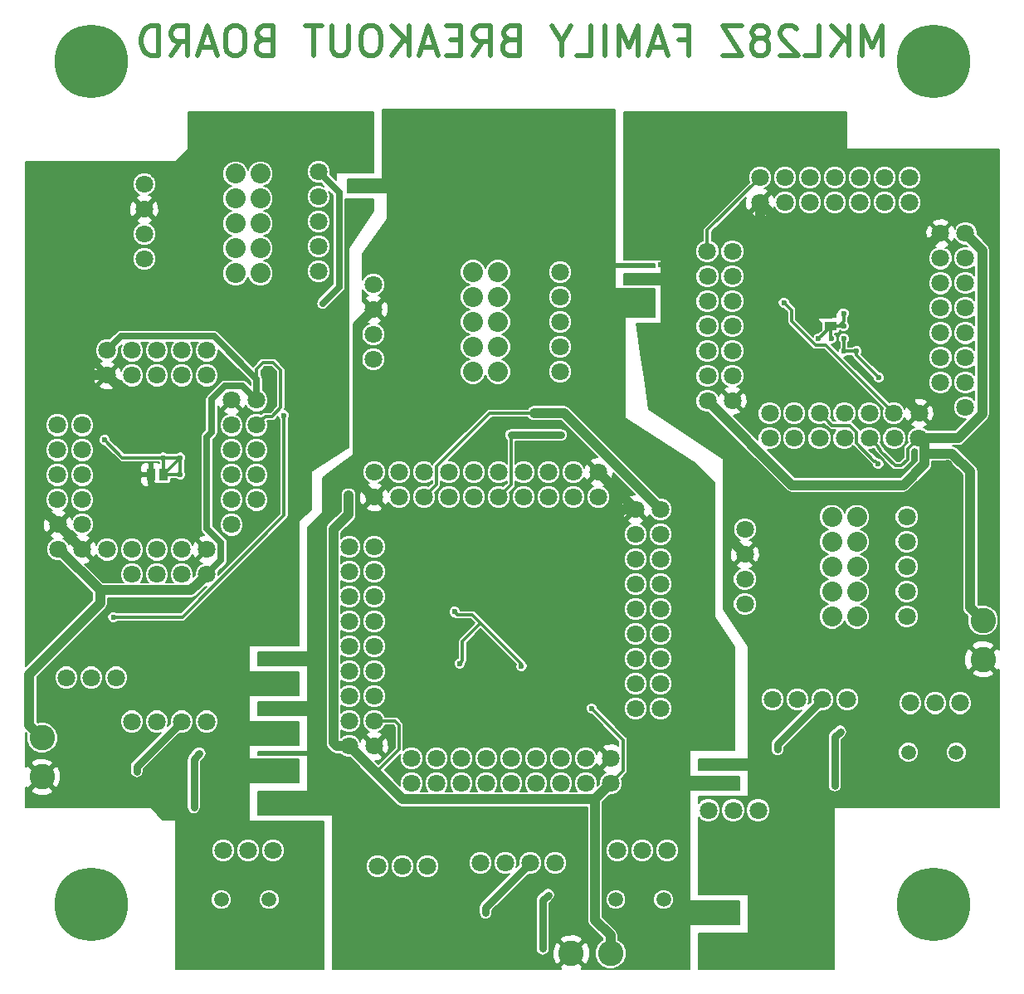
<source format=gbr>
G04 #@! TF.FileFunction,Copper,L2,Bot,Signal*
%FSLAX46Y46*%
G04 Gerber Fmt 4.6, Leading zero omitted, Abs format (unit mm)*
G04 Created by KiCad (PCBNEW 4.0.7-e2-6376~58~ubuntu16.04.1) date Sun Apr 22 16:59:19 2018*
%MOMM*%
%LPD*%
G01*
G04 APERTURE LIST*
%ADD10C,0.100000*%
%ADD11C,0.500000*%
%ADD12C,2.600000*%
%ADD13C,7.500000*%
%ADD14C,0.600000*%
%ADD15C,1.800000*%
%ADD16C,1.500000*%
%ADD17C,2.040000*%
%ADD18R,1.270000X0.970000*%
%ADD19R,0.970000X1.270000*%
%ADD20C,1.000000*%
%ADD21C,0.300000*%
%ADD22C,0.700000*%
%ADD23C,0.800000*%
%ADD24C,0.200000*%
G04 APERTURE END LIST*
D10*
D11*
X187714285Y-46357143D02*
X187714285Y-43357143D01*
X186714285Y-45500000D01*
X185714285Y-43357143D01*
X185714285Y-46357143D01*
X184285714Y-46357143D02*
X184285714Y-43357143D01*
X182571429Y-46357143D02*
X183857143Y-44642857D01*
X182571429Y-43357143D02*
X184285714Y-45071429D01*
X179857143Y-46357143D02*
X181285714Y-46357143D01*
X181285714Y-43357143D01*
X179000000Y-43642857D02*
X178857143Y-43500000D01*
X178571429Y-43357143D01*
X177857143Y-43357143D01*
X177571429Y-43500000D01*
X177428572Y-43642857D01*
X177285715Y-43928571D01*
X177285715Y-44214286D01*
X177428572Y-44642857D01*
X179142858Y-46357143D01*
X177285715Y-46357143D01*
X175571429Y-44642857D02*
X175857143Y-44500000D01*
X176000000Y-44357143D01*
X176142857Y-44071429D01*
X176142857Y-43928571D01*
X176000000Y-43642857D01*
X175857143Y-43500000D01*
X175571429Y-43357143D01*
X175000000Y-43357143D01*
X174714286Y-43500000D01*
X174571429Y-43642857D01*
X174428572Y-43928571D01*
X174428572Y-44071429D01*
X174571429Y-44357143D01*
X174714286Y-44500000D01*
X175000000Y-44642857D01*
X175571429Y-44642857D01*
X175857143Y-44785714D01*
X176000000Y-44928571D01*
X176142857Y-45214286D01*
X176142857Y-45785714D01*
X176000000Y-46071429D01*
X175857143Y-46214286D01*
X175571429Y-46357143D01*
X175000000Y-46357143D01*
X174714286Y-46214286D01*
X174571429Y-46071429D01*
X174428572Y-45785714D01*
X174428572Y-45214286D01*
X174571429Y-44928571D01*
X174714286Y-44785714D01*
X175000000Y-44642857D01*
X173428572Y-43357143D02*
X171428572Y-43357143D01*
X173428572Y-46357143D01*
X171428572Y-46357143D01*
X167000000Y-44785714D02*
X168000000Y-44785714D01*
X168000000Y-46357143D02*
X168000000Y-43357143D01*
X166571429Y-43357143D01*
X165571428Y-45500000D02*
X164142857Y-45500000D01*
X165857143Y-46357143D02*
X164857143Y-43357143D01*
X163857143Y-46357143D01*
X162857142Y-46357143D02*
X162857142Y-43357143D01*
X161857142Y-45500000D01*
X160857142Y-43357143D01*
X160857142Y-46357143D01*
X159428571Y-46357143D02*
X159428571Y-43357143D01*
X156571429Y-46357143D02*
X158000000Y-46357143D01*
X158000000Y-43357143D01*
X155000001Y-44928571D02*
X155000001Y-46357143D01*
X156000001Y-43357143D02*
X155000001Y-44928571D01*
X154000001Y-43357143D01*
X149714286Y-44785714D02*
X149285715Y-44928571D01*
X149142858Y-45071429D01*
X149000001Y-45357143D01*
X149000001Y-45785714D01*
X149142858Y-46071429D01*
X149285715Y-46214286D01*
X149571429Y-46357143D01*
X150714286Y-46357143D01*
X150714286Y-43357143D01*
X149714286Y-43357143D01*
X149428572Y-43500000D01*
X149285715Y-43642857D01*
X149142858Y-43928571D01*
X149142858Y-44214286D01*
X149285715Y-44500000D01*
X149428572Y-44642857D01*
X149714286Y-44785714D01*
X150714286Y-44785714D01*
X146000001Y-46357143D02*
X147000001Y-44928571D01*
X147714286Y-46357143D02*
X147714286Y-43357143D01*
X146571429Y-43357143D01*
X146285715Y-43500000D01*
X146142858Y-43642857D01*
X146000001Y-43928571D01*
X146000001Y-44357143D01*
X146142858Y-44642857D01*
X146285715Y-44785714D01*
X146571429Y-44928571D01*
X147714286Y-44928571D01*
X144714286Y-44785714D02*
X143714286Y-44785714D01*
X143285715Y-46357143D02*
X144714286Y-46357143D01*
X144714286Y-43357143D01*
X143285715Y-43357143D01*
X142142857Y-45500000D02*
X140714286Y-45500000D01*
X142428572Y-46357143D02*
X141428572Y-43357143D01*
X140428572Y-46357143D01*
X139428571Y-46357143D02*
X139428571Y-43357143D01*
X137714286Y-46357143D02*
X139000000Y-44642857D01*
X137714286Y-43357143D02*
X139428571Y-45071429D01*
X135857143Y-43357143D02*
X135285714Y-43357143D01*
X135000000Y-43500000D01*
X134714286Y-43785714D01*
X134571428Y-44357143D01*
X134571428Y-45357143D01*
X134714286Y-45928571D01*
X135000000Y-46214286D01*
X135285714Y-46357143D01*
X135857143Y-46357143D01*
X136142857Y-46214286D01*
X136428571Y-45928571D01*
X136571428Y-45357143D01*
X136571428Y-44357143D01*
X136428571Y-43785714D01*
X136142857Y-43500000D01*
X135857143Y-43357143D01*
X133285714Y-43357143D02*
X133285714Y-45785714D01*
X133142857Y-46071429D01*
X133000000Y-46214286D01*
X132714286Y-46357143D01*
X132142857Y-46357143D01*
X131857143Y-46214286D01*
X131714286Y-46071429D01*
X131571429Y-45785714D01*
X131571429Y-43357143D01*
X130571429Y-43357143D02*
X128857143Y-43357143D01*
X129714286Y-46357143D02*
X129714286Y-43357143D01*
X124571429Y-44785714D02*
X124142858Y-44928571D01*
X124000001Y-45071429D01*
X123857144Y-45357143D01*
X123857144Y-45785714D01*
X124000001Y-46071429D01*
X124142858Y-46214286D01*
X124428572Y-46357143D01*
X125571429Y-46357143D01*
X125571429Y-43357143D01*
X124571429Y-43357143D01*
X124285715Y-43500000D01*
X124142858Y-43642857D01*
X124000001Y-43928571D01*
X124000001Y-44214286D01*
X124142858Y-44500000D01*
X124285715Y-44642857D01*
X124571429Y-44785714D01*
X125571429Y-44785714D01*
X122000001Y-43357143D02*
X121428572Y-43357143D01*
X121142858Y-43500000D01*
X120857144Y-43785714D01*
X120714286Y-44357143D01*
X120714286Y-45357143D01*
X120857144Y-45928571D01*
X121142858Y-46214286D01*
X121428572Y-46357143D01*
X122000001Y-46357143D01*
X122285715Y-46214286D01*
X122571429Y-45928571D01*
X122714286Y-45357143D01*
X122714286Y-44357143D01*
X122571429Y-43785714D01*
X122285715Y-43500000D01*
X122000001Y-43357143D01*
X119571429Y-45500000D02*
X118142858Y-45500000D01*
X119857144Y-46357143D02*
X118857144Y-43357143D01*
X117857144Y-46357143D01*
X115142858Y-46357143D02*
X116142858Y-44928571D01*
X116857143Y-46357143D02*
X116857143Y-43357143D01*
X115714286Y-43357143D01*
X115428572Y-43500000D01*
X115285715Y-43642857D01*
X115142858Y-43928571D01*
X115142858Y-44357143D01*
X115285715Y-44642857D01*
X115428572Y-44785714D01*
X115714286Y-44928571D01*
X116857143Y-44928571D01*
X113857143Y-46357143D02*
X113857143Y-43357143D01*
X113142858Y-43357143D01*
X112714286Y-43500000D01*
X112428572Y-43785714D01*
X112285715Y-44071429D01*
X112142858Y-44642857D01*
X112142858Y-45071429D01*
X112285715Y-45642857D01*
X112428572Y-45928571D01*
X112714286Y-46214286D01*
X113142858Y-46357143D01*
X113857143Y-46357143D01*
D12*
X198000000Y-104000000D03*
X160000000Y-138000000D03*
X102000000Y-116000000D03*
X198000000Y-108000000D03*
X156000000Y-138000000D03*
D13*
X192989200Y-132999480D03*
X107015280Y-132999480D03*
X192996820Y-46992540D03*
D14*
X104140000Y-100076000D03*
X108204000Y-99060000D03*
X121412000Y-96520000D03*
X128016000Y-79756000D03*
X106172000Y-58420000D03*
X104140000Y-74676000D03*
X128524000Y-138176000D03*
X117348000Y-137668000D03*
X128524000Y-129540000D03*
X117348000Y-127000000D03*
X120396000Y-122428000D03*
X108204000Y-120396000D03*
X102108000Y-114000000D03*
X104648000Y-104140000D03*
X113792000Y-109728000D03*
X123952000Y-115316000D03*
X123952000Y-110744000D03*
X122936000Y-102616000D03*
X124460000Y-98044000D03*
X132588000Y-82296000D03*
X123444000Y-74168000D03*
X108712000Y-82804000D03*
X105664000Y-66548000D03*
X133604000Y-61976000D03*
X133604000Y-54864000D03*
X125984000Y-55372000D03*
X164592000Y-88900000D03*
X169672000Y-104140000D03*
X169672000Y-120396000D03*
X169164000Y-134112000D03*
X168656000Y-114300000D03*
X164084000Y-123952000D03*
X133604000Y-136652000D03*
X143764000Y-133604000D03*
X144272000Y-126492000D03*
X132588000Y-121412000D03*
X139700000Y-112776000D03*
X130048000Y-102616000D03*
X154940000Y-97028000D03*
X159512000Y-84836000D03*
X141224000Y-85344000D03*
X139700000Y-80772000D03*
X157480000Y-75184000D03*
X150368000Y-65532000D03*
X149860000Y-61976000D03*
X156464000Y-54356000D03*
X146812000Y-55880000D03*
X139700000Y-55880000D03*
X138684000Y-64516000D03*
X176276000Y-65532000D03*
X164592000Y-75184000D03*
X178816000Y-88392000D03*
X175260000Y-90932000D03*
X198628000Y-114300000D03*
X176784000Y-137668000D03*
X180340000Y-130556000D03*
X176784000Y-127000000D03*
X176784000Y-120396000D03*
X186436000Y-113284000D03*
X177292000Y-105664000D03*
X186436000Y-106680000D03*
X199000000Y-100000000D03*
X193040000Y-99568000D03*
X194564000Y-82804000D03*
X196596000Y-58420000D03*
X193040000Y-61976000D03*
X177800000Y-53848000D03*
X164084000Y-53848000D03*
X168148000Y-58420000D03*
X166116000Y-61976000D03*
D15*
X190586360Y-112461040D03*
X193126360Y-112461040D03*
X195666360Y-112461040D03*
D16*
X190405360Y-117464840D03*
X195285360Y-117464840D03*
D15*
X179085240Y-112097820D03*
X176545240Y-112097820D03*
X181625240Y-112097820D03*
X184165240Y-112097820D03*
X175054260Y-123388120D03*
X169974260Y-123388120D03*
X172514260Y-123388120D03*
X136235440Y-129082800D03*
X138775440Y-129082800D03*
X141315440Y-129082800D03*
X154368500Y-128762760D03*
X146748500Y-128762760D03*
X151828500Y-128762760D03*
X149288500Y-128762760D03*
X165798500Y-127492760D03*
X160718500Y-127492760D03*
X163258500Y-127492760D03*
D16*
X160537500Y-132496560D03*
X165417500Y-132496560D03*
D15*
X169887900Y-66347340D03*
X172430440Y-66347340D03*
X103632000Y-94234000D03*
X106117405Y-94234000D03*
X162560000Y-110490000D03*
X158750000Y-88900000D03*
X140970000Y-91440000D03*
X140970000Y-88900000D03*
X160020000Y-120650000D03*
X165100000Y-92710000D03*
D17*
X182600600Y-93456760D03*
X185140600Y-93456760D03*
X182600600Y-95996760D03*
X185140600Y-95996760D03*
X182600600Y-98536760D03*
X185140600Y-98536760D03*
X182600600Y-101076760D03*
X185140600Y-101076760D03*
X182600600Y-103616760D03*
X185140600Y-103616760D03*
D18*
X182435500Y-73954480D03*
X182435500Y-72674480D03*
D17*
X121730524Y-58441198D03*
X124270524Y-58441198D03*
X121730524Y-60981198D03*
X124270524Y-60981198D03*
X121730524Y-63521198D03*
X124270524Y-63521198D03*
X121730524Y-66061198D03*
X124270524Y-66061198D03*
X121730524Y-68601198D03*
X124270524Y-68601198D03*
D19*
X114377405Y-89133798D03*
X113097405Y-89133798D03*
D17*
X145977892Y-68477856D03*
X148517892Y-68477856D03*
X145977892Y-71017856D03*
X148517892Y-71017856D03*
X145977892Y-73557856D03*
X148517892Y-73557856D03*
X145977892Y-76097856D03*
X148517892Y-76097856D03*
X145977892Y-78637856D03*
X148517892Y-78637856D03*
D16*
X120293740Y-132496560D03*
X125173740Y-132496560D03*
D15*
X109567980Y-109847380D03*
X104487980Y-109847380D03*
X113695480Y-114333020D03*
X111155480Y-114333020D03*
X120474740Y-127492760D03*
X125554740Y-127492760D03*
X116235480Y-114333020D03*
X123014740Y-127492760D03*
X107027980Y-109847380D03*
X190220600Y-98536760D03*
X190220600Y-101076760D03*
X190220600Y-95996760D03*
X190220600Y-103616760D03*
X190220600Y-93456760D03*
X173710600Y-94726760D03*
X173710600Y-99806760D03*
X173710600Y-102346760D03*
X172430440Y-81587340D03*
X172430440Y-71427340D03*
X169890440Y-81587340D03*
X169890440Y-76507340D03*
X172430440Y-76507340D03*
X181320440Y-82857340D03*
X193680080Y-69618580D03*
X181320440Y-85397340D03*
X196220080Y-69601080D03*
X183860440Y-82857340D03*
X193680080Y-67078580D03*
X183860440Y-85397340D03*
X196220080Y-67061080D03*
X186400440Y-82857340D03*
X190492380Y-61366400D03*
X190492380Y-58826400D03*
X187952380Y-61366400D03*
X187952380Y-58826400D03*
X188940440Y-85397340D03*
X193680080Y-79761080D03*
X196220080Y-79761080D03*
X193680080Y-77221080D03*
X196220080Y-77221080D03*
X185412380Y-61366400D03*
X193680080Y-74698580D03*
X185412380Y-58826400D03*
X196220080Y-74698580D03*
X182872380Y-61366400D03*
X193680080Y-72141080D03*
X182872380Y-58826400D03*
X196220080Y-72141080D03*
X180332380Y-61366400D03*
X180332380Y-58826400D03*
X177792380Y-61366400D03*
X177792380Y-58826400D03*
X169890440Y-68887340D03*
X172430440Y-68887340D03*
X169890440Y-73967340D03*
X172430440Y-73967340D03*
X178745440Y-82857340D03*
X178745440Y-85397340D03*
X176240440Y-82857340D03*
X176240440Y-85397340D03*
X169890440Y-71427340D03*
X196220080Y-82301080D03*
X188905440Y-82857340D03*
X172430440Y-79047340D03*
X169890440Y-79047340D03*
X130200524Y-63331198D03*
X130200524Y-65871198D03*
X130200524Y-60791198D03*
X130200524Y-68411198D03*
X130200524Y-58251198D03*
X116277405Y-99341299D03*
X123897405Y-84101299D03*
X116277405Y-96801299D03*
X112420524Y-59521198D03*
X112420524Y-64601198D03*
X112420524Y-67141198D03*
X112420524Y-62061198D03*
X121357405Y-91721299D03*
X123897405Y-89181299D03*
X113737405Y-79021299D03*
X121357405Y-89181299D03*
X111197405Y-76481299D03*
X123897405Y-86641299D03*
X111197405Y-79021299D03*
X121357405Y-86641299D03*
X103577405Y-84101299D03*
X106117405Y-86641299D03*
X103577405Y-86641299D03*
X106117405Y-89181299D03*
X118817405Y-76481299D03*
X118817405Y-79021299D03*
X116277405Y-76481299D03*
X116277405Y-79021299D03*
X113737405Y-76481299D03*
X103577405Y-89181299D03*
X106117405Y-91721299D03*
X103577405Y-91721299D03*
X111197405Y-96801299D03*
X113737405Y-99341299D03*
X108657405Y-96801299D03*
X123897405Y-91721299D03*
X113737405Y-96801299D03*
X106117405Y-84101299D03*
X111197405Y-99341299D03*
X121357405Y-94261299D03*
X154867892Y-73557856D03*
X154867892Y-76097856D03*
X154867892Y-71017856D03*
X154867892Y-78637856D03*
X154867892Y-68477856D03*
X135817892Y-69747856D03*
X135817892Y-74827856D03*
X135817892Y-77367856D03*
X160020000Y-118110000D03*
X162560000Y-105410000D03*
X135890000Y-114300000D03*
X165100000Y-97790000D03*
X162560000Y-97790000D03*
X151130000Y-88900000D03*
X133350000Y-109220000D03*
X151130000Y-91440000D03*
X135890000Y-109220000D03*
X148590000Y-88900000D03*
X133350000Y-111760000D03*
X148590000Y-91440000D03*
X135890000Y-111760000D03*
X146050000Y-88900000D03*
X139700000Y-118110000D03*
X146050000Y-91440000D03*
X139700000Y-120650000D03*
X143510000Y-88900000D03*
X142240000Y-118110000D03*
X143510000Y-91440000D03*
X142240000Y-120650000D03*
X138430000Y-91440000D03*
X144780000Y-118110000D03*
X133350000Y-96520000D03*
X144780000Y-120650000D03*
X135890000Y-96520000D03*
X147320000Y-118110000D03*
X147320000Y-120650000D03*
X133350000Y-99060000D03*
X135890000Y-99060000D03*
X149860000Y-118110000D03*
X133350000Y-101600000D03*
X149860000Y-120650000D03*
X135890000Y-101600000D03*
X152400000Y-118110000D03*
X133350000Y-104140000D03*
X152400000Y-120650000D03*
X135890000Y-104140000D03*
X154940000Y-118110000D03*
X133350000Y-106680000D03*
X154940000Y-120650000D03*
X135890000Y-106680000D03*
X157480000Y-118110000D03*
X157480000Y-120650000D03*
X165100000Y-107950000D03*
X162560000Y-107950000D03*
X165100000Y-113030000D03*
X162560000Y-113030000D03*
X165100000Y-102870000D03*
X162560000Y-102870000D03*
X165100000Y-100330000D03*
X162560000Y-100330000D03*
X153670000Y-88900000D03*
X153670000Y-91440000D03*
X158750000Y-91440000D03*
X156210000Y-88900000D03*
X165100000Y-105410000D03*
X156210000Y-91440000D03*
X133350000Y-114300000D03*
X162560000Y-95250000D03*
X165100000Y-95250000D03*
X173710600Y-97266760D03*
X175252380Y-61366400D03*
X193680080Y-64538580D03*
X191480440Y-82857340D03*
X175252380Y-58826400D03*
X186400440Y-85397340D03*
X191445440Y-85397340D03*
X196220080Y-64538580D03*
X121357405Y-81561299D03*
X118817405Y-96801299D03*
X106117405Y-96774000D03*
X108657405Y-79021299D03*
X103632000Y-96774000D03*
X108657405Y-76481299D03*
X118817405Y-99341299D03*
X123897405Y-81561299D03*
X135817892Y-72287856D03*
X162560000Y-92710000D03*
X135890000Y-91440000D03*
X135890000Y-116840000D03*
X165100000Y-110490000D03*
X138430000Y-88900000D03*
X135890000Y-88900000D03*
X133350000Y-116840000D03*
X121357405Y-84101299D03*
X118775480Y-114333020D03*
D13*
X107002580Y-47000160D03*
D12*
X102000000Y-120000000D03*
D14*
X194376040Y-88143080D03*
X165088339Y-67717959D03*
X191602360Y-63832740D03*
X187325000Y-88049100D03*
X183807940Y-72697340D03*
X181232940Y-75272340D03*
X182520440Y-75272340D03*
X183807940Y-73984840D03*
X183807940Y-73984840D03*
X182520440Y-75272340D03*
X183807940Y-75272340D03*
X183807940Y-76559840D03*
X185095440Y-76559840D03*
X187380880Y-79258160D03*
X177680620Y-71580398D03*
X130615705Y-71667999D03*
X118397020Y-82915760D03*
X117517005Y-93346899D03*
X116102405Y-87408798D03*
X116102405Y-89133798D03*
X114377405Y-89133798D03*
X114377405Y-87408798D03*
X108403405Y-85625299D03*
X126690120Y-83091020D03*
X109273340Y-103677720D03*
X156265880Y-106278680D03*
X153492200Y-111856520D03*
X139151360Y-93746320D03*
X154940000Y-85090000D03*
X144609820Y-108412280D03*
X150921720Y-108686600D03*
X144078960Y-103151940D03*
X158084520Y-113007140D03*
X152239980Y-82862420D03*
X133273800Y-91254580D03*
X177053240Y-117177820D03*
X147256500Y-133842760D03*
X111663480Y-119413020D03*
X183441340Y-115361720D03*
X182882540Y-120860820D03*
X153085800Y-137525760D03*
X153644600Y-132026660D03*
X118051580Y-117596920D03*
X117492780Y-123096020D03*
D20*
X193680080Y-64538580D02*
X192780081Y-65438579D01*
X192780081Y-65438579D02*
X188186401Y-65438579D01*
X188186401Y-65438579D02*
X182435500Y-71189480D01*
X182435500Y-71189480D02*
X182435500Y-72674480D01*
X181343300Y-72674480D02*
X182435500Y-72674480D01*
X175252380Y-61366400D02*
X175252380Y-65641360D01*
X175252380Y-65641360D02*
X182285500Y-72674480D01*
X182285500Y-72674480D02*
X182435500Y-72674480D01*
X191480440Y-82857340D02*
X190580441Y-81957341D01*
X190580441Y-81957341D02*
X190580441Y-77989839D01*
X190580441Y-77989839D02*
X184287941Y-71697339D01*
X184287941Y-71697339D02*
X183327939Y-71697339D01*
X183327939Y-71697339D02*
X182435500Y-72589778D01*
X182435500Y-72589778D02*
X182435500Y-72674480D01*
X194376040Y-88143080D02*
X190782361Y-91736759D01*
X190782361Y-91736759D02*
X174332599Y-91736759D01*
X172810601Y-96366761D02*
X173710600Y-97266760D01*
X174332599Y-91736759D02*
X172110599Y-93958759D01*
X172110599Y-93958759D02*
X172110599Y-95666759D01*
X172110599Y-95666759D02*
X172810601Y-96366761D01*
X191602360Y-63832740D02*
X177718720Y-63832740D01*
X177718720Y-63832740D02*
X175252380Y-61366400D01*
D21*
X187325000Y-88049100D02*
X187025001Y-87749101D01*
X187025001Y-87749101D02*
X186902199Y-87749101D01*
X186902199Y-87749101D02*
X185110441Y-85957343D01*
X185110441Y-85957343D02*
X185110441Y-84797339D01*
X185110441Y-84797339D02*
X184420443Y-84107341D01*
X184420443Y-84107341D02*
X182570441Y-84107341D01*
X182570441Y-84107341D02*
X182220439Y-83757339D01*
X182220439Y-83757339D02*
X181320440Y-82857340D01*
X182435500Y-73954480D02*
X183370500Y-73954480D01*
X183370500Y-73954480D02*
X183807940Y-73517040D01*
X183807940Y-73517040D02*
X183807940Y-72697340D01*
X182435500Y-73954480D02*
X182435500Y-74069780D01*
X182435500Y-74069780D02*
X181232940Y-75272340D01*
X182435500Y-73954480D02*
X182435500Y-75187400D01*
X182435500Y-75187400D02*
X182520440Y-75272340D01*
X182435500Y-73954480D02*
X183777580Y-73954480D01*
X183777580Y-73954480D02*
X183807940Y-73984840D01*
X183807940Y-76559840D02*
X183807940Y-75272340D01*
X185095440Y-76559840D02*
X183807940Y-76559840D01*
X187380880Y-79258160D02*
X185095440Y-76972720D01*
X185095440Y-76972720D02*
X185095440Y-76559840D01*
X178478812Y-72378590D02*
X177680620Y-71580398D01*
X188905440Y-82857340D02*
X181970441Y-75922341D01*
X180920939Y-75922341D02*
X178478812Y-73480214D01*
X181970441Y-75922341D02*
X180920939Y-75922341D01*
X178478812Y-73480214D02*
X178478812Y-72378590D01*
D22*
X130615705Y-71667999D02*
X132308600Y-69975104D01*
X132308600Y-69975104D02*
X132308600Y-60359274D01*
X132308600Y-60359274D02*
X130200524Y-58251198D01*
X117919500Y-83393280D02*
X118397020Y-82915760D01*
X117619501Y-88874704D02*
X117619501Y-85240139D01*
X116375406Y-90118799D02*
X117619501Y-88874704D01*
X116079406Y-90118799D02*
X116375406Y-90118799D01*
X117619501Y-85240139D02*
X117919500Y-84940140D01*
X117919500Y-84940140D02*
X117919500Y-83393280D01*
D20*
X106117405Y-96774000D02*
X106117405Y-96719405D01*
X106117405Y-96719405D02*
X103632000Y-94234000D01*
X103632000Y-94234000D02*
X101977404Y-92579404D01*
X101977404Y-92579404D02*
X101977404Y-83333298D01*
X101977404Y-83333298D02*
X106289403Y-79021299D01*
X106289403Y-79021299D02*
X107384613Y-79021299D01*
X107384613Y-79021299D02*
X108657405Y-79021299D01*
X108657405Y-79021299D02*
X109557404Y-79921298D01*
X109557404Y-79921298D02*
X109729402Y-79921298D01*
X109729402Y-79921298D02*
X114722203Y-84914099D01*
X114722203Y-84914099D02*
X117767395Y-84914099D01*
D22*
X116079406Y-90118799D02*
X115879406Y-90318799D01*
X115879406Y-90318799D02*
X113452404Y-90318799D01*
X113452404Y-90318799D02*
X113097405Y-89963800D01*
X113097405Y-89963800D02*
X113097405Y-89133798D01*
X117517005Y-93346899D02*
X117517005Y-92011899D01*
X117517005Y-92011899D02*
X116079406Y-90574300D01*
X116079406Y-90574300D02*
X116079406Y-90118799D01*
X108657405Y-79021299D02*
X107207404Y-77571298D01*
X107207404Y-67274318D02*
X111520525Y-62961197D01*
X107207404Y-77571298D02*
X107207404Y-67274318D01*
X111520525Y-62961197D02*
X112420524Y-62061198D01*
D21*
X116102405Y-87408798D02*
X116102405Y-89133798D01*
X116102405Y-87408798D02*
X114377405Y-87408798D01*
X114377405Y-89133798D02*
X116102405Y-87408798D01*
X114377405Y-89133798D02*
X116102405Y-89133798D01*
X114377405Y-89133798D02*
X114377405Y-87408798D01*
X108403405Y-85625299D02*
X110186904Y-87408798D01*
X110186904Y-87408798D02*
X114377405Y-87408798D01*
X109273340Y-103677720D02*
X116330986Y-103677720D01*
X116330986Y-103677720D02*
X126690120Y-93318586D01*
X126690120Y-93318586D02*
X126690120Y-83091020D01*
D20*
X135817892Y-72287856D02*
X134217891Y-73887857D01*
X134217891Y-73887857D02*
X134217891Y-89767891D01*
X134217891Y-89767891D02*
X134990001Y-90540001D01*
X134990001Y-90540001D02*
X135890000Y-91440000D01*
X153492200Y-111856520D02*
X153492200Y-109052360D01*
X153492200Y-109052360D02*
X156265880Y-106278680D01*
X139151360Y-93746320D02*
X139451359Y-93446321D01*
X139451359Y-93446321D02*
X160550887Y-93446321D01*
X160550887Y-93446321D02*
X161287208Y-92710000D01*
X161287208Y-92710000D02*
X162560000Y-92710000D01*
X158750000Y-88900000D02*
X162560000Y-92710000D01*
D21*
X149860000Y-85090000D02*
X149860000Y-90170000D01*
X149860000Y-90170000D02*
X148590000Y-91440000D01*
D23*
X154940000Y-85090000D02*
X149860000Y-85090000D01*
D21*
X145915659Y-103451939D02*
X146756120Y-104292400D01*
X146756120Y-104292400D02*
X150921720Y-108458000D01*
X144609820Y-108412280D02*
X144909819Y-108112281D01*
X144909819Y-106138701D02*
X146756120Y-104292400D01*
X144909819Y-108112281D02*
X144909819Y-106138701D01*
X150921720Y-108458000D02*
X150921720Y-108686600D01*
X144078960Y-103151940D02*
X144378959Y-103451939D01*
X144378959Y-103451939D02*
X145915659Y-103451939D01*
D20*
X192026540Y-88069420D02*
X192026540Y-86995000D01*
X192038468Y-86983072D02*
X192026540Y-86995000D01*
X192026540Y-86995000D02*
X192026540Y-85978440D01*
X198000000Y-104000000D02*
X196700001Y-102700001D01*
X196700001Y-102700001D02*
X196700001Y-88826541D01*
X196700001Y-88826541D02*
X194856532Y-86983072D01*
X194856532Y-86983072D02*
X192038468Y-86983072D01*
X191445440Y-85397340D02*
X195491822Y-85397340D01*
X195491822Y-85397340D02*
X197921880Y-82967282D01*
X197921880Y-82967282D02*
X197921880Y-66240380D01*
X197921880Y-66240380D02*
X196220080Y-64538580D01*
D21*
X190322200Y-87574120D02*
X190322200Y-86520580D01*
X190322200Y-86520580D02*
X191445440Y-85397340D01*
X189689740Y-88206580D02*
X190322200Y-87574120D01*
X189054740Y-88206580D02*
X189689740Y-88206580D01*
X187579321Y-86731161D02*
X189054740Y-88206580D01*
X187300439Y-86368459D02*
X187579321Y-86647341D01*
X187579321Y-86647341D02*
X187579321Y-86731161D01*
X186400440Y-85397340D02*
X187300439Y-86297339D01*
X187300439Y-86297339D02*
X187300439Y-86368459D01*
D20*
X169890440Y-81587340D02*
X178518820Y-90215720D01*
X178518820Y-90215720D02*
X189880240Y-90215720D01*
X189880240Y-90215720D02*
X192026540Y-88069420D01*
X192026540Y-85978440D02*
X191445440Y-85397340D01*
D21*
X175252380Y-58826400D02*
X169887900Y-64190880D01*
X169887900Y-64190880D02*
X169887900Y-66347340D01*
D20*
X102000000Y-116000000D02*
X100700001Y-114700001D01*
X100700001Y-114700001D02*
X100700001Y-109508801D01*
X100700001Y-109508801D02*
X107916703Y-102292099D01*
X107916703Y-102292099D02*
X107916703Y-100941300D01*
D21*
X124541280Y-77716380D02*
X123897405Y-78360255D01*
X123897405Y-78360255D02*
X123897405Y-79415297D01*
X125590300Y-77716380D02*
X124541280Y-77716380D01*
X126367540Y-78493620D02*
X125590300Y-77716380D01*
X126367540Y-82313780D02*
X126367540Y-78493620D01*
X125480020Y-83201300D02*
X126367540Y-82313780D01*
X123897405Y-84101299D02*
X124797404Y-83201300D01*
X124797404Y-83201300D02*
X125480020Y-83201300D01*
D22*
X122447404Y-80111298D02*
X122997406Y-80661300D01*
X122997406Y-80661300D02*
X123897405Y-81561299D01*
X120661404Y-80111298D02*
X122447404Y-80111298D01*
X119297031Y-81475671D02*
X120661404Y-80111298D01*
X119297031Y-84835416D02*
X119297031Y-81475671D01*
X118817405Y-85315042D02*
X119297031Y-84835416D01*
X118817405Y-94655297D02*
X118817405Y-85315042D01*
X120267406Y-96105298D02*
X118817405Y-94655297D01*
X120267406Y-97891298D02*
X120267406Y-96105298D01*
X118817405Y-99341299D02*
X120267406Y-97891298D01*
D20*
X103632000Y-96774000D02*
X103749403Y-96774000D01*
X103749403Y-96774000D02*
X107916703Y-100941300D01*
X107916703Y-100941300D02*
X117217404Y-100941300D01*
X117217404Y-100941300D02*
X117917406Y-100241298D01*
X117917406Y-100241298D02*
X118817405Y-99341299D01*
D22*
X108657405Y-76481299D02*
X110107406Y-75031298D01*
X110107406Y-75031298D02*
X119513406Y-75031298D01*
X119513406Y-75031298D02*
X123897405Y-79415297D01*
X123897405Y-79415297D02*
X123897405Y-80288507D01*
X123897405Y-80288507D02*
X123897405Y-81561299D01*
D20*
X160000000Y-138000000D02*
X160000000Y-136161523D01*
X160000000Y-136161523D02*
X158419999Y-134581522D01*
X158419999Y-134581522D02*
X158419999Y-122250001D01*
D21*
X140970000Y-91440000D02*
X142259999Y-90150001D01*
X142259999Y-90150001D02*
X142259999Y-88299999D01*
X142259999Y-88299999D02*
X147697578Y-82862420D01*
X147697578Y-82862420D02*
X151815716Y-82862420D01*
X151815716Y-82862420D02*
X152239980Y-82862420D01*
X135890000Y-114300000D02*
X138005820Y-114300000D01*
X138449999Y-117190841D02*
X138449999Y-114744179D01*
X138449999Y-114744179D02*
X138005820Y-114300000D01*
D20*
X138760001Y-122250001D02*
X136075420Y-119565420D01*
X136075420Y-119565420D02*
X134249999Y-117739999D01*
D21*
X138449999Y-117190841D02*
X136075420Y-119565420D01*
X160020000Y-120650000D02*
X161270001Y-119399999D01*
X161270001Y-119399999D02*
X161270001Y-116192621D01*
X161270001Y-116192621D02*
X158084520Y-113007140D01*
D20*
X160020000Y-120650000D02*
X158419999Y-122250001D01*
X134249999Y-117739999D02*
X133350000Y-116840000D01*
X158419999Y-122250001D02*
X138760001Y-122250001D01*
X152239980Y-82862420D02*
X155252420Y-82862420D01*
X155252420Y-82862420D02*
X165100000Y-92710000D01*
X131749999Y-94716401D02*
X133273800Y-93192600D01*
X133273800Y-93192600D02*
X133273800Y-91254580D01*
X133350000Y-116840000D02*
X132077208Y-116840000D01*
X132077208Y-116840000D02*
X131749999Y-116512791D01*
X131749999Y-116512791D02*
X131749999Y-94716401D01*
D23*
X181625240Y-112097820D02*
X177053240Y-116669820D01*
X177053240Y-116669820D02*
X177053240Y-117177820D01*
X147256500Y-133334760D02*
X147256500Y-133842760D01*
X151828500Y-128762760D02*
X147256500Y-133334760D01*
X111663480Y-118905020D02*
X111663480Y-119413020D01*
X116235480Y-114333020D02*
X111663480Y-118905020D01*
X182882540Y-115920520D02*
X183441340Y-115361720D01*
X182882540Y-120860820D02*
X182882540Y-115920520D01*
X153085800Y-132585460D02*
X153644600Y-132026660D01*
X153085800Y-137525760D02*
X153085800Y-132585460D01*
X117492780Y-123096020D02*
X117492780Y-118155720D01*
X117492780Y-118155720D02*
X118051580Y-117596920D01*
D24*
G36*
X135790000Y-58320000D02*
X132080000Y-58320000D01*
X132041094Y-58327879D01*
X132008319Y-58350273D01*
X131986839Y-58383654D01*
X131980000Y-58420000D01*
X131980000Y-59111436D01*
X131388341Y-58519777D01*
X131400315Y-58490940D01*
X131400731Y-58013551D01*
X131218427Y-57572341D01*
X130881157Y-57234481D01*
X130440266Y-57051407D01*
X129962877Y-57050991D01*
X129521667Y-57233295D01*
X129183807Y-57570565D01*
X129000733Y-58011456D01*
X129000317Y-58488845D01*
X129182621Y-58930055D01*
X129519891Y-59267915D01*
X129960782Y-59450989D01*
X130438171Y-59451405D01*
X130468826Y-59438739D01*
X130750184Y-59720096D01*
X130440266Y-59591407D01*
X129962877Y-59590991D01*
X129521667Y-59773295D01*
X129183807Y-60110565D01*
X129000733Y-60551456D01*
X129000317Y-61028845D01*
X129182621Y-61470055D01*
X129519891Y-61807915D01*
X129960782Y-61990989D01*
X130438171Y-61991405D01*
X130879381Y-61809101D01*
X131217241Y-61471831D01*
X131400315Y-61030940D01*
X131400731Y-60553551D01*
X131271940Y-60241853D01*
X131658600Y-60628513D01*
X131658600Y-69705866D01*
X130156086Y-71208380D01*
X130015183Y-71419254D01*
X129965706Y-71667999D01*
X130015183Y-71916744D01*
X130156086Y-72127618D01*
X130366960Y-72268521D01*
X130615705Y-72317998D01*
X130864450Y-72268521D01*
X131075324Y-72127618D01*
X132768219Y-70434723D01*
X132909122Y-70223849D01*
X132917331Y-70182580D01*
X132958600Y-69975104D01*
X132958600Y-61060000D01*
X135790000Y-61060000D01*
X135790000Y-62199723D01*
X133266795Y-65984530D01*
X133250000Y-66040000D01*
X133250000Y-86306482D01*
X129484530Y-88816795D01*
X129456529Y-88844931D01*
X129440000Y-88900000D01*
X129440000Y-92668578D01*
X128199289Y-93909289D01*
X128177350Y-93942371D01*
X128170000Y-93980000D01*
X128170000Y-106580000D01*
X123190000Y-106580000D01*
X123151094Y-106587879D01*
X123118319Y-106610273D01*
X123096839Y-106643654D01*
X123090000Y-106680000D01*
X123090000Y-109220000D01*
X123097879Y-109258906D01*
X123120273Y-109291681D01*
X123153654Y-109313161D01*
X123190000Y-109320000D01*
X128170000Y-109320000D01*
X128170000Y-111660000D01*
X123190000Y-111660000D01*
X123151094Y-111667879D01*
X123118319Y-111690273D01*
X123096839Y-111723654D01*
X123090000Y-111760000D01*
X123090000Y-114300000D01*
X123097879Y-114338906D01*
X123120273Y-114371681D01*
X123153654Y-114393161D01*
X123190000Y-114400000D01*
X128170000Y-114400000D01*
X128170000Y-116740000D01*
X123190000Y-116740000D01*
X123151094Y-116747879D01*
X123118319Y-116770273D01*
X123096839Y-116803654D01*
X123090000Y-116840000D01*
X123090000Y-118110000D01*
X123097879Y-118148906D01*
X123120273Y-118181681D01*
X123153654Y-118203161D01*
X123190000Y-118210000D01*
X128170000Y-118210000D01*
X128170000Y-120550000D01*
X123190000Y-120550000D01*
X123151094Y-120557879D01*
X123118319Y-120580273D01*
X123096839Y-120613654D01*
X123090000Y-120650000D01*
X123090000Y-124460000D01*
X123097879Y-124498906D01*
X123120273Y-124531681D01*
X123153654Y-124553161D01*
X123190000Y-124560000D01*
X130710000Y-124560000D01*
X130710000Y-139625000D01*
X115670000Y-139625000D01*
X115670000Y-132704502D01*
X119243558Y-132704502D01*
X119403074Y-133090560D01*
X119698186Y-133386188D01*
X120083966Y-133546378D01*
X120501682Y-133546742D01*
X120887740Y-133387226D01*
X121183368Y-133092114D01*
X121343558Y-132706334D01*
X121343559Y-132704502D01*
X124123558Y-132704502D01*
X124283074Y-133090560D01*
X124578186Y-133386188D01*
X124963966Y-133546378D01*
X125381682Y-133546742D01*
X125767740Y-133387226D01*
X126063368Y-133092114D01*
X126223558Y-132706334D01*
X126223922Y-132288618D01*
X126064406Y-131902560D01*
X125769294Y-131606932D01*
X125383514Y-131446742D01*
X124965798Y-131446378D01*
X124579740Y-131605894D01*
X124284112Y-131901006D01*
X124123922Y-132286786D01*
X124123558Y-132704502D01*
X121343559Y-132704502D01*
X121343922Y-132288618D01*
X121184406Y-131902560D01*
X120889294Y-131606932D01*
X120503514Y-131446742D01*
X120085798Y-131446378D01*
X119699740Y-131605894D01*
X119404112Y-131901006D01*
X119243922Y-132286786D01*
X119243558Y-132704502D01*
X115670000Y-132704502D01*
X115670000Y-127730407D01*
X119274533Y-127730407D01*
X119456837Y-128171617D01*
X119794107Y-128509477D01*
X120234998Y-128692551D01*
X120712387Y-128692967D01*
X121153597Y-128510663D01*
X121491457Y-128173393D01*
X121674531Y-127732502D01*
X121674532Y-127730407D01*
X121814533Y-127730407D01*
X121996837Y-128171617D01*
X122334107Y-128509477D01*
X122774998Y-128692551D01*
X123252387Y-128692967D01*
X123693597Y-128510663D01*
X124031457Y-128173393D01*
X124214531Y-127732502D01*
X124214532Y-127730407D01*
X124354533Y-127730407D01*
X124536837Y-128171617D01*
X124874107Y-128509477D01*
X125314998Y-128692551D01*
X125792387Y-128692967D01*
X126233597Y-128510663D01*
X126571457Y-128173393D01*
X126754531Y-127732502D01*
X126754947Y-127255113D01*
X126572643Y-126813903D01*
X126235373Y-126476043D01*
X125794482Y-126292969D01*
X125317093Y-126292553D01*
X124875883Y-126474857D01*
X124538023Y-126812127D01*
X124354949Y-127253018D01*
X124354533Y-127730407D01*
X124214532Y-127730407D01*
X124214947Y-127255113D01*
X124032643Y-126813903D01*
X123695373Y-126476043D01*
X123254482Y-126292969D01*
X122777093Y-126292553D01*
X122335883Y-126474857D01*
X121998023Y-126812127D01*
X121814949Y-127253018D01*
X121814533Y-127730407D01*
X121674532Y-127730407D01*
X121674947Y-127255113D01*
X121492643Y-126813903D01*
X121155373Y-126476043D01*
X120714482Y-126292969D01*
X120237093Y-126292553D01*
X119795883Y-126474857D01*
X119458023Y-126812127D01*
X119274949Y-127253018D01*
X119274533Y-127730407D01*
X115670000Y-127730407D01*
X115670000Y-124460000D01*
X115662121Y-124421094D01*
X115639727Y-124388319D01*
X115606346Y-124366839D01*
X115570000Y-124360000D01*
X114341422Y-124360000D01*
X113100711Y-123119289D01*
X113067629Y-123097350D01*
X113030000Y-123090000D01*
X100375000Y-123090000D01*
X100375000Y-121372322D01*
X100845467Y-121372322D01*
X100984711Y-121659425D01*
X101697029Y-121921643D01*
X102455472Y-121891308D01*
X103015289Y-121659425D01*
X103154533Y-121372322D01*
X102000000Y-120217789D01*
X100845467Y-121372322D01*
X100375000Y-121372322D01*
X100375000Y-121031985D01*
X100627678Y-121154533D01*
X101782211Y-120000000D01*
X102217789Y-120000000D01*
X103372322Y-121154533D01*
X103659425Y-121015289D01*
X103921643Y-120302971D01*
X103891308Y-119544528D01*
X103659425Y-118984711D01*
X103495113Y-118905020D01*
X110963480Y-118905020D01*
X110963480Y-119413020D01*
X111016764Y-119680898D01*
X111168505Y-119907995D01*
X111395602Y-120059736D01*
X111663480Y-120113020D01*
X111931358Y-120059736D01*
X112158455Y-119907995D01*
X112310196Y-119680898D01*
X112363480Y-119413020D01*
X112363480Y-119194970D01*
X113402729Y-118155720D01*
X116792780Y-118155720D01*
X116792780Y-123096020D01*
X116846064Y-123363898D01*
X116997805Y-123590995D01*
X117224902Y-123742736D01*
X117492780Y-123796020D01*
X117760658Y-123742736D01*
X117987755Y-123590995D01*
X118139496Y-123363898D01*
X118192780Y-123096020D01*
X118192780Y-118445670D01*
X118546555Y-118091894D01*
X118698296Y-117864799D01*
X118751581Y-117596920D01*
X118698296Y-117329041D01*
X118546555Y-117101945D01*
X118319459Y-116950204D01*
X118051580Y-116896919D01*
X117783701Y-116950204D01*
X117556606Y-117101945D01*
X116997805Y-117660745D01*
X116846064Y-117887841D01*
X116808168Y-118078357D01*
X116792780Y-118155720D01*
X113402729Y-118155720D01*
X116025612Y-115532837D01*
X116473127Y-115533227D01*
X116914337Y-115350923D01*
X117252197Y-115013653D01*
X117435271Y-114572762D01*
X117435272Y-114570667D01*
X117575273Y-114570667D01*
X117757577Y-115011877D01*
X118094847Y-115349737D01*
X118535738Y-115532811D01*
X119013127Y-115533227D01*
X119454337Y-115350923D01*
X119792197Y-115013653D01*
X119975271Y-114572762D01*
X119975687Y-114095373D01*
X119793383Y-113654163D01*
X119456113Y-113316303D01*
X119015222Y-113133229D01*
X118537833Y-113132813D01*
X118096623Y-113315117D01*
X117758763Y-113652387D01*
X117575689Y-114093278D01*
X117575273Y-114570667D01*
X117435272Y-114570667D01*
X117435687Y-114095373D01*
X117253383Y-113654163D01*
X116916113Y-113316303D01*
X116475222Y-113133229D01*
X115997833Y-113132813D01*
X115556623Y-113315117D01*
X115218763Y-113652387D01*
X115035689Y-114093278D01*
X115035297Y-114543254D01*
X114816793Y-114761758D01*
X114895271Y-114572762D01*
X114895687Y-114095373D01*
X114713383Y-113654163D01*
X114376113Y-113316303D01*
X113935222Y-113133229D01*
X113457833Y-113132813D01*
X113016623Y-113315117D01*
X112678763Y-113652387D01*
X112495689Y-114093278D01*
X112495273Y-114570667D01*
X112677577Y-115011877D01*
X113014847Y-115349737D01*
X113455738Y-115532811D01*
X113933127Y-115533227D01*
X114124325Y-115454226D01*
X111168505Y-118410045D01*
X111016764Y-118637141D01*
X110981759Y-118813124D01*
X110963480Y-118905020D01*
X103495113Y-118905020D01*
X103372322Y-118845467D01*
X102217789Y-120000000D01*
X101782211Y-120000000D01*
X100627678Y-118845467D01*
X100375000Y-118968015D01*
X100375000Y-118627678D01*
X100845467Y-118627678D01*
X102000000Y-119782211D01*
X103154533Y-118627678D01*
X103015289Y-118340575D01*
X102302971Y-118078357D01*
X101544528Y-118108692D01*
X100984711Y-118340575D01*
X100845467Y-118627678D01*
X100375000Y-118627678D01*
X100375000Y-115506370D01*
X100443906Y-115575276D01*
X100400278Y-115680344D01*
X100399723Y-116316863D01*
X100642795Y-116905143D01*
X101092489Y-117355623D01*
X101680344Y-117599722D01*
X102316863Y-117600277D01*
X102905143Y-117357205D01*
X103355623Y-116907511D01*
X103599722Y-116319656D01*
X103600277Y-115683137D01*
X103357205Y-115094857D01*
X102907511Y-114644377D01*
X102729998Y-114570667D01*
X109955273Y-114570667D01*
X110137577Y-115011877D01*
X110474847Y-115349737D01*
X110915738Y-115532811D01*
X111393127Y-115533227D01*
X111834337Y-115350923D01*
X112172197Y-115013653D01*
X112355271Y-114572762D01*
X112355687Y-114095373D01*
X112173383Y-113654163D01*
X111836113Y-113316303D01*
X111395222Y-113133229D01*
X110917833Y-113132813D01*
X110476623Y-113315117D01*
X110138763Y-113652387D01*
X109955689Y-114093278D01*
X109955273Y-114570667D01*
X102729998Y-114570667D01*
X102319656Y-114400278D01*
X101683137Y-114399723D01*
X101575548Y-114444178D01*
X101500001Y-114368631D01*
X101500001Y-110085027D01*
X103287773Y-110085027D01*
X103470077Y-110526237D01*
X103807347Y-110864097D01*
X104248238Y-111047171D01*
X104725627Y-111047587D01*
X105166837Y-110865283D01*
X105504697Y-110528013D01*
X105687771Y-110087122D01*
X105687772Y-110085027D01*
X105827773Y-110085027D01*
X106010077Y-110526237D01*
X106347347Y-110864097D01*
X106788238Y-111047171D01*
X107265627Y-111047587D01*
X107706837Y-110865283D01*
X108044697Y-110528013D01*
X108227771Y-110087122D01*
X108227772Y-110085027D01*
X108367773Y-110085027D01*
X108550077Y-110526237D01*
X108887347Y-110864097D01*
X109328238Y-111047171D01*
X109805627Y-111047587D01*
X110246837Y-110865283D01*
X110584697Y-110528013D01*
X110767771Y-110087122D01*
X110768187Y-109609733D01*
X110585883Y-109168523D01*
X110248613Y-108830663D01*
X109807722Y-108647589D01*
X109330333Y-108647173D01*
X108889123Y-108829477D01*
X108551263Y-109166747D01*
X108368189Y-109607638D01*
X108367773Y-110085027D01*
X108227772Y-110085027D01*
X108228187Y-109609733D01*
X108045883Y-109168523D01*
X107708613Y-108830663D01*
X107267722Y-108647589D01*
X106790333Y-108647173D01*
X106349123Y-108829477D01*
X106011263Y-109166747D01*
X105828189Y-109607638D01*
X105827773Y-110085027D01*
X105687772Y-110085027D01*
X105688187Y-109609733D01*
X105505883Y-109168523D01*
X105168613Y-108830663D01*
X104727722Y-108647589D01*
X104250333Y-108647173D01*
X103809123Y-108829477D01*
X103471263Y-109166747D01*
X103288189Y-109607638D01*
X103287773Y-110085027D01*
X101500001Y-110085027D01*
X101500001Y-109840171D01*
X108482389Y-102857784D01*
X108655807Y-102598246D01*
X108716703Y-102292099D01*
X108716703Y-101741300D01*
X117217404Y-101741300D01*
X117523551Y-101680404D01*
X117783089Y-101506985D01*
X118483091Y-100806984D01*
X118483093Y-100806981D01*
X118748835Y-100541239D01*
X118830999Y-100541311D01*
X116144590Y-103227720D01*
X109671914Y-103227720D01*
X109613657Y-103169361D01*
X109393211Y-103077824D01*
X109154516Y-103077616D01*
X108933911Y-103168768D01*
X108764981Y-103337403D01*
X108673444Y-103557849D01*
X108673236Y-103796544D01*
X108764388Y-104017149D01*
X108933023Y-104186079D01*
X109153469Y-104277616D01*
X109392164Y-104277824D01*
X109612769Y-104186672D01*
X109671824Y-104127720D01*
X116330986Y-104127720D01*
X116503194Y-104093466D01*
X116649184Y-103995918D01*
X127008318Y-93636784D01*
X127062869Y-93555143D01*
X127105866Y-93490794D01*
X127140120Y-93318586D01*
X127140120Y-83489594D01*
X127198479Y-83431337D01*
X127290016Y-83210891D01*
X127290224Y-82972196D01*
X127199072Y-82751591D01*
X127030437Y-82582661D01*
X126809991Y-82491124D01*
X126779871Y-82491098D01*
X126779993Y-82490916D01*
X126783286Y-82485988D01*
X126817540Y-82313780D01*
X126817540Y-78493620D01*
X126783286Y-78321412D01*
X126685738Y-78175422D01*
X125908498Y-77398182D01*
X125762508Y-77300634D01*
X125590300Y-77266380D01*
X124541280Y-77266380D01*
X124369072Y-77300634D01*
X124223082Y-77398182D01*
X123579207Y-78042057D01*
X123524812Y-78123465D01*
X119973025Y-74571679D01*
X119762151Y-74430776D01*
X119720882Y-74422567D01*
X119513406Y-74381298D01*
X110107406Y-74381298D01*
X109899930Y-74422567D01*
X109858661Y-74430776D01*
X109647787Y-74571679D01*
X108925984Y-75293482D01*
X108897147Y-75281508D01*
X108419758Y-75281092D01*
X107978548Y-75463396D01*
X107640688Y-75800666D01*
X107457614Y-76241557D01*
X107457198Y-76718946D01*
X107639502Y-77160156D01*
X107976772Y-77498016D01*
X108165081Y-77576209D01*
X107882793Y-77693137D01*
X107792643Y-77938748D01*
X108657405Y-78803510D01*
X109522167Y-77938748D01*
X109432017Y-77693137D01*
X109123787Y-77586995D01*
X109336262Y-77499202D01*
X109674122Y-77161932D01*
X109857196Y-76721041D01*
X109857612Y-76243652D01*
X109844945Y-76212997D01*
X110126303Y-75931639D01*
X109997614Y-76241557D01*
X109997198Y-76718946D01*
X110179502Y-77160156D01*
X110516772Y-77498016D01*
X110957663Y-77681090D01*
X111435052Y-77681506D01*
X111876262Y-77499202D01*
X112214122Y-77161932D01*
X112397196Y-76721041D01*
X112397612Y-76243652D01*
X112215308Y-75802442D01*
X112094376Y-75681298D01*
X112840265Y-75681298D01*
X112720688Y-75800666D01*
X112537614Y-76241557D01*
X112537198Y-76718946D01*
X112719502Y-77160156D01*
X113056772Y-77498016D01*
X113497663Y-77681090D01*
X113975052Y-77681506D01*
X114416262Y-77499202D01*
X114754122Y-77161932D01*
X114937196Y-76721041D01*
X114937612Y-76243652D01*
X114755308Y-75802442D01*
X114634376Y-75681298D01*
X115380265Y-75681298D01*
X115260688Y-75800666D01*
X115077614Y-76241557D01*
X115077198Y-76718946D01*
X115259502Y-77160156D01*
X115596772Y-77498016D01*
X116037663Y-77681090D01*
X116515052Y-77681506D01*
X116956262Y-77499202D01*
X117294122Y-77161932D01*
X117477196Y-76721041D01*
X117477612Y-76243652D01*
X117295308Y-75802442D01*
X117174376Y-75681298D01*
X117920265Y-75681298D01*
X117800688Y-75800666D01*
X117617614Y-76241557D01*
X117617198Y-76718946D01*
X117799502Y-77160156D01*
X118136772Y-77498016D01*
X118577663Y-77681090D01*
X119055052Y-77681506D01*
X119496262Y-77499202D01*
X119834122Y-77161932D01*
X120017196Y-76721041D01*
X120017428Y-76454558D01*
X123247405Y-79684536D01*
X123247405Y-79992060D01*
X122907023Y-79651679D01*
X122696149Y-79510776D01*
X122654880Y-79502567D01*
X122447404Y-79461298D01*
X120661404Y-79461298D01*
X120412660Y-79510776D01*
X120201785Y-79651678D01*
X118837412Y-81016052D01*
X118696509Y-81226926D01*
X118696509Y-81226927D01*
X118647031Y-81475671D01*
X118647031Y-84566177D01*
X118357786Y-84855423D01*
X118216883Y-85066297D01*
X118216883Y-85066298D01*
X118167405Y-85315042D01*
X118167405Y-94655297D01*
X118208674Y-94862773D01*
X118216883Y-94904042D01*
X118357786Y-95114916D01*
X118549719Y-95306849D01*
X118425985Y-95314413D01*
X118042793Y-95473137D01*
X117952643Y-95718748D01*
X118817405Y-96583510D01*
X118831547Y-96569368D01*
X119049336Y-96787157D01*
X119035194Y-96801299D01*
X119049336Y-96815441D01*
X118831547Y-97033230D01*
X118817405Y-97019088D01*
X117952643Y-97883850D01*
X118042793Y-98129461D01*
X118351023Y-98235603D01*
X118138548Y-98323396D01*
X117800688Y-98660666D01*
X117617614Y-99101557D01*
X117617345Y-99409988D01*
X117477223Y-99550111D01*
X117477612Y-99103652D01*
X117295308Y-98662442D01*
X116958038Y-98324582D01*
X116517147Y-98141508D01*
X116039758Y-98141092D01*
X115598548Y-98323396D01*
X115260688Y-98660666D01*
X115077614Y-99101557D01*
X115077198Y-99578946D01*
X115259502Y-100020156D01*
X115380434Y-100141300D01*
X114634545Y-100141300D01*
X114754122Y-100021932D01*
X114937196Y-99581041D01*
X114937612Y-99103652D01*
X114755308Y-98662442D01*
X114418038Y-98324582D01*
X113977147Y-98141508D01*
X113499758Y-98141092D01*
X113058548Y-98323396D01*
X112720688Y-98660666D01*
X112537614Y-99101557D01*
X112537198Y-99578946D01*
X112719502Y-100020156D01*
X112840434Y-100141300D01*
X112094545Y-100141300D01*
X112214122Y-100021932D01*
X112397196Y-99581041D01*
X112397612Y-99103652D01*
X112215308Y-98662442D01*
X111878038Y-98324582D01*
X111437147Y-98141508D01*
X110959758Y-98141092D01*
X110518548Y-98323396D01*
X110180688Y-98660666D01*
X109997614Y-99101557D01*
X109997198Y-99578946D01*
X110179502Y-100020156D01*
X110300434Y-100141300D01*
X108248074Y-100141300D01*
X106375792Y-98269019D01*
X106508825Y-98260886D01*
X106892017Y-98102162D01*
X106982167Y-97856551D01*
X106117405Y-96991789D01*
X106103263Y-97005931D01*
X105885474Y-96788142D01*
X105899616Y-96774000D01*
X106335194Y-96774000D01*
X107199956Y-97638762D01*
X107445567Y-97548612D01*
X107546582Y-97255271D01*
X107639502Y-97480156D01*
X107976772Y-97818016D01*
X108417663Y-98001090D01*
X108895052Y-98001506D01*
X109336262Y-97819202D01*
X109674122Y-97481932D01*
X109857196Y-97041041D01*
X109857197Y-97038946D01*
X109997198Y-97038946D01*
X110179502Y-97480156D01*
X110516772Y-97818016D01*
X110957663Y-98001090D01*
X111435052Y-98001506D01*
X111876262Y-97819202D01*
X112214122Y-97481932D01*
X112397196Y-97041041D01*
X112397197Y-97038946D01*
X112537198Y-97038946D01*
X112719502Y-97480156D01*
X113056772Y-97818016D01*
X113497663Y-98001090D01*
X113975052Y-98001506D01*
X114416262Y-97819202D01*
X114754122Y-97481932D01*
X114937196Y-97041041D01*
X114937197Y-97038946D01*
X115077198Y-97038946D01*
X115259502Y-97480156D01*
X115596772Y-97818016D01*
X116037663Y-98001090D01*
X116515052Y-98001506D01*
X116956262Y-97819202D01*
X117294122Y-97481932D01*
X117372315Y-97293623D01*
X117489243Y-97575911D01*
X117734854Y-97666061D01*
X118599616Y-96801299D01*
X117734854Y-95936537D01*
X117489243Y-96026687D01*
X117383101Y-96334917D01*
X117295308Y-96122442D01*
X116958038Y-95784582D01*
X116517147Y-95601508D01*
X116039758Y-95601092D01*
X115598548Y-95783396D01*
X115260688Y-96120666D01*
X115077614Y-96561557D01*
X115077198Y-97038946D01*
X114937197Y-97038946D01*
X114937612Y-96563652D01*
X114755308Y-96122442D01*
X114418038Y-95784582D01*
X113977147Y-95601508D01*
X113499758Y-95601092D01*
X113058548Y-95783396D01*
X112720688Y-96120666D01*
X112537614Y-96561557D01*
X112537198Y-97038946D01*
X112397197Y-97038946D01*
X112397612Y-96563652D01*
X112215308Y-96122442D01*
X111878038Y-95784582D01*
X111437147Y-95601508D01*
X110959758Y-95601092D01*
X110518548Y-95783396D01*
X110180688Y-96120666D01*
X109997614Y-96561557D01*
X109997198Y-97038946D01*
X109857197Y-97038946D01*
X109857612Y-96563652D01*
X109675308Y-96122442D01*
X109338038Y-95784582D01*
X108897147Y-95601508D01*
X108419758Y-95601092D01*
X107978548Y-95783396D01*
X107640688Y-96120666D01*
X107568156Y-96295343D01*
X107445567Y-95999388D01*
X107199956Y-95909238D01*
X106335194Y-96774000D01*
X105899616Y-96774000D01*
X105034854Y-95909238D01*
X104789243Y-95999388D01*
X104707918Y-96235551D01*
X104649903Y-96095143D01*
X104312633Y-95757283D01*
X104124324Y-95679090D01*
X104406612Y-95562162D01*
X104496762Y-95316551D01*
X103632000Y-94451789D01*
X102767238Y-95316551D01*
X102857388Y-95562162D01*
X103165618Y-95668304D01*
X102953143Y-95756097D01*
X102615283Y-96093367D01*
X102432209Y-96534258D01*
X102431793Y-97011647D01*
X102614097Y-97452857D01*
X102951367Y-97790717D01*
X103392258Y-97973791D01*
X103818195Y-97974162D01*
X107116703Y-101272671D01*
X107116703Y-101960728D01*
X100375000Y-108702432D01*
X100375000Y-94026618D01*
X102108507Y-94026618D01*
X102145114Y-94625420D01*
X102303838Y-95008612D01*
X102549449Y-95098762D01*
X103414211Y-94234000D01*
X103849789Y-94234000D01*
X104714551Y-95098762D01*
X104960162Y-95008612D01*
X105041487Y-94772449D01*
X105099502Y-94912857D01*
X105436772Y-95250717D01*
X105625081Y-95328910D01*
X105342793Y-95445838D01*
X105252643Y-95691449D01*
X106117405Y-96556211D01*
X106982167Y-95691449D01*
X106892017Y-95445838D01*
X106583787Y-95339696D01*
X106796262Y-95251903D01*
X107134122Y-94914633D01*
X107317196Y-94473742D01*
X107317612Y-93996353D01*
X107135308Y-93555143D01*
X106798038Y-93217283D01*
X106357147Y-93034209D01*
X105879758Y-93033793D01*
X105438548Y-93216097D01*
X105100688Y-93553367D01*
X105049826Y-93675856D01*
X104960162Y-93459388D01*
X104714551Y-93369238D01*
X103849789Y-94234000D01*
X103414211Y-94234000D01*
X102549449Y-93369238D01*
X102303838Y-93459388D01*
X102108507Y-94026618D01*
X100375000Y-94026618D01*
X100375000Y-91958946D01*
X102377198Y-91958946D01*
X102559502Y-92400156D01*
X102896772Y-92738016D01*
X103079433Y-92813864D01*
X102857388Y-92905838D01*
X102767238Y-93151449D01*
X103632000Y-94016211D01*
X104496762Y-93151449D01*
X104406612Y-92905838D01*
X104104640Y-92801851D01*
X104256262Y-92739202D01*
X104594122Y-92401932D01*
X104777196Y-91961041D01*
X104777197Y-91958946D01*
X104917198Y-91958946D01*
X105099502Y-92400156D01*
X105436772Y-92738016D01*
X105877663Y-92921090D01*
X106355052Y-92921506D01*
X106796262Y-92739202D01*
X107134122Y-92401932D01*
X107317196Y-91961041D01*
X107317612Y-91483652D01*
X107135308Y-91042442D01*
X106798038Y-90704582D01*
X106357147Y-90521508D01*
X105879758Y-90521092D01*
X105438548Y-90703396D01*
X105100688Y-91040666D01*
X104917614Y-91481557D01*
X104917198Y-91958946D01*
X104777197Y-91958946D01*
X104777612Y-91483652D01*
X104595308Y-91042442D01*
X104258038Y-90704582D01*
X103817147Y-90521508D01*
X103339758Y-90521092D01*
X102898548Y-90703396D01*
X102560688Y-91040666D01*
X102377614Y-91481557D01*
X102377198Y-91958946D01*
X100375000Y-91958946D01*
X100375000Y-89418946D01*
X102377198Y-89418946D01*
X102559502Y-89860156D01*
X102896772Y-90198016D01*
X103337663Y-90381090D01*
X103815052Y-90381506D01*
X104256262Y-90199202D01*
X104594122Y-89861932D01*
X104777196Y-89421041D01*
X104777197Y-89418946D01*
X104917198Y-89418946D01*
X105099502Y-89860156D01*
X105436772Y-90198016D01*
X105877663Y-90381090D01*
X106355052Y-90381506D01*
X106796262Y-90199202D01*
X107134122Y-89861932D01*
X107309407Y-89439798D01*
X112004405Y-89439798D01*
X112004405Y-89889737D01*
X112096968Y-90113203D01*
X112268001Y-90284236D01*
X112491467Y-90376798D01*
X112791405Y-90376798D01*
X112943405Y-90224798D01*
X112943405Y-89287798D01*
X112156405Y-89287798D01*
X112004405Y-89439798D01*
X107309407Y-89439798D01*
X107317196Y-89421041D01*
X107317612Y-88943652D01*
X107135308Y-88502442D01*
X107010943Y-88377859D01*
X112004405Y-88377859D01*
X112004405Y-88827798D01*
X112156405Y-88979798D01*
X112943405Y-88979798D01*
X112943405Y-88042798D01*
X112791405Y-87890798D01*
X112491467Y-87890798D01*
X112268001Y-87983360D01*
X112096968Y-88154393D01*
X112004405Y-88377859D01*
X107010943Y-88377859D01*
X106798038Y-88164582D01*
X106357147Y-87981508D01*
X105879758Y-87981092D01*
X105438548Y-88163396D01*
X105100688Y-88500666D01*
X104917614Y-88941557D01*
X104917198Y-89418946D01*
X104777197Y-89418946D01*
X104777612Y-88943652D01*
X104595308Y-88502442D01*
X104258038Y-88164582D01*
X103817147Y-87981508D01*
X103339758Y-87981092D01*
X102898548Y-88163396D01*
X102560688Y-88500666D01*
X102377614Y-88941557D01*
X102377198Y-89418946D01*
X100375000Y-89418946D01*
X100375000Y-86878946D01*
X102377198Y-86878946D01*
X102559502Y-87320156D01*
X102896772Y-87658016D01*
X103337663Y-87841090D01*
X103815052Y-87841506D01*
X104256262Y-87659202D01*
X104594122Y-87321932D01*
X104777196Y-86881041D01*
X104777197Y-86878946D01*
X104917198Y-86878946D01*
X105099502Y-87320156D01*
X105436772Y-87658016D01*
X105877663Y-87841090D01*
X106355052Y-87841506D01*
X106796262Y-87659202D01*
X107134122Y-87321932D01*
X107317196Y-86881041D01*
X107317612Y-86403652D01*
X107135308Y-85962442D01*
X106917371Y-85744123D01*
X107803301Y-85744123D01*
X107894453Y-85964728D01*
X108063088Y-86133658D01*
X108283534Y-86225195D01*
X108366978Y-86225268D01*
X109868706Y-87726996D01*
X110014696Y-87824544D01*
X110186904Y-87858798D01*
X113927405Y-87858798D01*
X113927405Y-87983956D01*
X113926809Y-87983360D01*
X113703343Y-87890798D01*
X113403405Y-87890798D01*
X113251405Y-88042798D01*
X113251405Y-88979798D01*
X113271405Y-88979798D01*
X113271405Y-89287798D01*
X113251405Y-89287798D01*
X113251405Y-90224798D01*
X113403405Y-90376798D01*
X113703343Y-90376798D01*
X113926809Y-90284236D01*
X114097842Y-90113203D01*
X114113801Y-90074675D01*
X114862405Y-90074675D01*
X114973578Y-90053756D01*
X115075684Y-89988053D01*
X115144183Y-89887801D01*
X115168282Y-89768798D01*
X115168282Y-89583798D01*
X115703831Y-89583798D01*
X115762088Y-89642157D01*
X115982534Y-89733694D01*
X116221229Y-89733902D01*
X116441834Y-89642750D01*
X116610764Y-89474115D01*
X116702301Y-89253669D01*
X116702509Y-89014974D01*
X116611357Y-88794369D01*
X116552405Y-88735314D01*
X116552405Y-87807372D01*
X116610764Y-87749115D01*
X116702301Y-87528669D01*
X116702509Y-87289974D01*
X116611357Y-87069369D01*
X116442722Y-86900439D01*
X116222276Y-86808902D01*
X115983581Y-86808694D01*
X115762976Y-86899846D01*
X115703921Y-86958798D01*
X114775979Y-86958798D01*
X114717722Y-86900439D01*
X114497276Y-86808902D01*
X114258581Y-86808694D01*
X114037976Y-86899846D01*
X113978921Y-86958798D01*
X110373300Y-86958798D01*
X109003437Y-85588935D01*
X109003509Y-85506475D01*
X108912357Y-85285870D01*
X108743722Y-85116940D01*
X108523276Y-85025403D01*
X108284581Y-85025195D01*
X108063976Y-85116347D01*
X107895046Y-85284982D01*
X107803509Y-85505428D01*
X107803301Y-85744123D01*
X106917371Y-85744123D01*
X106798038Y-85624582D01*
X106357147Y-85441508D01*
X105879758Y-85441092D01*
X105438548Y-85623396D01*
X105100688Y-85960666D01*
X104917614Y-86401557D01*
X104917198Y-86878946D01*
X104777197Y-86878946D01*
X104777612Y-86403652D01*
X104595308Y-85962442D01*
X104258038Y-85624582D01*
X103817147Y-85441508D01*
X103339758Y-85441092D01*
X102898548Y-85623396D01*
X102560688Y-85960666D01*
X102377614Y-86401557D01*
X102377198Y-86878946D01*
X100375000Y-86878946D01*
X100375000Y-84338946D01*
X102377198Y-84338946D01*
X102559502Y-84780156D01*
X102896772Y-85118016D01*
X103337663Y-85301090D01*
X103815052Y-85301506D01*
X104256262Y-85119202D01*
X104594122Y-84781932D01*
X104777196Y-84341041D01*
X104777197Y-84338946D01*
X104917198Y-84338946D01*
X105099502Y-84780156D01*
X105436772Y-85118016D01*
X105877663Y-85301090D01*
X106355052Y-85301506D01*
X106796262Y-85119202D01*
X107134122Y-84781932D01*
X107317196Y-84341041D01*
X107317612Y-83863652D01*
X107135308Y-83422442D01*
X106798038Y-83084582D01*
X106357147Y-82901508D01*
X105879758Y-82901092D01*
X105438548Y-83083396D01*
X105100688Y-83420666D01*
X104917614Y-83861557D01*
X104917198Y-84338946D01*
X104777197Y-84338946D01*
X104777612Y-83863652D01*
X104595308Y-83422442D01*
X104258038Y-83084582D01*
X103817147Y-82901508D01*
X103339758Y-82901092D01*
X102898548Y-83083396D01*
X102560688Y-83420666D01*
X102377614Y-83861557D01*
X102377198Y-84338946D01*
X100375000Y-84338946D01*
X100375000Y-80103850D01*
X107792643Y-80103850D01*
X107882793Y-80349461D01*
X108450023Y-80544792D01*
X109048825Y-80508185D01*
X109432017Y-80349461D01*
X109522167Y-80103850D01*
X108657405Y-79239088D01*
X107792643Y-80103850D01*
X100375000Y-80103850D01*
X100375000Y-78813917D01*
X107133912Y-78813917D01*
X107170519Y-79412719D01*
X107329243Y-79795911D01*
X107574854Y-79886061D01*
X108439616Y-79021299D01*
X108875194Y-79021299D01*
X109739956Y-79886061D01*
X109985567Y-79795911D01*
X110091709Y-79487681D01*
X110179502Y-79700156D01*
X110516772Y-80038016D01*
X110957663Y-80221090D01*
X111435052Y-80221506D01*
X111876262Y-80039202D01*
X112214122Y-79701932D01*
X112397196Y-79261041D01*
X112397197Y-79258946D01*
X112537198Y-79258946D01*
X112719502Y-79700156D01*
X113056772Y-80038016D01*
X113497663Y-80221090D01*
X113975052Y-80221506D01*
X114416262Y-80039202D01*
X114754122Y-79701932D01*
X114937196Y-79261041D01*
X114937197Y-79258946D01*
X115077198Y-79258946D01*
X115259502Y-79700156D01*
X115596772Y-80038016D01*
X116037663Y-80221090D01*
X116515052Y-80221506D01*
X116956262Y-80039202D01*
X117294122Y-79701932D01*
X117477196Y-79261041D01*
X117477197Y-79258946D01*
X117617198Y-79258946D01*
X117799502Y-79700156D01*
X118136772Y-80038016D01*
X118577663Y-80221090D01*
X119055052Y-80221506D01*
X119496262Y-80039202D01*
X119834122Y-79701932D01*
X120017196Y-79261041D01*
X120017612Y-78783652D01*
X119835308Y-78342442D01*
X119498038Y-78004582D01*
X119057147Y-77821508D01*
X118579758Y-77821092D01*
X118138548Y-78003396D01*
X117800688Y-78340666D01*
X117617614Y-78781557D01*
X117617198Y-79258946D01*
X117477197Y-79258946D01*
X117477612Y-78783652D01*
X117295308Y-78342442D01*
X116958038Y-78004582D01*
X116517147Y-77821508D01*
X116039758Y-77821092D01*
X115598548Y-78003396D01*
X115260688Y-78340666D01*
X115077614Y-78781557D01*
X115077198Y-79258946D01*
X114937197Y-79258946D01*
X114937612Y-78783652D01*
X114755308Y-78342442D01*
X114418038Y-78004582D01*
X113977147Y-77821508D01*
X113499758Y-77821092D01*
X113058548Y-78003396D01*
X112720688Y-78340666D01*
X112537614Y-78781557D01*
X112537198Y-79258946D01*
X112397197Y-79258946D01*
X112397612Y-78783652D01*
X112215308Y-78342442D01*
X111878038Y-78004582D01*
X111437147Y-77821508D01*
X110959758Y-77821092D01*
X110518548Y-78003396D01*
X110180688Y-78340666D01*
X110102495Y-78528975D01*
X109985567Y-78246687D01*
X109739956Y-78156537D01*
X108875194Y-79021299D01*
X108439616Y-79021299D01*
X107574854Y-78156537D01*
X107329243Y-78246687D01*
X107133912Y-78813917D01*
X100375000Y-78813917D01*
X100375000Y-67378845D01*
X111220317Y-67378845D01*
X111402621Y-67820055D01*
X111739891Y-68157915D01*
X112180782Y-68340989D01*
X112658171Y-68341405D01*
X113099381Y-68159101D01*
X113437241Y-67821831D01*
X113620315Y-67380940D01*
X113620731Y-66903551D01*
X113438427Y-66462341D01*
X113101157Y-66124481D01*
X112660266Y-65941407D01*
X112182877Y-65940991D01*
X111741667Y-66123295D01*
X111403807Y-66460565D01*
X111220733Y-66901456D01*
X111220317Y-67378845D01*
X100375000Y-67378845D01*
X100375000Y-64838845D01*
X111220317Y-64838845D01*
X111402621Y-65280055D01*
X111739891Y-65617915D01*
X112180782Y-65800989D01*
X112658171Y-65801405D01*
X113099381Y-65619101D01*
X113437241Y-65281831D01*
X113620315Y-64840940D01*
X113620731Y-64363551D01*
X113438427Y-63922341D01*
X113101157Y-63584481D01*
X112912848Y-63506288D01*
X113195136Y-63389360D01*
X113285286Y-63143749D01*
X112420524Y-62278987D01*
X111555762Y-63143749D01*
X111645912Y-63389360D01*
X111954142Y-63495502D01*
X111741667Y-63583295D01*
X111403807Y-63920565D01*
X111220733Y-64361456D01*
X111220317Y-64838845D01*
X100375000Y-64838845D01*
X100375000Y-61853816D01*
X110897031Y-61853816D01*
X110933638Y-62452618D01*
X111092362Y-62835810D01*
X111337973Y-62925960D01*
X112202735Y-62061198D01*
X112638313Y-62061198D01*
X113503075Y-62925960D01*
X113748686Y-62835810D01*
X113944017Y-62268580D01*
X113907410Y-61669778D01*
X113748686Y-61286586D01*
X113503075Y-61196436D01*
X112638313Y-62061198D01*
X112202735Y-62061198D01*
X111337973Y-61196436D01*
X111092362Y-61286586D01*
X110897031Y-61853816D01*
X100375000Y-61853816D01*
X100375000Y-59758845D01*
X111220317Y-59758845D01*
X111402621Y-60200055D01*
X111739891Y-60537915D01*
X111928200Y-60616108D01*
X111645912Y-60733036D01*
X111555762Y-60978647D01*
X112420524Y-61843409D01*
X113285286Y-60978647D01*
X113195136Y-60733036D01*
X112886906Y-60626894D01*
X113099381Y-60539101D01*
X113437241Y-60201831D01*
X113620315Y-59760940D01*
X113620731Y-59283551D01*
X113438427Y-58842341D01*
X113298941Y-58702610D01*
X120410296Y-58702610D01*
X120610830Y-59187941D01*
X120981828Y-59559587D01*
X121347249Y-59711323D01*
X120983781Y-59861504D01*
X120612135Y-60232502D01*
X120410754Y-60717482D01*
X120410296Y-61242610D01*
X120610830Y-61727941D01*
X120981828Y-62099587D01*
X121347249Y-62251323D01*
X120983781Y-62401504D01*
X120612135Y-62772502D01*
X120410754Y-63257482D01*
X120410296Y-63782610D01*
X120610830Y-64267941D01*
X120981828Y-64639587D01*
X121347249Y-64791323D01*
X120983781Y-64941504D01*
X120612135Y-65312502D01*
X120410754Y-65797482D01*
X120410296Y-66322610D01*
X120610830Y-66807941D01*
X120981828Y-67179587D01*
X121347249Y-67331323D01*
X120983781Y-67481504D01*
X120612135Y-67852502D01*
X120410754Y-68337482D01*
X120410296Y-68862610D01*
X120610830Y-69347941D01*
X120981828Y-69719587D01*
X121466808Y-69920968D01*
X121991936Y-69921426D01*
X122477267Y-69720892D01*
X122848913Y-69349894D01*
X123000649Y-68984473D01*
X123150830Y-69347941D01*
X123521828Y-69719587D01*
X124006808Y-69920968D01*
X124531936Y-69921426D01*
X125017267Y-69720892D01*
X125388913Y-69349894D01*
X125590294Y-68864914D01*
X125590482Y-68648845D01*
X129000317Y-68648845D01*
X129182621Y-69090055D01*
X129519891Y-69427915D01*
X129960782Y-69610989D01*
X130438171Y-69611405D01*
X130879381Y-69429101D01*
X131217241Y-69091831D01*
X131400315Y-68650940D01*
X131400731Y-68173551D01*
X131218427Y-67732341D01*
X130881157Y-67394481D01*
X130440266Y-67211407D01*
X129962877Y-67210991D01*
X129521667Y-67393295D01*
X129183807Y-67730565D01*
X129000733Y-68171456D01*
X129000317Y-68648845D01*
X125590482Y-68648845D01*
X125590752Y-68339786D01*
X125390218Y-67854455D01*
X125019220Y-67482809D01*
X124653799Y-67331073D01*
X125017267Y-67180892D01*
X125388913Y-66809894D01*
X125590294Y-66324914D01*
X125590482Y-66108845D01*
X129000317Y-66108845D01*
X129182621Y-66550055D01*
X129519891Y-66887915D01*
X129960782Y-67070989D01*
X130438171Y-67071405D01*
X130879381Y-66889101D01*
X131217241Y-66551831D01*
X131400315Y-66110940D01*
X131400731Y-65633551D01*
X131218427Y-65192341D01*
X130881157Y-64854481D01*
X130440266Y-64671407D01*
X129962877Y-64670991D01*
X129521667Y-64853295D01*
X129183807Y-65190565D01*
X129000733Y-65631456D01*
X129000317Y-66108845D01*
X125590482Y-66108845D01*
X125590752Y-65799786D01*
X125390218Y-65314455D01*
X125019220Y-64942809D01*
X124653799Y-64791073D01*
X125017267Y-64640892D01*
X125388913Y-64269894D01*
X125590294Y-63784914D01*
X125590482Y-63568845D01*
X129000317Y-63568845D01*
X129182621Y-64010055D01*
X129519891Y-64347915D01*
X129960782Y-64530989D01*
X130438171Y-64531405D01*
X130879381Y-64349101D01*
X131217241Y-64011831D01*
X131400315Y-63570940D01*
X131400731Y-63093551D01*
X131218427Y-62652341D01*
X130881157Y-62314481D01*
X130440266Y-62131407D01*
X129962877Y-62130991D01*
X129521667Y-62313295D01*
X129183807Y-62650565D01*
X129000733Y-63091456D01*
X129000317Y-63568845D01*
X125590482Y-63568845D01*
X125590752Y-63259786D01*
X125390218Y-62774455D01*
X125019220Y-62402809D01*
X124653799Y-62251073D01*
X125017267Y-62100892D01*
X125388913Y-61729894D01*
X125590294Y-61244914D01*
X125590752Y-60719786D01*
X125390218Y-60234455D01*
X125019220Y-59862809D01*
X124653799Y-59711073D01*
X125017267Y-59560892D01*
X125388913Y-59189894D01*
X125590294Y-58704914D01*
X125590752Y-58179786D01*
X125390218Y-57694455D01*
X125019220Y-57322809D01*
X124534240Y-57121428D01*
X124009112Y-57120970D01*
X123523781Y-57321504D01*
X123152135Y-57692502D01*
X123000399Y-58057923D01*
X122850218Y-57694455D01*
X122479220Y-57322809D01*
X121994240Y-57121428D01*
X121469112Y-57120970D01*
X120983781Y-57321504D01*
X120612135Y-57692502D01*
X120410754Y-58177482D01*
X120410296Y-58702610D01*
X113298941Y-58702610D01*
X113101157Y-58504481D01*
X112660266Y-58321407D01*
X112182877Y-58320991D01*
X111741667Y-58503295D01*
X111403807Y-58840565D01*
X111220733Y-59281456D01*
X111220317Y-59758845D01*
X100375000Y-59758845D01*
X100375000Y-57250000D01*
X115570000Y-57250000D01*
X115608906Y-57242121D01*
X115640711Y-57220711D01*
X116910711Y-55950711D01*
X116932650Y-55917629D01*
X116940000Y-55880000D01*
X116940000Y-52170000D01*
X135790000Y-52170000D01*
X135790000Y-58320000D01*
X135790000Y-58320000D01*
G37*
X135790000Y-58320000D02*
X132080000Y-58320000D01*
X132041094Y-58327879D01*
X132008319Y-58350273D01*
X131986839Y-58383654D01*
X131980000Y-58420000D01*
X131980000Y-59111436D01*
X131388341Y-58519777D01*
X131400315Y-58490940D01*
X131400731Y-58013551D01*
X131218427Y-57572341D01*
X130881157Y-57234481D01*
X130440266Y-57051407D01*
X129962877Y-57050991D01*
X129521667Y-57233295D01*
X129183807Y-57570565D01*
X129000733Y-58011456D01*
X129000317Y-58488845D01*
X129182621Y-58930055D01*
X129519891Y-59267915D01*
X129960782Y-59450989D01*
X130438171Y-59451405D01*
X130468826Y-59438739D01*
X130750184Y-59720096D01*
X130440266Y-59591407D01*
X129962877Y-59590991D01*
X129521667Y-59773295D01*
X129183807Y-60110565D01*
X129000733Y-60551456D01*
X129000317Y-61028845D01*
X129182621Y-61470055D01*
X129519891Y-61807915D01*
X129960782Y-61990989D01*
X130438171Y-61991405D01*
X130879381Y-61809101D01*
X131217241Y-61471831D01*
X131400315Y-61030940D01*
X131400731Y-60553551D01*
X131271940Y-60241853D01*
X131658600Y-60628513D01*
X131658600Y-69705866D01*
X130156086Y-71208380D01*
X130015183Y-71419254D01*
X129965706Y-71667999D01*
X130015183Y-71916744D01*
X130156086Y-72127618D01*
X130366960Y-72268521D01*
X130615705Y-72317998D01*
X130864450Y-72268521D01*
X131075324Y-72127618D01*
X132768219Y-70434723D01*
X132909122Y-70223849D01*
X132917331Y-70182580D01*
X132958600Y-69975104D01*
X132958600Y-61060000D01*
X135790000Y-61060000D01*
X135790000Y-62199723D01*
X133266795Y-65984530D01*
X133250000Y-66040000D01*
X133250000Y-86306482D01*
X129484530Y-88816795D01*
X129456529Y-88844931D01*
X129440000Y-88900000D01*
X129440000Y-92668578D01*
X128199289Y-93909289D01*
X128177350Y-93942371D01*
X128170000Y-93980000D01*
X128170000Y-106580000D01*
X123190000Y-106580000D01*
X123151094Y-106587879D01*
X123118319Y-106610273D01*
X123096839Y-106643654D01*
X123090000Y-106680000D01*
X123090000Y-109220000D01*
X123097879Y-109258906D01*
X123120273Y-109291681D01*
X123153654Y-109313161D01*
X123190000Y-109320000D01*
X128170000Y-109320000D01*
X128170000Y-111660000D01*
X123190000Y-111660000D01*
X123151094Y-111667879D01*
X123118319Y-111690273D01*
X123096839Y-111723654D01*
X123090000Y-111760000D01*
X123090000Y-114300000D01*
X123097879Y-114338906D01*
X123120273Y-114371681D01*
X123153654Y-114393161D01*
X123190000Y-114400000D01*
X128170000Y-114400000D01*
X128170000Y-116740000D01*
X123190000Y-116740000D01*
X123151094Y-116747879D01*
X123118319Y-116770273D01*
X123096839Y-116803654D01*
X123090000Y-116840000D01*
X123090000Y-118110000D01*
X123097879Y-118148906D01*
X123120273Y-118181681D01*
X123153654Y-118203161D01*
X123190000Y-118210000D01*
X128170000Y-118210000D01*
X128170000Y-120550000D01*
X123190000Y-120550000D01*
X123151094Y-120557879D01*
X123118319Y-120580273D01*
X123096839Y-120613654D01*
X123090000Y-120650000D01*
X123090000Y-124460000D01*
X123097879Y-124498906D01*
X123120273Y-124531681D01*
X123153654Y-124553161D01*
X123190000Y-124560000D01*
X130710000Y-124560000D01*
X130710000Y-139625000D01*
X115670000Y-139625000D01*
X115670000Y-132704502D01*
X119243558Y-132704502D01*
X119403074Y-133090560D01*
X119698186Y-133386188D01*
X120083966Y-133546378D01*
X120501682Y-133546742D01*
X120887740Y-133387226D01*
X121183368Y-133092114D01*
X121343558Y-132706334D01*
X121343559Y-132704502D01*
X124123558Y-132704502D01*
X124283074Y-133090560D01*
X124578186Y-133386188D01*
X124963966Y-133546378D01*
X125381682Y-133546742D01*
X125767740Y-133387226D01*
X126063368Y-133092114D01*
X126223558Y-132706334D01*
X126223922Y-132288618D01*
X126064406Y-131902560D01*
X125769294Y-131606932D01*
X125383514Y-131446742D01*
X124965798Y-131446378D01*
X124579740Y-131605894D01*
X124284112Y-131901006D01*
X124123922Y-132286786D01*
X124123558Y-132704502D01*
X121343559Y-132704502D01*
X121343922Y-132288618D01*
X121184406Y-131902560D01*
X120889294Y-131606932D01*
X120503514Y-131446742D01*
X120085798Y-131446378D01*
X119699740Y-131605894D01*
X119404112Y-131901006D01*
X119243922Y-132286786D01*
X119243558Y-132704502D01*
X115670000Y-132704502D01*
X115670000Y-127730407D01*
X119274533Y-127730407D01*
X119456837Y-128171617D01*
X119794107Y-128509477D01*
X120234998Y-128692551D01*
X120712387Y-128692967D01*
X121153597Y-128510663D01*
X121491457Y-128173393D01*
X121674531Y-127732502D01*
X121674532Y-127730407D01*
X121814533Y-127730407D01*
X121996837Y-128171617D01*
X122334107Y-128509477D01*
X122774998Y-128692551D01*
X123252387Y-128692967D01*
X123693597Y-128510663D01*
X124031457Y-128173393D01*
X124214531Y-127732502D01*
X124214532Y-127730407D01*
X124354533Y-127730407D01*
X124536837Y-128171617D01*
X124874107Y-128509477D01*
X125314998Y-128692551D01*
X125792387Y-128692967D01*
X126233597Y-128510663D01*
X126571457Y-128173393D01*
X126754531Y-127732502D01*
X126754947Y-127255113D01*
X126572643Y-126813903D01*
X126235373Y-126476043D01*
X125794482Y-126292969D01*
X125317093Y-126292553D01*
X124875883Y-126474857D01*
X124538023Y-126812127D01*
X124354949Y-127253018D01*
X124354533Y-127730407D01*
X124214532Y-127730407D01*
X124214947Y-127255113D01*
X124032643Y-126813903D01*
X123695373Y-126476043D01*
X123254482Y-126292969D01*
X122777093Y-126292553D01*
X122335883Y-126474857D01*
X121998023Y-126812127D01*
X121814949Y-127253018D01*
X121814533Y-127730407D01*
X121674532Y-127730407D01*
X121674947Y-127255113D01*
X121492643Y-126813903D01*
X121155373Y-126476043D01*
X120714482Y-126292969D01*
X120237093Y-126292553D01*
X119795883Y-126474857D01*
X119458023Y-126812127D01*
X119274949Y-127253018D01*
X119274533Y-127730407D01*
X115670000Y-127730407D01*
X115670000Y-124460000D01*
X115662121Y-124421094D01*
X115639727Y-124388319D01*
X115606346Y-124366839D01*
X115570000Y-124360000D01*
X114341422Y-124360000D01*
X113100711Y-123119289D01*
X113067629Y-123097350D01*
X113030000Y-123090000D01*
X100375000Y-123090000D01*
X100375000Y-121372322D01*
X100845467Y-121372322D01*
X100984711Y-121659425D01*
X101697029Y-121921643D01*
X102455472Y-121891308D01*
X103015289Y-121659425D01*
X103154533Y-121372322D01*
X102000000Y-120217789D01*
X100845467Y-121372322D01*
X100375000Y-121372322D01*
X100375000Y-121031985D01*
X100627678Y-121154533D01*
X101782211Y-120000000D01*
X102217789Y-120000000D01*
X103372322Y-121154533D01*
X103659425Y-121015289D01*
X103921643Y-120302971D01*
X103891308Y-119544528D01*
X103659425Y-118984711D01*
X103495113Y-118905020D01*
X110963480Y-118905020D01*
X110963480Y-119413020D01*
X111016764Y-119680898D01*
X111168505Y-119907995D01*
X111395602Y-120059736D01*
X111663480Y-120113020D01*
X111931358Y-120059736D01*
X112158455Y-119907995D01*
X112310196Y-119680898D01*
X112363480Y-119413020D01*
X112363480Y-119194970D01*
X113402729Y-118155720D01*
X116792780Y-118155720D01*
X116792780Y-123096020D01*
X116846064Y-123363898D01*
X116997805Y-123590995D01*
X117224902Y-123742736D01*
X117492780Y-123796020D01*
X117760658Y-123742736D01*
X117987755Y-123590995D01*
X118139496Y-123363898D01*
X118192780Y-123096020D01*
X118192780Y-118445670D01*
X118546555Y-118091894D01*
X118698296Y-117864799D01*
X118751581Y-117596920D01*
X118698296Y-117329041D01*
X118546555Y-117101945D01*
X118319459Y-116950204D01*
X118051580Y-116896919D01*
X117783701Y-116950204D01*
X117556606Y-117101945D01*
X116997805Y-117660745D01*
X116846064Y-117887841D01*
X116808168Y-118078357D01*
X116792780Y-118155720D01*
X113402729Y-118155720D01*
X116025612Y-115532837D01*
X116473127Y-115533227D01*
X116914337Y-115350923D01*
X117252197Y-115013653D01*
X117435271Y-114572762D01*
X117435272Y-114570667D01*
X117575273Y-114570667D01*
X117757577Y-115011877D01*
X118094847Y-115349737D01*
X118535738Y-115532811D01*
X119013127Y-115533227D01*
X119454337Y-115350923D01*
X119792197Y-115013653D01*
X119975271Y-114572762D01*
X119975687Y-114095373D01*
X119793383Y-113654163D01*
X119456113Y-113316303D01*
X119015222Y-113133229D01*
X118537833Y-113132813D01*
X118096623Y-113315117D01*
X117758763Y-113652387D01*
X117575689Y-114093278D01*
X117575273Y-114570667D01*
X117435272Y-114570667D01*
X117435687Y-114095373D01*
X117253383Y-113654163D01*
X116916113Y-113316303D01*
X116475222Y-113133229D01*
X115997833Y-113132813D01*
X115556623Y-113315117D01*
X115218763Y-113652387D01*
X115035689Y-114093278D01*
X115035297Y-114543254D01*
X114816793Y-114761758D01*
X114895271Y-114572762D01*
X114895687Y-114095373D01*
X114713383Y-113654163D01*
X114376113Y-113316303D01*
X113935222Y-113133229D01*
X113457833Y-113132813D01*
X113016623Y-113315117D01*
X112678763Y-113652387D01*
X112495689Y-114093278D01*
X112495273Y-114570667D01*
X112677577Y-115011877D01*
X113014847Y-115349737D01*
X113455738Y-115532811D01*
X113933127Y-115533227D01*
X114124325Y-115454226D01*
X111168505Y-118410045D01*
X111016764Y-118637141D01*
X110981759Y-118813124D01*
X110963480Y-118905020D01*
X103495113Y-118905020D01*
X103372322Y-118845467D01*
X102217789Y-120000000D01*
X101782211Y-120000000D01*
X100627678Y-118845467D01*
X100375000Y-118968015D01*
X100375000Y-118627678D01*
X100845467Y-118627678D01*
X102000000Y-119782211D01*
X103154533Y-118627678D01*
X103015289Y-118340575D01*
X102302971Y-118078357D01*
X101544528Y-118108692D01*
X100984711Y-118340575D01*
X100845467Y-118627678D01*
X100375000Y-118627678D01*
X100375000Y-115506370D01*
X100443906Y-115575276D01*
X100400278Y-115680344D01*
X100399723Y-116316863D01*
X100642795Y-116905143D01*
X101092489Y-117355623D01*
X101680344Y-117599722D01*
X102316863Y-117600277D01*
X102905143Y-117357205D01*
X103355623Y-116907511D01*
X103599722Y-116319656D01*
X103600277Y-115683137D01*
X103357205Y-115094857D01*
X102907511Y-114644377D01*
X102729998Y-114570667D01*
X109955273Y-114570667D01*
X110137577Y-115011877D01*
X110474847Y-115349737D01*
X110915738Y-115532811D01*
X111393127Y-115533227D01*
X111834337Y-115350923D01*
X112172197Y-115013653D01*
X112355271Y-114572762D01*
X112355687Y-114095373D01*
X112173383Y-113654163D01*
X111836113Y-113316303D01*
X111395222Y-113133229D01*
X110917833Y-113132813D01*
X110476623Y-113315117D01*
X110138763Y-113652387D01*
X109955689Y-114093278D01*
X109955273Y-114570667D01*
X102729998Y-114570667D01*
X102319656Y-114400278D01*
X101683137Y-114399723D01*
X101575548Y-114444178D01*
X101500001Y-114368631D01*
X101500001Y-110085027D01*
X103287773Y-110085027D01*
X103470077Y-110526237D01*
X103807347Y-110864097D01*
X104248238Y-111047171D01*
X104725627Y-111047587D01*
X105166837Y-110865283D01*
X105504697Y-110528013D01*
X105687771Y-110087122D01*
X105687772Y-110085027D01*
X105827773Y-110085027D01*
X106010077Y-110526237D01*
X106347347Y-110864097D01*
X106788238Y-111047171D01*
X107265627Y-111047587D01*
X107706837Y-110865283D01*
X108044697Y-110528013D01*
X108227771Y-110087122D01*
X108227772Y-110085027D01*
X108367773Y-110085027D01*
X108550077Y-110526237D01*
X108887347Y-110864097D01*
X109328238Y-111047171D01*
X109805627Y-111047587D01*
X110246837Y-110865283D01*
X110584697Y-110528013D01*
X110767771Y-110087122D01*
X110768187Y-109609733D01*
X110585883Y-109168523D01*
X110248613Y-108830663D01*
X109807722Y-108647589D01*
X109330333Y-108647173D01*
X108889123Y-108829477D01*
X108551263Y-109166747D01*
X108368189Y-109607638D01*
X108367773Y-110085027D01*
X108227772Y-110085027D01*
X108228187Y-109609733D01*
X108045883Y-109168523D01*
X107708613Y-108830663D01*
X107267722Y-108647589D01*
X106790333Y-108647173D01*
X106349123Y-108829477D01*
X106011263Y-109166747D01*
X105828189Y-109607638D01*
X105827773Y-110085027D01*
X105687772Y-110085027D01*
X105688187Y-109609733D01*
X105505883Y-109168523D01*
X105168613Y-108830663D01*
X104727722Y-108647589D01*
X104250333Y-108647173D01*
X103809123Y-108829477D01*
X103471263Y-109166747D01*
X103288189Y-109607638D01*
X103287773Y-110085027D01*
X101500001Y-110085027D01*
X101500001Y-109840171D01*
X108482389Y-102857784D01*
X108655807Y-102598246D01*
X108716703Y-102292099D01*
X108716703Y-101741300D01*
X117217404Y-101741300D01*
X117523551Y-101680404D01*
X117783089Y-101506985D01*
X118483091Y-100806984D01*
X118483093Y-100806981D01*
X118748835Y-100541239D01*
X118830999Y-100541311D01*
X116144590Y-103227720D01*
X109671914Y-103227720D01*
X109613657Y-103169361D01*
X109393211Y-103077824D01*
X109154516Y-103077616D01*
X108933911Y-103168768D01*
X108764981Y-103337403D01*
X108673444Y-103557849D01*
X108673236Y-103796544D01*
X108764388Y-104017149D01*
X108933023Y-104186079D01*
X109153469Y-104277616D01*
X109392164Y-104277824D01*
X109612769Y-104186672D01*
X109671824Y-104127720D01*
X116330986Y-104127720D01*
X116503194Y-104093466D01*
X116649184Y-103995918D01*
X127008318Y-93636784D01*
X127062869Y-93555143D01*
X127105866Y-93490794D01*
X127140120Y-93318586D01*
X127140120Y-83489594D01*
X127198479Y-83431337D01*
X127290016Y-83210891D01*
X127290224Y-82972196D01*
X127199072Y-82751591D01*
X127030437Y-82582661D01*
X126809991Y-82491124D01*
X126779871Y-82491098D01*
X126779993Y-82490916D01*
X126783286Y-82485988D01*
X126817540Y-82313780D01*
X126817540Y-78493620D01*
X126783286Y-78321412D01*
X126685738Y-78175422D01*
X125908498Y-77398182D01*
X125762508Y-77300634D01*
X125590300Y-77266380D01*
X124541280Y-77266380D01*
X124369072Y-77300634D01*
X124223082Y-77398182D01*
X123579207Y-78042057D01*
X123524812Y-78123465D01*
X119973025Y-74571679D01*
X119762151Y-74430776D01*
X119720882Y-74422567D01*
X119513406Y-74381298D01*
X110107406Y-74381298D01*
X109899930Y-74422567D01*
X109858661Y-74430776D01*
X109647787Y-74571679D01*
X108925984Y-75293482D01*
X108897147Y-75281508D01*
X108419758Y-75281092D01*
X107978548Y-75463396D01*
X107640688Y-75800666D01*
X107457614Y-76241557D01*
X107457198Y-76718946D01*
X107639502Y-77160156D01*
X107976772Y-77498016D01*
X108165081Y-77576209D01*
X107882793Y-77693137D01*
X107792643Y-77938748D01*
X108657405Y-78803510D01*
X109522167Y-77938748D01*
X109432017Y-77693137D01*
X109123787Y-77586995D01*
X109336262Y-77499202D01*
X109674122Y-77161932D01*
X109857196Y-76721041D01*
X109857612Y-76243652D01*
X109844945Y-76212997D01*
X110126303Y-75931639D01*
X109997614Y-76241557D01*
X109997198Y-76718946D01*
X110179502Y-77160156D01*
X110516772Y-77498016D01*
X110957663Y-77681090D01*
X111435052Y-77681506D01*
X111876262Y-77499202D01*
X112214122Y-77161932D01*
X112397196Y-76721041D01*
X112397612Y-76243652D01*
X112215308Y-75802442D01*
X112094376Y-75681298D01*
X112840265Y-75681298D01*
X112720688Y-75800666D01*
X112537614Y-76241557D01*
X112537198Y-76718946D01*
X112719502Y-77160156D01*
X113056772Y-77498016D01*
X113497663Y-77681090D01*
X113975052Y-77681506D01*
X114416262Y-77499202D01*
X114754122Y-77161932D01*
X114937196Y-76721041D01*
X114937612Y-76243652D01*
X114755308Y-75802442D01*
X114634376Y-75681298D01*
X115380265Y-75681298D01*
X115260688Y-75800666D01*
X115077614Y-76241557D01*
X115077198Y-76718946D01*
X115259502Y-77160156D01*
X115596772Y-77498016D01*
X116037663Y-77681090D01*
X116515052Y-77681506D01*
X116956262Y-77499202D01*
X117294122Y-77161932D01*
X117477196Y-76721041D01*
X117477612Y-76243652D01*
X117295308Y-75802442D01*
X117174376Y-75681298D01*
X117920265Y-75681298D01*
X117800688Y-75800666D01*
X117617614Y-76241557D01*
X117617198Y-76718946D01*
X117799502Y-77160156D01*
X118136772Y-77498016D01*
X118577663Y-77681090D01*
X119055052Y-77681506D01*
X119496262Y-77499202D01*
X119834122Y-77161932D01*
X120017196Y-76721041D01*
X120017428Y-76454558D01*
X123247405Y-79684536D01*
X123247405Y-79992060D01*
X122907023Y-79651679D01*
X122696149Y-79510776D01*
X122654880Y-79502567D01*
X122447404Y-79461298D01*
X120661404Y-79461298D01*
X120412660Y-79510776D01*
X120201785Y-79651678D01*
X118837412Y-81016052D01*
X118696509Y-81226926D01*
X118696509Y-81226927D01*
X118647031Y-81475671D01*
X118647031Y-84566177D01*
X118357786Y-84855423D01*
X118216883Y-85066297D01*
X118216883Y-85066298D01*
X118167405Y-85315042D01*
X118167405Y-94655297D01*
X118208674Y-94862773D01*
X118216883Y-94904042D01*
X118357786Y-95114916D01*
X118549719Y-95306849D01*
X118425985Y-95314413D01*
X118042793Y-95473137D01*
X117952643Y-95718748D01*
X118817405Y-96583510D01*
X118831547Y-96569368D01*
X119049336Y-96787157D01*
X119035194Y-96801299D01*
X119049336Y-96815441D01*
X118831547Y-97033230D01*
X118817405Y-97019088D01*
X117952643Y-97883850D01*
X118042793Y-98129461D01*
X118351023Y-98235603D01*
X118138548Y-98323396D01*
X117800688Y-98660666D01*
X117617614Y-99101557D01*
X117617345Y-99409988D01*
X117477223Y-99550111D01*
X117477612Y-99103652D01*
X117295308Y-98662442D01*
X116958038Y-98324582D01*
X116517147Y-98141508D01*
X116039758Y-98141092D01*
X115598548Y-98323396D01*
X115260688Y-98660666D01*
X115077614Y-99101557D01*
X115077198Y-99578946D01*
X115259502Y-100020156D01*
X115380434Y-100141300D01*
X114634545Y-100141300D01*
X114754122Y-100021932D01*
X114937196Y-99581041D01*
X114937612Y-99103652D01*
X114755308Y-98662442D01*
X114418038Y-98324582D01*
X113977147Y-98141508D01*
X113499758Y-98141092D01*
X113058548Y-98323396D01*
X112720688Y-98660666D01*
X112537614Y-99101557D01*
X112537198Y-99578946D01*
X112719502Y-100020156D01*
X112840434Y-100141300D01*
X112094545Y-100141300D01*
X112214122Y-100021932D01*
X112397196Y-99581041D01*
X112397612Y-99103652D01*
X112215308Y-98662442D01*
X111878038Y-98324582D01*
X111437147Y-98141508D01*
X110959758Y-98141092D01*
X110518548Y-98323396D01*
X110180688Y-98660666D01*
X109997614Y-99101557D01*
X109997198Y-99578946D01*
X110179502Y-100020156D01*
X110300434Y-100141300D01*
X108248074Y-100141300D01*
X106375792Y-98269019D01*
X106508825Y-98260886D01*
X106892017Y-98102162D01*
X106982167Y-97856551D01*
X106117405Y-96991789D01*
X106103263Y-97005931D01*
X105885474Y-96788142D01*
X105899616Y-96774000D01*
X106335194Y-96774000D01*
X107199956Y-97638762D01*
X107445567Y-97548612D01*
X107546582Y-97255271D01*
X107639502Y-97480156D01*
X107976772Y-97818016D01*
X108417663Y-98001090D01*
X108895052Y-98001506D01*
X109336262Y-97819202D01*
X109674122Y-97481932D01*
X109857196Y-97041041D01*
X109857197Y-97038946D01*
X109997198Y-97038946D01*
X110179502Y-97480156D01*
X110516772Y-97818016D01*
X110957663Y-98001090D01*
X111435052Y-98001506D01*
X111876262Y-97819202D01*
X112214122Y-97481932D01*
X112397196Y-97041041D01*
X112397197Y-97038946D01*
X112537198Y-97038946D01*
X112719502Y-97480156D01*
X113056772Y-97818016D01*
X113497663Y-98001090D01*
X113975052Y-98001506D01*
X114416262Y-97819202D01*
X114754122Y-97481932D01*
X114937196Y-97041041D01*
X114937197Y-97038946D01*
X115077198Y-97038946D01*
X115259502Y-97480156D01*
X115596772Y-97818016D01*
X116037663Y-98001090D01*
X116515052Y-98001506D01*
X116956262Y-97819202D01*
X117294122Y-97481932D01*
X117372315Y-97293623D01*
X117489243Y-97575911D01*
X117734854Y-97666061D01*
X118599616Y-96801299D01*
X117734854Y-95936537D01*
X117489243Y-96026687D01*
X117383101Y-96334917D01*
X117295308Y-96122442D01*
X116958038Y-95784582D01*
X116517147Y-95601508D01*
X116039758Y-95601092D01*
X115598548Y-95783396D01*
X115260688Y-96120666D01*
X115077614Y-96561557D01*
X115077198Y-97038946D01*
X114937197Y-97038946D01*
X114937612Y-96563652D01*
X114755308Y-96122442D01*
X114418038Y-95784582D01*
X113977147Y-95601508D01*
X113499758Y-95601092D01*
X113058548Y-95783396D01*
X112720688Y-96120666D01*
X112537614Y-96561557D01*
X112537198Y-97038946D01*
X112397197Y-97038946D01*
X112397612Y-96563652D01*
X112215308Y-96122442D01*
X111878038Y-95784582D01*
X111437147Y-95601508D01*
X110959758Y-95601092D01*
X110518548Y-95783396D01*
X110180688Y-96120666D01*
X109997614Y-96561557D01*
X109997198Y-97038946D01*
X109857197Y-97038946D01*
X109857612Y-96563652D01*
X109675308Y-96122442D01*
X109338038Y-95784582D01*
X108897147Y-95601508D01*
X108419758Y-95601092D01*
X107978548Y-95783396D01*
X107640688Y-96120666D01*
X107568156Y-96295343D01*
X107445567Y-95999388D01*
X107199956Y-95909238D01*
X106335194Y-96774000D01*
X105899616Y-96774000D01*
X105034854Y-95909238D01*
X104789243Y-95999388D01*
X104707918Y-96235551D01*
X104649903Y-96095143D01*
X104312633Y-95757283D01*
X104124324Y-95679090D01*
X104406612Y-95562162D01*
X104496762Y-95316551D01*
X103632000Y-94451789D01*
X102767238Y-95316551D01*
X102857388Y-95562162D01*
X103165618Y-95668304D01*
X102953143Y-95756097D01*
X102615283Y-96093367D01*
X102432209Y-96534258D01*
X102431793Y-97011647D01*
X102614097Y-97452857D01*
X102951367Y-97790717D01*
X103392258Y-97973791D01*
X103818195Y-97974162D01*
X107116703Y-101272671D01*
X107116703Y-101960728D01*
X100375000Y-108702432D01*
X100375000Y-94026618D01*
X102108507Y-94026618D01*
X102145114Y-94625420D01*
X102303838Y-95008612D01*
X102549449Y-95098762D01*
X103414211Y-94234000D01*
X103849789Y-94234000D01*
X104714551Y-95098762D01*
X104960162Y-95008612D01*
X105041487Y-94772449D01*
X105099502Y-94912857D01*
X105436772Y-95250717D01*
X105625081Y-95328910D01*
X105342793Y-95445838D01*
X105252643Y-95691449D01*
X106117405Y-96556211D01*
X106982167Y-95691449D01*
X106892017Y-95445838D01*
X106583787Y-95339696D01*
X106796262Y-95251903D01*
X107134122Y-94914633D01*
X107317196Y-94473742D01*
X107317612Y-93996353D01*
X107135308Y-93555143D01*
X106798038Y-93217283D01*
X106357147Y-93034209D01*
X105879758Y-93033793D01*
X105438548Y-93216097D01*
X105100688Y-93553367D01*
X105049826Y-93675856D01*
X104960162Y-93459388D01*
X104714551Y-93369238D01*
X103849789Y-94234000D01*
X103414211Y-94234000D01*
X102549449Y-93369238D01*
X102303838Y-93459388D01*
X102108507Y-94026618D01*
X100375000Y-94026618D01*
X100375000Y-91958946D01*
X102377198Y-91958946D01*
X102559502Y-92400156D01*
X102896772Y-92738016D01*
X103079433Y-92813864D01*
X102857388Y-92905838D01*
X102767238Y-93151449D01*
X103632000Y-94016211D01*
X104496762Y-93151449D01*
X104406612Y-92905838D01*
X104104640Y-92801851D01*
X104256262Y-92739202D01*
X104594122Y-92401932D01*
X104777196Y-91961041D01*
X104777197Y-91958946D01*
X104917198Y-91958946D01*
X105099502Y-92400156D01*
X105436772Y-92738016D01*
X105877663Y-92921090D01*
X106355052Y-92921506D01*
X106796262Y-92739202D01*
X107134122Y-92401932D01*
X107317196Y-91961041D01*
X107317612Y-91483652D01*
X107135308Y-91042442D01*
X106798038Y-90704582D01*
X106357147Y-90521508D01*
X105879758Y-90521092D01*
X105438548Y-90703396D01*
X105100688Y-91040666D01*
X104917614Y-91481557D01*
X104917198Y-91958946D01*
X104777197Y-91958946D01*
X104777612Y-91483652D01*
X104595308Y-91042442D01*
X104258038Y-90704582D01*
X103817147Y-90521508D01*
X103339758Y-90521092D01*
X102898548Y-90703396D01*
X102560688Y-91040666D01*
X102377614Y-91481557D01*
X102377198Y-91958946D01*
X100375000Y-91958946D01*
X100375000Y-89418946D01*
X102377198Y-89418946D01*
X102559502Y-89860156D01*
X102896772Y-90198016D01*
X103337663Y-90381090D01*
X103815052Y-90381506D01*
X104256262Y-90199202D01*
X104594122Y-89861932D01*
X104777196Y-89421041D01*
X104777197Y-89418946D01*
X104917198Y-89418946D01*
X105099502Y-89860156D01*
X105436772Y-90198016D01*
X105877663Y-90381090D01*
X106355052Y-90381506D01*
X106796262Y-90199202D01*
X107134122Y-89861932D01*
X107309407Y-89439798D01*
X112004405Y-89439798D01*
X112004405Y-89889737D01*
X112096968Y-90113203D01*
X112268001Y-90284236D01*
X112491467Y-90376798D01*
X112791405Y-90376798D01*
X112943405Y-90224798D01*
X112943405Y-89287798D01*
X112156405Y-89287798D01*
X112004405Y-89439798D01*
X107309407Y-89439798D01*
X107317196Y-89421041D01*
X107317612Y-88943652D01*
X107135308Y-88502442D01*
X107010943Y-88377859D01*
X112004405Y-88377859D01*
X112004405Y-88827798D01*
X112156405Y-88979798D01*
X112943405Y-88979798D01*
X112943405Y-88042798D01*
X112791405Y-87890798D01*
X112491467Y-87890798D01*
X112268001Y-87983360D01*
X112096968Y-88154393D01*
X112004405Y-88377859D01*
X107010943Y-88377859D01*
X106798038Y-88164582D01*
X106357147Y-87981508D01*
X105879758Y-87981092D01*
X105438548Y-88163396D01*
X105100688Y-88500666D01*
X104917614Y-88941557D01*
X104917198Y-89418946D01*
X104777197Y-89418946D01*
X104777612Y-88943652D01*
X104595308Y-88502442D01*
X104258038Y-88164582D01*
X103817147Y-87981508D01*
X103339758Y-87981092D01*
X102898548Y-88163396D01*
X102560688Y-88500666D01*
X102377614Y-88941557D01*
X102377198Y-89418946D01*
X100375000Y-89418946D01*
X100375000Y-86878946D01*
X102377198Y-86878946D01*
X102559502Y-87320156D01*
X102896772Y-87658016D01*
X103337663Y-87841090D01*
X103815052Y-87841506D01*
X104256262Y-87659202D01*
X104594122Y-87321932D01*
X104777196Y-86881041D01*
X104777197Y-86878946D01*
X104917198Y-86878946D01*
X105099502Y-87320156D01*
X105436772Y-87658016D01*
X105877663Y-87841090D01*
X106355052Y-87841506D01*
X106796262Y-87659202D01*
X107134122Y-87321932D01*
X107317196Y-86881041D01*
X107317612Y-86403652D01*
X107135308Y-85962442D01*
X106917371Y-85744123D01*
X107803301Y-85744123D01*
X107894453Y-85964728D01*
X108063088Y-86133658D01*
X108283534Y-86225195D01*
X108366978Y-86225268D01*
X109868706Y-87726996D01*
X110014696Y-87824544D01*
X110186904Y-87858798D01*
X113927405Y-87858798D01*
X113927405Y-87983956D01*
X113926809Y-87983360D01*
X113703343Y-87890798D01*
X113403405Y-87890798D01*
X113251405Y-88042798D01*
X113251405Y-88979798D01*
X113271405Y-88979798D01*
X113271405Y-89287798D01*
X113251405Y-89287798D01*
X113251405Y-90224798D01*
X113403405Y-90376798D01*
X113703343Y-90376798D01*
X113926809Y-90284236D01*
X114097842Y-90113203D01*
X114113801Y-90074675D01*
X114862405Y-90074675D01*
X114973578Y-90053756D01*
X115075684Y-89988053D01*
X115144183Y-89887801D01*
X115168282Y-89768798D01*
X115168282Y-89583798D01*
X115703831Y-89583798D01*
X115762088Y-89642157D01*
X115982534Y-89733694D01*
X116221229Y-89733902D01*
X116441834Y-89642750D01*
X116610764Y-89474115D01*
X116702301Y-89253669D01*
X116702509Y-89014974D01*
X116611357Y-88794369D01*
X116552405Y-88735314D01*
X116552405Y-87807372D01*
X116610764Y-87749115D01*
X116702301Y-87528669D01*
X116702509Y-87289974D01*
X116611357Y-87069369D01*
X116442722Y-86900439D01*
X116222276Y-86808902D01*
X115983581Y-86808694D01*
X115762976Y-86899846D01*
X115703921Y-86958798D01*
X114775979Y-86958798D01*
X114717722Y-86900439D01*
X114497276Y-86808902D01*
X114258581Y-86808694D01*
X114037976Y-86899846D01*
X113978921Y-86958798D01*
X110373300Y-86958798D01*
X109003437Y-85588935D01*
X109003509Y-85506475D01*
X108912357Y-85285870D01*
X108743722Y-85116940D01*
X108523276Y-85025403D01*
X108284581Y-85025195D01*
X108063976Y-85116347D01*
X107895046Y-85284982D01*
X107803509Y-85505428D01*
X107803301Y-85744123D01*
X106917371Y-85744123D01*
X106798038Y-85624582D01*
X106357147Y-85441508D01*
X105879758Y-85441092D01*
X105438548Y-85623396D01*
X105100688Y-85960666D01*
X104917614Y-86401557D01*
X104917198Y-86878946D01*
X104777197Y-86878946D01*
X104777612Y-86403652D01*
X104595308Y-85962442D01*
X104258038Y-85624582D01*
X103817147Y-85441508D01*
X103339758Y-85441092D01*
X102898548Y-85623396D01*
X102560688Y-85960666D01*
X102377614Y-86401557D01*
X102377198Y-86878946D01*
X100375000Y-86878946D01*
X100375000Y-84338946D01*
X102377198Y-84338946D01*
X102559502Y-84780156D01*
X102896772Y-85118016D01*
X103337663Y-85301090D01*
X103815052Y-85301506D01*
X104256262Y-85119202D01*
X104594122Y-84781932D01*
X104777196Y-84341041D01*
X104777197Y-84338946D01*
X104917198Y-84338946D01*
X105099502Y-84780156D01*
X105436772Y-85118016D01*
X105877663Y-85301090D01*
X106355052Y-85301506D01*
X106796262Y-85119202D01*
X107134122Y-84781932D01*
X107317196Y-84341041D01*
X107317612Y-83863652D01*
X107135308Y-83422442D01*
X106798038Y-83084582D01*
X106357147Y-82901508D01*
X105879758Y-82901092D01*
X105438548Y-83083396D01*
X105100688Y-83420666D01*
X104917614Y-83861557D01*
X104917198Y-84338946D01*
X104777197Y-84338946D01*
X104777612Y-83863652D01*
X104595308Y-83422442D01*
X104258038Y-83084582D01*
X103817147Y-82901508D01*
X103339758Y-82901092D01*
X102898548Y-83083396D01*
X102560688Y-83420666D01*
X102377614Y-83861557D01*
X102377198Y-84338946D01*
X100375000Y-84338946D01*
X100375000Y-80103850D01*
X107792643Y-80103850D01*
X107882793Y-80349461D01*
X108450023Y-80544792D01*
X109048825Y-80508185D01*
X109432017Y-80349461D01*
X109522167Y-80103850D01*
X108657405Y-79239088D01*
X107792643Y-80103850D01*
X100375000Y-80103850D01*
X100375000Y-78813917D01*
X107133912Y-78813917D01*
X107170519Y-79412719D01*
X107329243Y-79795911D01*
X107574854Y-79886061D01*
X108439616Y-79021299D01*
X108875194Y-79021299D01*
X109739956Y-79886061D01*
X109985567Y-79795911D01*
X110091709Y-79487681D01*
X110179502Y-79700156D01*
X110516772Y-80038016D01*
X110957663Y-80221090D01*
X111435052Y-80221506D01*
X111876262Y-80039202D01*
X112214122Y-79701932D01*
X112397196Y-79261041D01*
X112397197Y-79258946D01*
X112537198Y-79258946D01*
X112719502Y-79700156D01*
X113056772Y-80038016D01*
X113497663Y-80221090D01*
X113975052Y-80221506D01*
X114416262Y-80039202D01*
X114754122Y-79701932D01*
X114937196Y-79261041D01*
X114937197Y-79258946D01*
X115077198Y-79258946D01*
X115259502Y-79700156D01*
X115596772Y-80038016D01*
X116037663Y-80221090D01*
X116515052Y-80221506D01*
X116956262Y-80039202D01*
X117294122Y-79701932D01*
X117477196Y-79261041D01*
X117477197Y-79258946D01*
X117617198Y-79258946D01*
X117799502Y-79700156D01*
X118136772Y-80038016D01*
X118577663Y-80221090D01*
X119055052Y-80221506D01*
X119496262Y-80039202D01*
X119834122Y-79701932D01*
X120017196Y-79261041D01*
X120017612Y-78783652D01*
X119835308Y-78342442D01*
X119498038Y-78004582D01*
X119057147Y-77821508D01*
X118579758Y-77821092D01*
X118138548Y-78003396D01*
X117800688Y-78340666D01*
X117617614Y-78781557D01*
X117617198Y-79258946D01*
X117477197Y-79258946D01*
X117477612Y-78783652D01*
X117295308Y-78342442D01*
X116958038Y-78004582D01*
X116517147Y-77821508D01*
X116039758Y-77821092D01*
X115598548Y-78003396D01*
X115260688Y-78340666D01*
X115077614Y-78781557D01*
X115077198Y-79258946D01*
X114937197Y-79258946D01*
X114937612Y-78783652D01*
X114755308Y-78342442D01*
X114418038Y-78004582D01*
X113977147Y-77821508D01*
X113499758Y-77821092D01*
X113058548Y-78003396D01*
X112720688Y-78340666D01*
X112537614Y-78781557D01*
X112537198Y-79258946D01*
X112397197Y-79258946D01*
X112397612Y-78783652D01*
X112215308Y-78342442D01*
X111878038Y-78004582D01*
X111437147Y-77821508D01*
X110959758Y-77821092D01*
X110518548Y-78003396D01*
X110180688Y-78340666D01*
X110102495Y-78528975D01*
X109985567Y-78246687D01*
X109739956Y-78156537D01*
X108875194Y-79021299D01*
X108439616Y-79021299D01*
X107574854Y-78156537D01*
X107329243Y-78246687D01*
X107133912Y-78813917D01*
X100375000Y-78813917D01*
X100375000Y-67378845D01*
X111220317Y-67378845D01*
X111402621Y-67820055D01*
X111739891Y-68157915D01*
X112180782Y-68340989D01*
X112658171Y-68341405D01*
X113099381Y-68159101D01*
X113437241Y-67821831D01*
X113620315Y-67380940D01*
X113620731Y-66903551D01*
X113438427Y-66462341D01*
X113101157Y-66124481D01*
X112660266Y-65941407D01*
X112182877Y-65940991D01*
X111741667Y-66123295D01*
X111403807Y-66460565D01*
X111220733Y-66901456D01*
X111220317Y-67378845D01*
X100375000Y-67378845D01*
X100375000Y-64838845D01*
X111220317Y-64838845D01*
X111402621Y-65280055D01*
X111739891Y-65617915D01*
X112180782Y-65800989D01*
X112658171Y-65801405D01*
X113099381Y-65619101D01*
X113437241Y-65281831D01*
X113620315Y-64840940D01*
X113620731Y-64363551D01*
X113438427Y-63922341D01*
X113101157Y-63584481D01*
X112912848Y-63506288D01*
X113195136Y-63389360D01*
X113285286Y-63143749D01*
X112420524Y-62278987D01*
X111555762Y-63143749D01*
X111645912Y-63389360D01*
X111954142Y-63495502D01*
X111741667Y-63583295D01*
X111403807Y-63920565D01*
X111220733Y-64361456D01*
X111220317Y-64838845D01*
X100375000Y-64838845D01*
X100375000Y-61853816D01*
X110897031Y-61853816D01*
X110933638Y-62452618D01*
X111092362Y-62835810D01*
X111337973Y-62925960D01*
X112202735Y-62061198D01*
X112638313Y-62061198D01*
X113503075Y-62925960D01*
X113748686Y-62835810D01*
X113944017Y-62268580D01*
X113907410Y-61669778D01*
X113748686Y-61286586D01*
X113503075Y-61196436D01*
X112638313Y-62061198D01*
X112202735Y-62061198D01*
X111337973Y-61196436D01*
X111092362Y-61286586D01*
X110897031Y-61853816D01*
X100375000Y-61853816D01*
X100375000Y-59758845D01*
X111220317Y-59758845D01*
X111402621Y-60200055D01*
X111739891Y-60537915D01*
X111928200Y-60616108D01*
X111645912Y-60733036D01*
X111555762Y-60978647D01*
X112420524Y-61843409D01*
X113285286Y-60978647D01*
X113195136Y-60733036D01*
X112886906Y-60626894D01*
X113099381Y-60539101D01*
X113437241Y-60201831D01*
X113620315Y-59760940D01*
X113620731Y-59283551D01*
X113438427Y-58842341D01*
X113298941Y-58702610D01*
X120410296Y-58702610D01*
X120610830Y-59187941D01*
X120981828Y-59559587D01*
X121347249Y-59711323D01*
X120983781Y-59861504D01*
X120612135Y-60232502D01*
X120410754Y-60717482D01*
X120410296Y-61242610D01*
X120610830Y-61727941D01*
X120981828Y-62099587D01*
X121347249Y-62251323D01*
X120983781Y-62401504D01*
X120612135Y-62772502D01*
X120410754Y-63257482D01*
X120410296Y-63782610D01*
X120610830Y-64267941D01*
X120981828Y-64639587D01*
X121347249Y-64791323D01*
X120983781Y-64941504D01*
X120612135Y-65312502D01*
X120410754Y-65797482D01*
X120410296Y-66322610D01*
X120610830Y-66807941D01*
X120981828Y-67179587D01*
X121347249Y-67331323D01*
X120983781Y-67481504D01*
X120612135Y-67852502D01*
X120410754Y-68337482D01*
X120410296Y-68862610D01*
X120610830Y-69347941D01*
X120981828Y-69719587D01*
X121466808Y-69920968D01*
X121991936Y-69921426D01*
X122477267Y-69720892D01*
X122848913Y-69349894D01*
X123000649Y-68984473D01*
X123150830Y-69347941D01*
X123521828Y-69719587D01*
X124006808Y-69920968D01*
X124531936Y-69921426D01*
X125017267Y-69720892D01*
X125388913Y-69349894D01*
X125590294Y-68864914D01*
X125590482Y-68648845D01*
X129000317Y-68648845D01*
X129182621Y-69090055D01*
X129519891Y-69427915D01*
X129960782Y-69610989D01*
X130438171Y-69611405D01*
X130879381Y-69429101D01*
X131217241Y-69091831D01*
X131400315Y-68650940D01*
X131400731Y-68173551D01*
X131218427Y-67732341D01*
X130881157Y-67394481D01*
X130440266Y-67211407D01*
X129962877Y-67210991D01*
X129521667Y-67393295D01*
X129183807Y-67730565D01*
X129000733Y-68171456D01*
X129000317Y-68648845D01*
X125590482Y-68648845D01*
X125590752Y-68339786D01*
X125390218Y-67854455D01*
X125019220Y-67482809D01*
X124653799Y-67331073D01*
X125017267Y-67180892D01*
X125388913Y-66809894D01*
X125590294Y-66324914D01*
X125590482Y-66108845D01*
X129000317Y-66108845D01*
X129182621Y-66550055D01*
X129519891Y-66887915D01*
X129960782Y-67070989D01*
X130438171Y-67071405D01*
X130879381Y-66889101D01*
X131217241Y-66551831D01*
X131400315Y-66110940D01*
X131400731Y-65633551D01*
X131218427Y-65192341D01*
X130881157Y-64854481D01*
X130440266Y-64671407D01*
X129962877Y-64670991D01*
X129521667Y-64853295D01*
X129183807Y-65190565D01*
X129000733Y-65631456D01*
X129000317Y-66108845D01*
X125590482Y-66108845D01*
X125590752Y-65799786D01*
X125390218Y-65314455D01*
X125019220Y-64942809D01*
X124653799Y-64791073D01*
X125017267Y-64640892D01*
X125388913Y-64269894D01*
X125590294Y-63784914D01*
X125590482Y-63568845D01*
X129000317Y-63568845D01*
X129182621Y-64010055D01*
X129519891Y-64347915D01*
X129960782Y-64530989D01*
X130438171Y-64531405D01*
X130879381Y-64349101D01*
X131217241Y-64011831D01*
X131400315Y-63570940D01*
X131400731Y-63093551D01*
X131218427Y-62652341D01*
X130881157Y-62314481D01*
X130440266Y-62131407D01*
X129962877Y-62130991D01*
X129521667Y-62313295D01*
X129183807Y-62650565D01*
X129000733Y-63091456D01*
X129000317Y-63568845D01*
X125590482Y-63568845D01*
X125590752Y-63259786D01*
X125390218Y-62774455D01*
X125019220Y-62402809D01*
X124653799Y-62251073D01*
X125017267Y-62100892D01*
X125388913Y-61729894D01*
X125590294Y-61244914D01*
X125590752Y-60719786D01*
X125390218Y-60234455D01*
X125019220Y-59862809D01*
X124653799Y-59711073D01*
X125017267Y-59560892D01*
X125388913Y-59189894D01*
X125590294Y-58704914D01*
X125590752Y-58179786D01*
X125390218Y-57694455D01*
X125019220Y-57322809D01*
X124534240Y-57121428D01*
X124009112Y-57120970D01*
X123523781Y-57321504D01*
X123152135Y-57692502D01*
X123000399Y-58057923D01*
X122850218Y-57694455D01*
X122479220Y-57322809D01*
X121994240Y-57121428D01*
X121469112Y-57120970D01*
X120983781Y-57321504D01*
X120612135Y-57692502D01*
X120410754Y-58177482D01*
X120410296Y-58702610D01*
X113298941Y-58702610D01*
X113101157Y-58504481D01*
X112660266Y-58321407D01*
X112182877Y-58320991D01*
X111741667Y-58503295D01*
X111403807Y-58840565D01*
X111220733Y-59281456D01*
X111220317Y-59758845D01*
X100375000Y-59758845D01*
X100375000Y-57250000D01*
X115570000Y-57250000D01*
X115608906Y-57242121D01*
X115640711Y-57220711D01*
X116910711Y-55950711D01*
X116932650Y-55917629D01*
X116940000Y-55880000D01*
X116940000Y-52170000D01*
X135790000Y-52170000D01*
X135790000Y-58320000D01*
G36*
X125917540Y-78680016D02*
X125917540Y-82127384D01*
X125293624Y-82751300D01*
X124797404Y-82751300D01*
X124625196Y-82785554D01*
X124479206Y-82883102D01*
X124365839Y-82996469D01*
X124137147Y-82901508D01*
X123659758Y-82901092D01*
X123218548Y-83083396D01*
X122880688Y-83420666D01*
X122697614Y-83861557D01*
X122697198Y-84338946D01*
X122879502Y-84780156D01*
X123216772Y-85118016D01*
X123657663Y-85301090D01*
X124135052Y-85301506D01*
X124576262Y-85119202D01*
X124914122Y-84781932D01*
X125097196Y-84341041D01*
X125097612Y-83863652D01*
X125009870Y-83651300D01*
X125480020Y-83651300D01*
X125652228Y-83617046D01*
X125798218Y-83519498D01*
X126095237Y-83222479D01*
X126181168Y-83430449D01*
X126240120Y-83489504D01*
X126240120Y-93132190D01*
X120017393Y-99354917D01*
X120017612Y-99103652D01*
X120004945Y-99072997D01*
X120727025Y-98350917D01*
X120867928Y-98140043D01*
X120900997Y-97973791D01*
X120917406Y-97891298D01*
X120917406Y-96105298D01*
X120867928Y-95856554D01*
X120867928Y-95856553D01*
X120727025Y-95645679D01*
X119580292Y-94498946D01*
X120157198Y-94498946D01*
X120339502Y-94940156D01*
X120676772Y-95278016D01*
X121117663Y-95461090D01*
X121595052Y-95461506D01*
X122036262Y-95279202D01*
X122374122Y-94941932D01*
X122557196Y-94501041D01*
X122557612Y-94023652D01*
X122375308Y-93582442D01*
X122038038Y-93244582D01*
X121597147Y-93061508D01*
X121119758Y-93061092D01*
X120678548Y-93243396D01*
X120340688Y-93580666D01*
X120157614Y-94021557D01*
X120157198Y-94498946D01*
X119580292Y-94498946D01*
X119467405Y-94386059D01*
X119467405Y-91958946D01*
X120157198Y-91958946D01*
X120339502Y-92400156D01*
X120676772Y-92738016D01*
X121117663Y-92921090D01*
X121595052Y-92921506D01*
X122036262Y-92739202D01*
X122374122Y-92401932D01*
X122557196Y-91961041D01*
X122557197Y-91958946D01*
X122697198Y-91958946D01*
X122879502Y-92400156D01*
X123216772Y-92738016D01*
X123657663Y-92921090D01*
X124135052Y-92921506D01*
X124576262Y-92739202D01*
X124914122Y-92401932D01*
X125097196Y-91961041D01*
X125097612Y-91483652D01*
X124915308Y-91042442D01*
X124578038Y-90704582D01*
X124137147Y-90521508D01*
X123659758Y-90521092D01*
X123218548Y-90703396D01*
X122880688Y-91040666D01*
X122697614Y-91481557D01*
X122697198Y-91958946D01*
X122557197Y-91958946D01*
X122557612Y-91483652D01*
X122375308Y-91042442D01*
X122038038Y-90704582D01*
X121597147Y-90521508D01*
X121119758Y-90521092D01*
X120678548Y-90703396D01*
X120340688Y-91040666D01*
X120157614Y-91481557D01*
X120157198Y-91958946D01*
X119467405Y-91958946D01*
X119467405Y-89418946D01*
X120157198Y-89418946D01*
X120339502Y-89860156D01*
X120676772Y-90198016D01*
X121117663Y-90381090D01*
X121595052Y-90381506D01*
X122036262Y-90199202D01*
X122374122Y-89861932D01*
X122557196Y-89421041D01*
X122557197Y-89418946D01*
X122697198Y-89418946D01*
X122879502Y-89860156D01*
X123216772Y-90198016D01*
X123657663Y-90381090D01*
X124135052Y-90381506D01*
X124576262Y-90199202D01*
X124914122Y-89861932D01*
X125097196Y-89421041D01*
X125097612Y-88943652D01*
X124915308Y-88502442D01*
X124578038Y-88164582D01*
X124137147Y-87981508D01*
X123659758Y-87981092D01*
X123218548Y-88163396D01*
X122880688Y-88500666D01*
X122697614Y-88941557D01*
X122697198Y-89418946D01*
X122557197Y-89418946D01*
X122557612Y-88943652D01*
X122375308Y-88502442D01*
X122038038Y-88164582D01*
X121597147Y-87981508D01*
X121119758Y-87981092D01*
X120678548Y-88163396D01*
X120340688Y-88500666D01*
X120157614Y-88941557D01*
X120157198Y-89418946D01*
X119467405Y-89418946D01*
X119467405Y-86878946D01*
X120157198Y-86878946D01*
X120339502Y-87320156D01*
X120676772Y-87658016D01*
X121117663Y-87841090D01*
X121595052Y-87841506D01*
X122036262Y-87659202D01*
X122374122Y-87321932D01*
X122557196Y-86881041D01*
X122557197Y-86878946D01*
X122697198Y-86878946D01*
X122879502Y-87320156D01*
X123216772Y-87658016D01*
X123657663Y-87841090D01*
X124135052Y-87841506D01*
X124576262Y-87659202D01*
X124914122Y-87321932D01*
X125097196Y-86881041D01*
X125097612Y-86403652D01*
X124915308Y-85962442D01*
X124578038Y-85624582D01*
X124137147Y-85441508D01*
X123659758Y-85441092D01*
X123218548Y-85623396D01*
X122880688Y-85960666D01*
X122697614Y-86401557D01*
X122697198Y-86878946D01*
X122557197Y-86878946D01*
X122557612Y-86403652D01*
X122375308Y-85962442D01*
X122038038Y-85624582D01*
X121597147Y-85441508D01*
X121119758Y-85441092D01*
X120678548Y-85623396D01*
X120340688Y-85960666D01*
X120157614Y-86401557D01*
X120157198Y-86878946D01*
X119467405Y-86878946D01*
X119467405Y-85584280D01*
X119756651Y-85295035D01*
X119897553Y-85084160D01*
X119947031Y-84835416D01*
X119947031Y-84338946D01*
X120157198Y-84338946D01*
X120339502Y-84780156D01*
X120676772Y-85118016D01*
X121117663Y-85301090D01*
X121595052Y-85301506D01*
X122036262Y-85119202D01*
X122374122Y-84781932D01*
X122557196Y-84341041D01*
X122557612Y-83863652D01*
X122375308Y-83422442D01*
X122038038Y-83084582D01*
X121849729Y-83006389D01*
X122132017Y-82889461D01*
X122222167Y-82643850D01*
X121357405Y-81779088D01*
X120492643Y-82643850D01*
X120582793Y-82889461D01*
X120891023Y-82995603D01*
X120678548Y-83083396D01*
X120340688Y-83420666D01*
X120157614Y-83861557D01*
X120157198Y-84338946D01*
X119947031Y-84338946D01*
X119947031Y-82137435D01*
X120029243Y-82335911D01*
X120274854Y-82426061D01*
X121139616Y-81561299D01*
X121125474Y-81547157D01*
X121343263Y-81329368D01*
X121357405Y-81343510D01*
X121371547Y-81329368D01*
X121589336Y-81547157D01*
X121575194Y-81561299D01*
X122439956Y-82426061D01*
X122685567Y-82335911D01*
X122791709Y-82027681D01*
X122879502Y-82240156D01*
X123216772Y-82578016D01*
X123657663Y-82761090D01*
X124135052Y-82761506D01*
X124576262Y-82579202D01*
X124914122Y-82241932D01*
X125097196Y-81801041D01*
X125097612Y-81323652D01*
X124915308Y-80882442D01*
X124578038Y-80544582D01*
X124547405Y-80531862D01*
X124547405Y-79415297D01*
X124497927Y-79166553D01*
X124400871Y-79021299D01*
X124357025Y-78955678D01*
X124347405Y-78946058D01*
X124347405Y-78546651D01*
X124727676Y-78166380D01*
X125403904Y-78166380D01*
X125917540Y-78680016D01*
X125917540Y-78680016D01*
G37*
X125917540Y-78680016D02*
X125917540Y-82127384D01*
X125293624Y-82751300D01*
X124797404Y-82751300D01*
X124625196Y-82785554D01*
X124479206Y-82883102D01*
X124365839Y-82996469D01*
X124137147Y-82901508D01*
X123659758Y-82901092D01*
X123218548Y-83083396D01*
X122880688Y-83420666D01*
X122697614Y-83861557D01*
X122697198Y-84338946D01*
X122879502Y-84780156D01*
X123216772Y-85118016D01*
X123657663Y-85301090D01*
X124135052Y-85301506D01*
X124576262Y-85119202D01*
X124914122Y-84781932D01*
X125097196Y-84341041D01*
X125097612Y-83863652D01*
X125009870Y-83651300D01*
X125480020Y-83651300D01*
X125652228Y-83617046D01*
X125798218Y-83519498D01*
X126095237Y-83222479D01*
X126181168Y-83430449D01*
X126240120Y-83489504D01*
X126240120Y-93132190D01*
X120017393Y-99354917D01*
X120017612Y-99103652D01*
X120004945Y-99072997D01*
X120727025Y-98350917D01*
X120867928Y-98140043D01*
X120900997Y-97973791D01*
X120917406Y-97891298D01*
X120917406Y-96105298D01*
X120867928Y-95856554D01*
X120867928Y-95856553D01*
X120727025Y-95645679D01*
X119580292Y-94498946D01*
X120157198Y-94498946D01*
X120339502Y-94940156D01*
X120676772Y-95278016D01*
X121117663Y-95461090D01*
X121595052Y-95461506D01*
X122036262Y-95279202D01*
X122374122Y-94941932D01*
X122557196Y-94501041D01*
X122557612Y-94023652D01*
X122375308Y-93582442D01*
X122038038Y-93244582D01*
X121597147Y-93061508D01*
X121119758Y-93061092D01*
X120678548Y-93243396D01*
X120340688Y-93580666D01*
X120157614Y-94021557D01*
X120157198Y-94498946D01*
X119580292Y-94498946D01*
X119467405Y-94386059D01*
X119467405Y-91958946D01*
X120157198Y-91958946D01*
X120339502Y-92400156D01*
X120676772Y-92738016D01*
X121117663Y-92921090D01*
X121595052Y-92921506D01*
X122036262Y-92739202D01*
X122374122Y-92401932D01*
X122557196Y-91961041D01*
X122557197Y-91958946D01*
X122697198Y-91958946D01*
X122879502Y-92400156D01*
X123216772Y-92738016D01*
X123657663Y-92921090D01*
X124135052Y-92921506D01*
X124576262Y-92739202D01*
X124914122Y-92401932D01*
X125097196Y-91961041D01*
X125097612Y-91483652D01*
X124915308Y-91042442D01*
X124578038Y-90704582D01*
X124137147Y-90521508D01*
X123659758Y-90521092D01*
X123218548Y-90703396D01*
X122880688Y-91040666D01*
X122697614Y-91481557D01*
X122697198Y-91958946D01*
X122557197Y-91958946D01*
X122557612Y-91483652D01*
X122375308Y-91042442D01*
X122038038Y-90704582D01*
X121597147Y-90521508D01*
X121119758Y-90521092D01*
X120678548Y-90703396D01*
X120340688Y-91040666D01*
X120157614Y-91481557D01*
X120157198Y-91958946D01*
X119467405Y-91958946D01*
X119467405Y-89418946D01*
X120157198Y-89418946D01*
X120339502Y-89860156D01*
X120676772Y-90198016D01*
X121117663Y-90381090D01*
X121595052Y-90381506D01*
X122036262Y-90199202D01*
X122374122Y-89861932D01*
X122557196Y-89421041D01*
X122557197Y-89418946D01*
X122697198Y-89418946D01*
X122879502Y-89860156D01*
X123216772Y-90198016D01*
X123657663Y-90381090D01*
X124135052Y-90381506D01*
X124576262Y-90199202D01*
X124914122Y-89861932D01*
X125097196Y-89421041D01*
X125097612Y-88943652D01*
X124915308Y-88502442D01*
X124578038Y-88164582D01*
X124137147Y-87981508D01*
X123659758Y-87981092D01*
X123218548Y-88163396D01*
X122880688Y-88500666D01*
X122697614Y-88941557D01*
X122697198Y-89418946D01*
X122557197Y-89418946D01*
X122557612Y-88943652D01*
X122375308Y-88502442D01*
X122038038Y-88164582D01*
X121597147Y-87981508D01*
X121119758Y-87981092D01*
X120678548Y-88163396D01*
X120340688Y-88500666D01*
X120157614Y-88941557D01*
X120157198Y-89418946D01*
X119467405Y-89418946D01*
X119467405Y-86878946D01*
X120157198Y-86878946D01*
X120339502Y-87320156D01*
X120676772Y-87658016D01*
X121117663Y-87841090D01*
X121595052Y-87841506D01*
X122036262Y-87659202D01*
X122374122Y-87321932D01*
X122557196Y-86881041D01*
X122557197Y-86878946D01*
X122697198Y-86878946D01*
X122879502Y-87320156D01*
X123216772Y-87658016D01*
X123657663Y-87841090D01*
X124135052Y-87841506D01*
X124576262Y-87659202D01*
X124914122Y-87321932D01*
X125097196Y-86881041D01*
X125097612Y-86403652D01*
X124915308Y-85962442D01*
X124578038Y-85624582D01*
X124137147Y-85441508D01*
X123659758Y-85441092D01*
X123218548Y-85623396D01*
X122880688Y-85960666D01*
X122697614Y-86401557D01*
X122697198Y-86878946D01*
X122557197Y-86878946D01*
X122557612Y-86403652D01*
X122375308Y-85962442D01*
X122038038Y-85624582D01*
X121597147Y-85441508D01*
X121119758Y-85441092D01*
X120678548Y-85623396D01*
X120340688Y-85960666D01*
X120157614Y-86401557D01*
X120157198Y-86878946D01*
X119467405Y-86878946D01*
X119467405Y-85584280D01*
X119756651Y-85295035D01*
X119897553Y-85084160D01*
X119947031Y-84835416D01*
X119947031Y-84338946D01*
X120157198Y-84338946D01*
X120339502Y-84780156D01*
X120676772Y-85118016D01*
X121117663Y-85301090D01*
X121595052Y-85301506D01*
X122036262Y-85119202D01*
X122374122Y-84781932D01*
X122557196Y-84341041D01*
X122557612Y-83863652D01*
X122375308Y-83422442D01*
X122038038Y-83084582D01*
X121849729Y-83006389D01*
X122132017Y-82889461D01*
X122222167Y-82643850D01*
X121357405Y-81779088D01*
X120492643Y-82643850D01*
X120582793Y-82889461D01*
X120891023Y-82995603D01*
X120678548Y-83083396D01*
X120340688Y-83420666D01*
X120157614Y-83861557D01*
X120157198Y-84338946D01*
X119947031Y-84338946D01*
X119947031Y-82137435D01*
X120029243Y-82335911D01*
X120274854Y-82426061D01*
X121139616Y-81561299D01*
X121125474Y-81547157D01*
X121343263Y-81329368D01*
X121357405Y-81343510D01*
X121371547Y-81329368D01*
X121589336Y-81547157D01*
X121575194Y-81561299D01*
X122439956Y-82426061D01*
X122685567Y-82335911D01*
X122791709Y-82027681D01*
X122879502Y-82240156D01*
X123216772Y-82578016D01*
X123657663Y-82761090D01*
X124135052Y-82761506D01*
X124576262Y-82579202D01*
X124914122Y-82241932D01*
X125097196Y-81801041D01*
X125097612Y-81323652D01*
X124915308Y-80882442D01*
X124578038Y-80544582D01*
X124547405Y-80531862D01*
X124547405Y-79415297D01*
X124497927Y-79166553D01*
X124400871Y-79021299D01*
X124357025Y-78955678D01*
X124347405Y-78946058D01*
X124347405Y-78546651D01*
X124727676Y-78166380D01*
X125403904Y-78166380D01*
X125917540Y-78680016D01*
G36*
X184050000Y-55880000D02*
X184057879Y-55918906D01*
X184080273Y-55951681D01*
X184113654Y-55973161D01*
X184150000Y-55980000D01*
X199625000Y-55980000D01*
X199625000Y-106968015D01*
X199372322Y-106845467D01*
X198217789Y-108000000D01*
X199372322Y-109154533D01*
X199625000Y-109031985D01*
X199625000Y-123090000D01*
X182880000Y-123090000D01*
X182841094Y-123097879D01*
X182808319Y-123120273D01*
X182786839Y-123153654D01*
X182780000Y-123190000D01*
X182780000Y-139600000D01*
X169010000Y-139600000D01*
X169010000Y-135990000D01*
X173990000Y-135990000D01*
X174028906Y-135982121D01*
X174061681Y-135959727D01*
X174083161Y-135926346D01*
X174090000Y-135890000D01*
X174090000Y-132080000D01*
X174082121Y-132041094D01*
X174059727Y-132008319D01*
X174026346Y-131986839D01*
X173990000Y-131980000D01*
X169010000Y-131980000D01*
X169010000Y-124120714D01*
X169293627Y-124404837D01*
X169734518Y-124587911D01*
X170211907Y-124588327D01*
X170653117Y-124406023D01*
X170990977Y-124068753D01*
X171174051Y-123627862D01*
X171174052Y-123625767D01*
X171314053Y-123625767D01*
X171496357Y-124066977D01*
X171833627Y-124404837D01*
X172274518Y-124587911D01*
X172751907Y-124588327D01*
X173193117Y-124406023D01*
X173530977Y-124068753D01*
X173714051Y-123627862D01*
X173714052Y-123625767D01*
X173854053Y-123625767D01*
X174036357Y-124066977D01*
X174373627Y-124404837D01*
X174814518Y-124587911D01*
X175291907Y-124588327D01*
X175733117Y-124406023D01*
X176070977Y-124068753D01*
X176254051Y-123627862D01*
X176254467Y-123150473D01*
X176072163Y-122709263D01*
X175734893Y-122371403D01*
X175294002Y-122188329D01*
X174816613Y-122187913D01*
X174375403Y-122370217D01*
X174037543Y-122707487D01*
X173854469Y-123148378D01*
X173854053Y-123625767D01*
X173714052Y-123625767D01*
X173714467Y-123150473D01*
X173532163Y-122709263D01*
X173194893Y-122371403D01*
X172754002Y-122188329D01*
X172276613Y-122187913D01*
X171835403Y-122370217D01*
X171497543Y-122707487D01*
X171314469Y-123148378D01*
X171314053Y-123625767D01*
X171174052Y-123625767D01*
X171174467Y-123150473D01*
X170992163Y-122709263D01*
X170654893Y-122371403D01*
X170214002Y-122188329D01*
X169736613Y-122187913D01*
X169295403Y-122370217D01*
X169010000Y-122655122D01*
X169010000Y-122020000D01*
X173990000Y-122020000D01*
X174028906Y-122012121D01*
X174061681Y-121989727D01*
X174083161Y-121956346D01*
X174090000Y-121920000D01*
X174090000Y-119380000D01*
X174082121Y-119341094D01*
X174059727Y-119308319D01*
X174026346Y-119286839D01*
X173990000Y-119280000D01*
X169010000Y-119280000D01*
X169010000Y-118210000D01*
X173990000Y-118210000D01*
X174028906Y-118202121D01*
X174061681Y-118179727D01*
X174083161Y-118146346D01*
X174090000Y-118110000D01*
X174090000Y-116669820D01*
X176353240Y-116669820D01*
X176353240Y-117177820D01*
X176406524Y-117445698D01*
X176558265Y-117672795D01*
X176785362Y-117824536D01*
X177053240Y-117877820D01*
X177321118Y-117824536D01*
X177548215Y-117672795D01*
X177699956Y-117445698D01*
X177753240Y-117177820D01*
X177753240Y-116959770D01*
X178792489Y-115920520D01*
X182182540Y-115920520D01*
X182182540Y-120860820D01*
X182235824Y-121128698D01*
X182387565Y-121355795D01*
X182614662Y-121507536D01*
X182882540Y-121560820D01*
X183150418Y-121507536D01*
X183377515Y-121355795D01*
X183529256Y-121128698D01*
X183582540Y-120860820D01*
X183582540Y-117672782D01*
X189355178Y-117672782D01*
X189514694Y-118058840D01*
X189809806Y-118354468D01*
X190195586Y-118514658D01*
X190613302Y-118515022D01*
X190999360Y-118355506D01*
X191294988Y-118060394D01*
X191455178Y-117674614D01*
X191455179Y-117672782D01*
X194235178Y-117672782D01*
X194394694Y-118058840D01*
X194689806Y-118354468D01*
X195075586Y-118514658D01*
X195493302Y-118515022D01*
X195879360Y-118355506D01*
X196174988Y-118060394D01*
X196335178Y-117674614D01*
X196335542Y-117256898D01*
X196176026Y-116870840D01*
X195880914Y-116575212D01*
X195495134Y-116415022D01*
X195077418Y-116414658D01*
X194691360Y-116574174D01*
X194395732Y-116869286D01*
X194235542Y-117255066D01*
X194235178Y-117672782D01*
X191455179Y-117672782D01*
X191455542Y-117256898D01*
X191296026Y-116870840D01*
X191000914Y-116575212D01*
X190615134Y-116415022D01*
X190197418Y-116414658D01*
X189811360Y-116574174D01*
X189515732Y-116869286D01*
X189355542Y-117255066D01*
X189355178Y-117672782D01*
X183582540Y-117672782D01*
X183582540Y-116210470D01*
X183936315Y-115856694D01*
X184088056Y-115629599D01*
X184141341Y-115361720D01*
X184088056Y-115093841D01*
X183936315Y-114866745D01*
X183709219Y-114715004D01*
X183441340Y-114661719D01*
X183173461Y-114715004D01*
X182946366Y-114866745D01*
X182387565Y-115425545D01*
X182235824Y-115652641D01*
X182235824Y-115652642D01*
X182182540Y-115920520D01*
X178792489Y-115920520D01*
X181415372Y-113297637D01*
X181862887Y-113298027D01*
X182304097Y-113115723D01*
X182641957Y-112778453D01*
X182825031Y-112337562D01*
X182825032Y-112335467D01*
X182965033Y-112335467D01*
X183147337Y-112776677D01*
X183484607Y-113114537D01*
X183925498Y-113297611D01*
X184402887Y-113298027D01*
X184844097Y-113115723D01*
X185181957Y-112778453D01*
X185215078Y-112698687D01*
X189386153Y-112698687D01*
X189568457Y-113139897D01*
X189905727Y-113477757D01*
X190346618Y-113660831D01*
X190824007Y-113661247D01*
X191265217Y-113478943D01*
X191603077Y-113141673D01*
X191786151Y-112700782D01*
X191786152Y-112698687D01*
X191926153Y-112698687D01*
X192108457Y-113139897D01*
X192445727Y-113477757D01*
X192886618Y-113660831D01*
X193364007Y-113661247D01*
X193805217Y-113478943D01*
X194143077Y-113141673D01*
X194326151Y-112700782D01*
X194326152Y-112698687D01*
X194466153Y-112698687D01*
X194648457Y-113139897D01*
X194985727Y-113477757D01*
X195426618Y-113660831D01*
X195904007Y-113661247D01*
X196345217Y-113478943D01*
X196683077Y-113141673D01*
X196866151Y-112700782D01*
X196866567Y-112223393D01*
X196684263Y-111782183D01*
X196346993Y-111444323D01*
X195906102Y-111261249D01*
X195428713Y-111260833D01*
X194987503Y-111443137D01*
X194649643Y-111780407D01*
X194466569Y-112221298D01*
X194466153Y-112698687D01*
X194326152Y-112698687D01*
X194326567Y-112223393D01*
X194144263Y-111782183D01*
X193806993Y-111444323D01*
X193366102Y-111261249D01*
X192888713Y-111260833D01*
X192447503Y-111443137D01*
X192109643Y-111780407D01*
X191926569Y-112221298D01*
X191926153Y-112698687D01*
X191786152Y-112698687D01*
X191786567Y-112223393D01*
X191604263Y-111782183D01*
X191266993Y-111444323D01*
X190826102Y-111261249D01*
X190348713Y-111260833D01*
X189907503Y-111443137D01*
X189569643Y-111780407D01*
X189386569Y-112221298D01*
X189386153Y-112698687D01*
X185215078Y-112698687D01*
X185365031Y-112337562D01*
X185365447Y-111860173D01*
X185183143Y-111418963D01*
X184845873Y-111081103D01*
X184404982Y-110898029D01*
X183927593Y-110897613D01*
X183486383Y-111079917D01*
X183148523Y-111417187D01*
X182965449Y-111858078D01*
X182965033Y-112335467D01*
X182825032Y-112335467D01*
X182825447Y-111860173D01*
X182643143Y-111418963D01*
X182305873Y-111081103D01*
X181864982Y-110898029D01*
X181387593Y-110897613D01*
X180946383Y-111079917D01*
X180608523Y-111417187D01*
X180425449Y-111858078D01*
X180425057Y-112308054D01*
X180206553Y-112526558D01*
X180285031Y-112337562D01*
X180285447Y-111860173D01*
X180103143Y-111418963D01*
X179765873Y-111081103D01*
X179324982Y-110898029D01*
X178847593Y-110897613D01*
X178406383Y-111079917D01*
X178068523Y-111417187D01*
X177885449Y-111858078D01*
X177885033Y-112335467D01*
X178067337Y-112776677D01*
X178404607Y-113114537D01*
X178845498Y-113297611D01*
X179322887Y-113298027D01*
X179514085Y-113219026D01*
X176558265Y-116174845D01*
X176406524Y-116401941D01*
X176371519Y-116577924D01*
X176353240Y-116669820D01*
X174090000Y-116669820D01*
X174090000Y-112335467D01*
X175345033Y-112335467D01*
X175527337Y-112776677D01*
X175864607Y-113114537D01*
X176305498Y-113297611D01*
X176782887Y-113298027D01*
X177224097Y-113115723D01*
X177561957Y-112778453D01*
X177745031Y-112337562D01*
X177745447Y-111860173D01*
X177563143Y-111418963D01*
X177225873Y-111081103D01*
X176784982Y-110898029D01*
X176307593Y-110897613D01*
X175866383Y-111079917D01*
X175528523Y-111417187D01*
X175345449Y-111858078D01*
X175345033Y-112335467D01*
X174090000Y-112335467D01*
X174090000Y-109372322D01*
X196845467Y-109372322D01*
X196984711Y-109659425D01*
X197697029Y-109921643D01*
X198455472Y-109891308D01*
X199015289Y-109659425D01*
X199154533Y-109372322D01*
X198000000Y-108217789D01*
X196845467Y-109372322D01*
X174090000Y-109372322D01*
X174090000Y-107697029D01*
X196078357Y-107697029D01*
X196108692Y-108455472D01*
X196340575Y-109015289D01*
X196627678Y-109154533D01*
X197782211Y-108000000D01*
X196627678Y-106845467D01*
X196340575Y-106984711D01*
X196078357Y-107697029D01*
X174090000Y-107697029D01*
X174090000Y-106680000D01*
X174074159Y-106627678D01*
X196845467Y-106627678D01*
X198000000Y-107782211D01*
X199154533Y-106627678D01*
X199015289Y-106340575D01*
X198302971Y-106078357D01*
X197544528Y-106108692D01*
X196984711Y-106340575D01*
X196845467Y-106627678D01*
X174074159Y-106627678D01*
X174073205Y-106624530D01*
X171550000Y-102839723D01*
X171550000Y-102584407D01*
X172510393Y-102584407D01*
X172692697Y-103025617D01*
X173029967Y-103363477D01*
X173470858Y-103546551D01*
X173948247Y-103546967D01*
X174389457Y-103364663D01*
X174727317Y-103027393D01*
X174910391Y-102586502D01*
X174910807Y-102109113D01*
X174728503Y-101667903D01*
X174391233Y-101330043D01*
X173950342Y-101146969D01*
X173472953Y-101146553D01*
X173031743Y-101328857D01*
X172693883Y-101666127D01*
X172510809Y-102107018D01*
X172510393Y-102584407D01*
X171550000Y-102584407D01*
X171550000Y-100044407D01*
X172510393Y-100044407D01*
X172692697Y-100485617D01*
X173029967Y-100823477D01*
X173470858Y-101006551D01*
X173948247Y-101006967D01*
X174389457Y-100824663D01*
X174727317Y-100487393D01*
X174910391Y-100046502D01*
X174910807Y-99569113D01*
X174728503Y-99127903D01*
X174391233Y-98790043D01*
X174202924Y-98711850D01*
X174485212Y-98594922D01*
X174575362Y-98349311D01*
X173710600Y-97484549D01*
X172845838Y-98349311D01*
X172935988Y-98594922D01*
X173244218Y-98701064D01*
X173031743Y-98788857D01*
X172693883Y-99126127D01*
X172510809Y-99567018D01*
X172510393Y-100044407D01*
X171550000Y-100044407D01*
X171550000Y-97059378D01*
X172187107Y-97059378D01*
X172223714Y-97658180D01*
X172382438Y-98041372D01*
X172628049Y-98131522D01*
X173492811Y-97266760D01*
X173928389Y-97266760D01*
X174793151Y-98131522D01*
X175038762Y-98041372D01*
X175234093Y-97474142D01*
X175197486Y-96875340D01*
X175038762Y-96492148D01*
X174793151Y-96401998D01*
X173928389Y-97266760D01*
X173492811Y-97266760D01*
X172628049Y-96401998D01*
X172382438Y-96492148D01*
X172187107Y-97059378D01*
X171550000Y-97059378D01*
X171550000Y-94964407D01*
X172510393Y-94964407D01*
X172692697Y-95405617D01*
X173029967Y-95743477D01*
X173218276Y-95821670D01*
X172935988Y-95938598D01*
X172845838Y-96184209D01*
X173710600Y-97048971D01*
X174575362Y-96184209D01*
X174485212Y-95938598D01*
X174176982Y-95832456D01*
X174389457Y-95744663D01*
X174727317Y-95407393D01*
X174910391Y-94966502D01*
X174910807Y-94489113D01*
X174728503Y-94047903D01*
X174399348Y-93718172D01*
X181280372Y-93718172D01*
X181480906Y-94203503D01*
X181851904Y-94575149D01*
X182217325Y-94726885D01*
X181853857Y-94877066D01*
X181482211Y-95248064D01*
X181280830Y-95733044D01*
X181280372Y-96258172D01*
X181480906Y-96743503D01*
X181851904Y-97115149D01*
X182217325Y-97266885D01*
X181853857Y-97417066D01*
X181482211Y-97788064D01*
X181280830Y-98273044D01*
X181280372Y-98798172D01*
X181480906Y-99283503D01*
X181851904Y-99655149D01*
X182217325Y-99806885D01*
X181853857Y-99957066D01*
X181482211Y-100328064D01*
X181280830Y-100813044D01*
X181280372Y-101338172D01*
X181480906Y-101823503D01*
X181851904Y-102195149D01*
X182217325Y-102346885D01*
X181853857Y-102497066D01*
X181482211Y-102868064D01*
X181280830Y-103353044D01*
X181280372Y-103878172D01*
X181480906Y-104363503D01*
X181851904Y-104735149D01*
X182336884Y-104936530D01*
X182862012Y-104936988D01*
X183347343Y-104736454D01*
X183718989Y-104365456D01*
X183870725Y-104000035D01*
X184020906Y-104363503D01*
X184391904Y-104735149D01*
X184876884Y-104936530D01*
X185402012Y-104936988D01*
X185887343Y-104736454D01*
X186258989Y-104365456D01*
X186460370Y-103880476D01*
X186460392Y-103854407D01*
X189020393Y-103854407D01*
X189202697Y-104295617D01*
X189539967Y-104633477D01*
X189980858Y-104816551D01*
X190458247Y-104816967D01*
X190899457Y-104634663D01*
X191237317Y-104297393D01*
X191420391Y-103856502D01*
X191420807Y-103379113D01*
X191238503Y-102937903D01*
X190901233Y-102600043D01*
X190460342Y-102416969D01*
X189982953Y-102416553D01*
X189541743Y-102598857D01*
X189203883Y-102936127D01*
X189020809Y-103377018D01*
X189020393Y-103854407D01*
X186460392Y-103854407D01*
X186460828Y-103355348D01*
X186260294Y-102870017D01*
X185889296Y-102498371D01*
X185523875Y-102346635D01*
X185887343Y-102196454D01*
X186258989Y-101825456D01*
X186460370Y-101340476D01*
X186460392Y-101314407D01*
X189020393Y-101314407D01*
X189202697Y-101755617D01*
X189539967Y-102093477D01*
X189980858Y-102276551D01*
X190458247Y-102276967D01*
X190899457Y-102094663D01*
X191237317Y-101757393D01*
X191420391Y-101316502D01*
X191420807Y-100839113D01*
X191238503Y-100397903D01*
X190901233Y-100060043D01*
X190460342Y-99876969D01*
X189982953Y-99876553D01*
X189541743Y-100058857D01*
X189203883Y-100396127D01*
X189020809Y-100837018D01*
X189020393Y-101314407D01*
X186460392Y-101314407D01*
X186460828Y-100815348D01*
X186260294Y-100330017D01*
X185889296Y-99958371D01*
X185523875Y-99806635D01*
X185887343Y-99656454D01*
X186258989Y-99285456D01*
X186460370Y-98800476D01*
X186460392Y-98774407D01*
X189020393Y-98774407D01*
X189202697Y-99215617D01*
X189539967Y-99553477D01*
X189980858Y-99736551D01*
X190458247Y-99736967D01*
X190899457Y-99554663D01*
X191237317Y-99217393D01*
X191420391Y-98776502D01*
X191420807Y-98299113D01*
X191238503Y-97857903D01*
X190901233Y-97520043D01*
X190460342Y-97336969D01*
X189982953Y-97336553D01*
X189541743Y-97518857D01*
X189203883Y-97856127D01*
X189020809Y-98297018D01*
X189020393Y-98774407D01*
X186460392Y-98774407D01*
X186460828Y-98275348D01*
X186260294Y-97790017D01*
X185889296Y-97418371D01*
X185523875Y-97266635D01*
X185887343Y-97116454D01*
X186258989Y-96745456D01*
X186460370Y-96260476D01*
X186460392Y-96234407D01*
X189020393Y-96234407D01*
X189202697Y-96675617D01*
X189539967Y-97013477D01*
X189980858Y-97196551D01*
X190458247Y-97196967D01*
X190899457Y-97014663D01*
X191237317Y-96677393D01*
X191420391Y-96236502D01*
X191420807Y-95759113D01*
X191238503Y-95317903D01*
X190901233Y-94980043D01*
X190460342Y-94796969D01*
X189982953Y-94796553D01*
X189541743Y-94978857D01*
X189203883Y-95316127D01*
X189020809Y-95757018D01*
X189020393Y-96234407D01*
X186460392Y-96234407D01*
X186460828Y-95735348D01*
X186260294Y-95250017D01*
X185889296Y-94878371D01*
X185523875Y-94726635D01*
X185887343Y-94576454D01*
X186258989Y-94205456D01*
X186460370Y-93720476D01*
X186460392Y-93694407D01*
X189020393Y-93694407D01*
X189202697Y-94135617D01*
X189539967Y-94473477D01*
X189980858Y-94656551D01*
X190458247Y-94656967D01*
X190899457Y-94474663D01*
X191237317Y-94137393D01*
X191420391Y-93696502D01*
X191420807Y-93219113D01*
X191238503Y-92777903D01*
X190901233Y-92440043D01*
X190460342Y-92256969D01*
X189982953Y-92256553D01*
X189541743Y-92438857D01*
X189203883Y-92776127D01*
X189020809Y-93217018D01*
X189020393Y-93694407D01*
X186460392Y-93694407D01*
X186460828Y-93195348D01*
X186260294Y-92710017D01*
X185889296Y-92338371D01*
X185404316Y-92136990D01*
X184879188Y-92136532D01*
X184393857Y-92337066D01*
X184022211Y-92708064D01*
X183870475Y-93073485D01*
X183720294Y-92710017D01*
X183349296Y-92338371D01*
X182864316Y-92136990D01*
X182339188Y-92136532D01*
X181853857Y-92337066D01*
X181482211Y-92708064D01*
X181280830Y-93193044D01*
X181280372Y-93718172D01*
X174399348Y-93718172D01*
X174391233Y-93710043D01*
X173950342Y-93526969D01*
X173472953Y-93526553D01*
X173031743Y-93708857D01*
X172693883Y-94046127D01*
X172510809Y-94487018D01*
X172510393Y-94964407D01*
X171550000Y-94964407D01*
X171550000Y-87630000D01*
X171542121Y-87591094D01*
X171505470Y-87546795D01*
X163922672Y-82491596D01*
X163827443Y-81824987D01*
X168690233Y-81824987D01*
X168872537Y-82266197D01*
X169209807Y-82604057D01*
X169650698Y-82787131D01*
X169959130Y-82787400D01*
X177953135Y-90781405D01*
X178212673Y-90954824D01*
X178518820Y-91015720D01*
X189880240Y-91015720D01*
X190186387Y-90954824D01*
X190445925Y-90781405D01*
X192592226Y-88635105D01*
X192765644Y-88375567D01*
X192826540Y-88069420D01*
X192826540Y-87783072D01*
X194525162Y-87783072D01*
X195900001Y-89157912D01*
X195900001Y-102700001D01*
X195960897Y-103006148D01*
X196134316Y-103265686D01*
X196443906Y-103575276D01*
X196400278Y-103680344D01*
X196399723Y-104316863D01*
X196642795Y-104905143D01*
X197092489Y-105355623D01*
X197680344Y-105599722D01*
X198316863Y-105600277D01*
X198905143Y-105357205D01*
X199355623Y-104907511D01*
X199599722Y-104319656D01*
X199600277Y-103683137D01*
X199357205Y-103094857D01*
X198907511Y-102644377D01*
X198319656Y-102400278D01*
X197683137Y-102399723D01*
X197575548Y-102444178D01*
X197500001Y-102368631D01*
X197500001Y-88826541D01*
X197439105Y-88520394D01*
X197424877Y-88499100D01*
X197265687Y-88260856D01*
X195422217Y-86417387D01*
X195162679Y-86243968D01*
X194928263Y-86197340D01*
X195491822Y-86197340D01*
X195797969Y-86136444D01*
X196057507Y-85963025D01*
X198487565Y-83532967D01*
X198660984Y-83273429D01*
X198665891Y-83248760D01*
X198721880Y-82967282D01*
X198721880Y-66240380D01*
X198660984Y-65934233D01*
X198611966Y-65860873D01*
X198487566Y-65674695D01*
X197420020Y-64607150D01*
X197420287Y-64300933D01*
X197237983Y-63859723D01*
X196900713Y-63521863D01*
X196459822Y-63338789D01*
X195982433Y-63338373D01*
X195541223Y-63520677D01*
X195203363Y-63857947D01*
X195125170Y-64046256D01*
X195008242Y-63763968D01*
X194762631Y-63673818D01*
X193897869Y-64538580D01*
X194762631Y-65403342D01*
X195008242Y-65313192D01*
X195114384Y-65004962D01*
X195202177Y-65217437D01*
X195539447Y-65555297D01*
X195980338Y-65738371D01*
X196288769Y-65738640D01*
X196411376Y-65861247D01*
X195982433Y-65860873D01*
X195541223Y-66043177D01*
X195203363Y-66380447D01*
X195020289Y-66821338D01*
X195019873Y-67298727D01*
X195202177Y-67739937D01*
X195539447Y-68077797D01*
X195980338Y-68260871D01*
X196457727Y-68261287D01*
X196898937Y-68078983D01*
X197121880Y-67856429D01*
X197121880Y-68805917D01*
X196900713Y-68584363D01*
X196459822Y-68401289D01*
X195982433Y-68400873D01*
X195541223Y-68583177D01*
X195203363Y-68920447D01*
X195020289Y-69361338D01*
X195019873Y-69838727D01*
X195202177Y-70279937D01*
X195539447Y-70617797D01*
X195980338Y-70800871D01*
X196457727Y-70801287D01*
X196898937Y-70618983D01*
X197121880Y-70396429D01*
X197121880Y-71345917D01*
X196900713Y-71124363D01*
X196459822Y-70941289D01*
X195982433Y-70940873D01*
X195541223Y-71123177D01*
X195203363Y-71460447D01*
X195020289Y-71901338D01*
X195019873Y-72378727D01*
X195202177Y-72819937D01*
X195539447Y-73157797D01*
X195980338Y-73340871D01*
X196457727Y-73341287D01*
X196898937Y-73158983D01*
X197121880Y-72936429D01*
X197121880Y-73903417D01*
X196900713Y-73681863D01*
X196459822Y-73498789D01*
X195982433Y-73498373D01*
X195541223Y-73680677D01*
X195203363Y-74017947D01*
X195020289Y-74458838D01*
X195019873Y-74936227D01*
X195202177Y-75377437D01*
X195539447Y-75715297D01*
X195980338Y-75898371D01*
X196457727Y-75898787D01*
X196898937Y-75716483D01*
X197121880Y-75493929D01*
X197121880Y-76425917D01*
X196900713Y-76204363D01*
X196459822Y-76021289D01*
X195982433Y-76020873D01*
X195541223Y-76203177D01*
X195203363Y-76540447D01*
X195020289Y-76981338D01*
X195019873Y-77458727D01*
X195202177Y-77899937D01*
X195539447Y-78237797D01*
X195980338Y-78420871D01*
X196457727Y-78421287D01*
X196898937Y-78238983D01*
X197121880Y-78016429D01*
X197121880Y-78965917D01*
X196900713Y-78744363D01*
X196459822Y-78561289D01*
X195982433Y-78560873D01*
X195541223Y-78743177D01*
X195203363Y-79080447D01*
X195020289Y-79521338D01*
X195019873Y-79998727D01*
X195202177Y-80439937D01*
X195539447Y-80777797D01*
X195980338Y-80960871D01*
X196457727Y-80961287D01*
X196898937Y-80778983D01*
X197121880Y-80556429D01*
X197121880Y-81505917D01*
X196900713Y-81284363D01*
X196459822Y-81101289D01*
X195982433Y-81100873D01*
X195541223Y-81283177D01*
X195203363Y-81620447D01*
X195020289Y-82061338D01*
X195019873Y-82538727D01*
X195202177Y-82979937D01*
X195539447Y-83317797D01*
X195980338Y-83500871D01*
X196256680Y-83501112D01*
X195160452Y-84597340D01*
X192342412Y-84597340D01*
X192126073Y-84380623D01*
X191955242Y-84309688D01*
X192255052Y-84185502D01*
X192345202Y-83939891D01*
X191480440Y-83075129D01*
X190615678Y-83939891D01*
X190705828Y-84185502D01*
X190994968Y-84285070D01*
X190766583Y-84379437D01*
X190428723Y-84716707D01*
X190245649Y-85157598D01*
X190245233Y-85634987D01*
X190340597Y-85865787D01*
X190004002Y-86202382D01*
X189906454Y-86348372D01*
X189872200Y-86520580D01*
X189872200Y-87387724D01*
X189503344Y-87756580D01*
X189241136Y-87756580D01*
X188003851Y-86519295D01*
X187995067Y-86475133D01*
X187897519Y-86329143D01*
X187721816Y-86153440D01*
X187716185Y-86125131D01*
X187618637Y-85979141D01*
X187505270Y-85865774D01*
X187600231Y-85637082D01*
X187600232Y-85634987D01*
X187740233Y-85634987D01*
X187922537Y-86076197D01*
X188259807Y-86414057D01*
X188700698Y-86597131D01*
X189178087Y-86597547D01*
X189619297Y-86415243D01*
X189957157Y-86077973D01*
X190140231Y-85637082D01*
X190140647Y-85159693D01*
X189958343Y-84718483D01*
X189621073Y-84380623D01*
X189180182Y-84197549D01*
X188702793Y-84197133D01*
X188261583Y-84379437D01*
X187923723Y-84716707D01*
X187740649Y-85157598D01*
X187740233Y-85634987D01*
X187600232Y-85634987D01*
X187600647Y-85159693D01*
X187418343Y-84718483D01*
X187081073Y-84380623D01*
X186640182Y-84197549D01*
X186162793Y-84197133D01*
X185721583Y-84379437D01*
X185505890Y-84594754D01*
X185428639Y-84479141D01*
X184738641Y-83789143D01*
X184691043Y-83757339D01*
X184670894Y-83743876D01*
X184877157Y-83537973D01*
X185060231Y-83097082D01*
X185060232Y-83094987D01*
X185200233Y-83094987D01*
X185382537Y-83536197D01*
X185719807Y-83874057D01*
X186160698Y-84057131D01*
X186638087Y-84057547D01*
X187079297Y-83875243D01*
X187417157Y-83537973D01*
X187600231Y-83097082D01*
X187600647Y-82619693D01*
X187418343Y-82178483D01*
X187081073Y-81840623D01*
X186640182Y-81657549D01*
X186162793Y-81657133D01*
X185721583Y-81839437D01*
X185383723Y-82176707D01*
X185200649Y-82617598D01*
X185200233Y-83094987D01*
X185060232Y-83094987D01*
X185060647Y-82619693D01*
X184878343Y-82178483D01*
X184541073Y-81840623D01*
X184100182Y-81657549D01*
X183622793Y-81657133D01*
X183181583Y-81839437D01*
X182843723Y-82176707D01*
X182660649Y-82617598D01*
X182660233Y-83094987D01*
X182842537Y-83536197D01*
X182963469Y-83657341D01*
X182756837Y-83657341D01*
X182425270Y-83325774D01*
X182520231Y-83097082D01*
X182520647Y-82619693D01*
X182338343Y-82178483D01*
X182001073Y-81840623D01*
X181560182Y-81657549D01*
X181082793Y-81657133D01*
X180641583Y-81839437D01*
X180303723Y-82176707D01*
X180120649Y-82617598D01*
X180120233Y-83094987D01*
X180302537Y-83536197D01*
X180639807Y-83874057D01*
X181080698Y-84057131D01*
X181558087Y-84057547D01*
X181788887Y-83962183D01*
X182252243Y-84425539D01*
X182398234Y-84523088D01*
X182570441Y-84557341D01*
X183003368Y-84557341D01*
X182843723Y-84716707D01*
X182660649Y-85157598D01*
X182660233Y-85634987D01*
X182842537Y-86076197D01*
X183179807Y-86414057D01*
X183620698Y-86597131D01*
X184098087Y-86597547D01*
X184539297Y-86415243D01*
X184747029Y-86207874D01*
X184779117Y-86255896D01*
X184792243Y-86275541D01*
X186584001Y-88067299D01*
X186724902Y-88161446D01*
X186724896Y-88167924D01*
X186816048Y-88388529D01*
X186984683Y-88557459D01*
X187205129Y-88648996D01*
X187443824Y-88649204D01*
X187664429Y-88558052D01*
X187833359Y-88389417D01*
X187924896Y-88168971D01*
X187925104Y-87930276D01*
X187833952Y-87709671D01*
X187665317Y-87540741D01*
X187444871Y-87449204D01*
X187361427Y-87449131D01*
X187343199Y-87430903D01*
X187299811Y-87401912D01*
X187197209Y-87333355D01*
X187104385Y-87314891D01*
X186386822Y-86597328D01*
X186638087Y-86597547D01*
X186868887Y-86502183D01*
X186879062Y-86512358D01*
X186884693Y-86540667D01*
X186934720Y-86615537D01*
X186982241Y-86686657D01*
X187154791Y-86859207D01*
X187163575Y-86903369D01*
X187261123Y-87049359D01*
X188736542Y-88524778D01*
X188882533Y-88622327D01*
X189054740Y-88656580D01*
X189689740Y-88656580D01*
X189861948Y-88622326D01*
X190007938Y-88524778D01*
X190640398Y-87892318D01*
X190737947Y-87746327D01*
X190772200Y-87574120D01*
X190772200Y-86706976D01*
X190977006Y-86502170D01*
X191205698Y-86597131D01*
X191226540Y-86597149D01*
X191226540Y-87738049D01*
X189548870Y-89415720D01*
X178850190Y-89415720D01*
X176031628Y-86597158D01*
X176478087Y-86597547D01*
X176919297Y-86415243D01*
X177257157Y-86077973D01*
X177440231Y-85637082D01*
X177440232Y-85634987D01*
X177545233Y-85634987D01*
X177727537Y-86076197D01*
X178064807Y-86414057D01*
X178505698Y-86597131D01*
X178983087Y-86597547D01*
X179424297Y-86415243D01*
X179762157Y-86077973D01*
X179945231Y-85637082D01*
X179945232Y-85634987D01*
X180120233Y-85634987D01*
X180302537Y-86076197D01*
X180639807Y-86414057D01*
X181080698Y-86597131D01*
X181558087Y-86597547D01*
X181999297Y-86415243D01*
X182337157Y-86077973D01*
X182520231Y-85637082D01*
X182520647Y-85159693D01*
X182338343Y-84718483D01*
X182001073Y-84380623D01*
X181560182Y-84197549D01*
X181082793Y-84197133D01*
X180641583Y-84379437D01*
X180303723Y-84716707D01*
X180120649Y-85157598D01*
X180120233Y-85634987D01*
X179945232Y-85634987D01*
X179945647Y-85159693D01*
X179763343Y-84718483D01*
X179426073Y-84380623D01*
X178985182Y-84197549D01*
X178507793Y-84197133D01*
X178066583Y-84379437D01*
X177728723Y-84716707D01*
X177545649Y-85157598D01*
X177545233Y-85634987D01*
X177440232Y-85634987D01*
X177440647Y-85159693D01*
X177258343Y-84718483D01*
X176921073Y-84380623D01*
X176480182Y-84197549D01*
X176002793Y-84197133D01*
X175561583Y-84379437D01*
X175223723Y-84716707D01*
X175040649Y-85157598D01*
X175040258Y-85605788D01*
X172529457Y-83094987D01*
X175040233Y-83094987D01*
X175222537Y-83536197D01*
X175559807Y-83874057D01*
X176000698Y-84057131D01*
X176478087Y-84057547D01*
X176919297Y-83875243D01*
X177257157Y-83537973D01*
X177440231Y-83097082D01*
X177440232Y-83094987D01*
X177545233Y-83094987D01*
X177727537Y-83536197D01*
X178064807Y-83874057D01*
X178505698Y-84057131D01*
X178983087Y-84057547D01*
X179424297Y-83875243D01*
X179762157Y-83537973D01*
X179945231Y-83097082D01*
X179945647Y-82619693D01*
X179763343Y-82178483D01*
X179426073Y-81840623D01*
X178985182Y-81657549D01*
X178507793Y-81657133D01*
X178066583Y-81839437D01*
X177728723Y-82176707D01*
X177545649Y-82617598D01*
X177545233Y-83094987D01*
X177440232Y-83094987D01*
X177440647Y-82619693D01*
X177258343Y-82178483D01*
X176921073Y-81840623D01*
X176480182Y-81657549D01*
X176002793Y-81657133D01*
X175561583Y-81839437D01*
X175223723Y-82176707D01*
X175040649Y-82617598D01*
X175040233Y-83094987D01*
X172529457Y-83094987D01*
X172526738Y-83092268D01*
X172821860Y-83074226D01*
X173205052Y-82915502D01*
X173295202Y-82669891D01*
X172430440Y-81805129D01*
X172416298Y-81819271D01*
X172198509Y-81601482D01*
X172212651Y-81587340D01*
X172648229Y-81587340D01*
X173512991Y-82452102D01*
X173758602Y-82361952D01*
X173953933Y-81794722D01*
X173917326Y-81195920D01*
X173758602Y-80812728D01*
X173512991Y-80722578D01*
X172648229Y-81587340D01*
X172212651Y-81587340D01*
X171347889Y-80722578D01*
X171102278Y-80812728D01*
X170996136Y-81120958D01*
X170908343Y-80908483D01*
X170571073Y-80570623D01*
X170130182Y-80387549D01*
X169652793Y-80387133D01*
X169211583Y-80569437D01*
X168873723Y-80906707D01*
X168690649Y-81347598D01*
X168690233Y-81824987D01*
X163827443Y-81824987D01*
X163464586Y-79284987D01*
X168690233Y-79284987D01*
X168872537Y-79726197D01*
X169209807Y-80064057D01*
X169650698Y-80247131D01*
X170128087Y-80247547D01*
X170569297Y-80065243D01*
X170907157Y-79727973D01*
X171090231Y-79287082D01*
X171090232Y-79284987D01*
X171230233Y-79284987D01*
X171412537Y-79726197D01*
X171749807Y-80064057D01*
X171938116Y-80142250D01*
X171655828Y-80259178D01*
X171565678Y-80504789D01*
X172430440Y-81369551D01*
X173295202Y-80504789D01*
X173205052Y-80259178D01*
X172896822Y-80153036D01*
X173109297Y-80065243D01*
X173447157Y-79727973D01*
X173630231Y-79287082D01*
X173630647Y-78809693D01*
X173448343Y-78368483D01*
X173111073Y-78030623D01*
X172670182Y-77847549D01*
X172192793Y-77847133D01*
X171751583Y-78029437D01*
X171413723Y-78366707D01*
X171230649Y-78807598D01*
X171230233Y-79284987D01*
X171090232Y-79284987D01*
X171090647Y-78809693D01*
X170908343Y-78368483D01*
X170571073Y-78030623D01*
X170130182Y-77847549D01*
X169652793Y-77847133D01*
X169211583Y-78029437D01*
X168873723Y-78366707D01*
X168690649Y-78807598D01*
X168690233Y-79284987D01*
X163464586Y-79284987D01*
X163101729Y-76744987D01*
X168690233Y-76744987D01*
X168872537Y-77186197D01*
X169209807Y-77524057D01*
X169650698Y-77707131D01*
X170128087Y-77707547D01*
X170569297Y-77525243D01*
X170907157Y-77187973D01*
X171090231Y-76747082D01*
X171090232Y-76744987D01*
X171230233Y-76744987D01*
X171412537Y-77186197D01*
X171749807Y-77524057D01*
X172190698Y-77707131D01*
X172668087Y-77707547D01*
X173109297Y-77525243D01*
X173447157Y-77187973D01*
X173630231Y-76747082D01*
X173630647Y-76269693D01*
X173448343Y-75828483D01*
X173111073Y-75490623D01*
X172670182Y-75307549D01*
X172192793Y-75307133D01*
X171751583Y-75489437D01*
X171413723Y-75826707D01*
X171230649Y-76267598D01*
X171230233Y-76744987D01*
X171090232Y-76744987D01*
X171090647Y-76269693D01*
X170908343Y-75828483D01*
X170571073Y-75490623D01*
X170130182Y-75307549D01*
X169652793Y-75307133D01*
X169211583Y-75489437D01*
X168873723Y-75826707D01*
X168690649Y-76267598D01*
X168690233Y-76744987D01*
X163101729Y-76744987D01*
X162738871Y-74204987D01*
X168690233Y-74204987D01*
X168872537Y-74646197D01*
X169209807Y-74984057D01*
X169650698Y-75167131D01*
X170128087Y-75167547D01*
X170569297Y-74985243D01*
X170907157Y-74647973D01*
X171090231Y-74207082D01*
X171090232Y-74204987D01*
X171230233Y-74204987D01*
X171412537Y-74646197D01*
X171749807Y-74984057D01*
X172190698Y-75167131D01*
X172668087Y-75167547D01*
X173109297Y-74985243D01*
X173447157Y-74647973D01*
X173630231Y-74207082D01*
X173630647Y-73729693D01*
X173448343Y-73288483D01*
X173111073Y-72950623D01*
X172670182Y-72767549D01*
X172192793Y-72767133D01*
X171751583Y-72949437D01*
X171413723Y-73286707D01*
X171230649Y-73727598D01*
X171230233Y-74204987D01*
X171090232Y-74204987D01*
X171090647Y-73729693D01*
X170908343Y-73288483D01*
X170571073Y-72950623D01*
X170130182Y-72767549D01*
X169652793Y-72767133D01*
X169211583Y-72949437D01*
X168873723Y-73286707D01*
X168690649Y-73727598D01*
X168690233Y-74204987D01*
X162738871Y-74204987D01*
X162675301Y-73760000D01*
X165100000Y-73760000D01*
X165138906Y-73752121D01*
X165171681Y-73729727D01*
X165193161Y-73696346D01*
X165200000Y-73660000D01*
X165200000Y-71664987D01*
X168690233Y-71664987D01*
X168872537Y-72106197D01*
X169209807Y-72444057D01*
X169650698Y-72627131D01*
X170128087Y-72627547D01*
X170569297Y-72445243D01*
X170907157Y-72107973D01*
X171090231Y-71667082D01*
X171090232Y-71664987D01*
X171230233Y-71664987D01*
X171412537Y-72106197D01*
X171749807Y-72444057D01*
X172190698Y-72627131D01*
X172668087Y-72627547D01*
X173109297Y-72445243D01*
X173447157Y-72107973D01*
X173616885Y-71699222D01*
X177080516Y-71699222D01*
X177171668Y-71919827D01*
X177340303Y-72088757D01*
X177560749Y-72180294D01*
X177644193Y-72180367D01*
X178028812Y-72564986D01*
X178028812Y-73480214D01*
X178063066Y-73652422D01*
X178114697Y-73729693D01*
X178160614Y-73798412D01*
X180602741Y-76240539D01*
X180748731Y-76338087D01*
X180920939Y-76372341D01*
X181784045Y-76372341D01*
X187800610Y-82388906D01*
X187705649Y-82617598D01*
X187705233Y-83094987D01*
X187887537Y-83536197D01*
X188224807Y-83874057D01*
X188665698Y-84057131D01*
X189143087Y-84057547D01*
X189584297Y-83875243D01*
X189922157Y-83537973D01*
X190017871Y-83307467D01*
X190152278Y-83631952D01*
X190397889Y-83722102D01*
X191262651Y-82857340D01*
X191698229Y-82857340D01*
X192562991Y-83722102D01*
X192808602Y-83631952D01*
X193003933Y-83064722D01*
X192967326Y-82465920D01*
X192808602Y-82082728D01*
X192562991Y-81992578D01*
X191698229Y-82857340D01*
X191262651Y-82857340D01*
X190397889Y-81992578D01*
X190152278Y-82082728D01*
X190030226Y-82437160D01*
X189923343Y-82178483D01*
X189586073Y-81840623D01*
X189427528Y-81774789D01*
X190615678Y-81774789D01*
X191480440Y-82639551D01*
X192345202Y-81774789D01*
X192255052Y-81529178D01*
X191687822Y-81333847D01*
X191089020Y-81370454D01*
X190705828Y-81529178D01*
X190615678Y-81774789D01*
X189427528Y-81774789D01*
X189145182Y-81657549D01*
X188667793Y-81657133D01*
X188436993Y-81752497D01*
X186683223Y-79998727D01*
X192479873Y-79998727D01*
X192662177Y-80439937D01*
X192999447Y-80777797D01*
X193440338Y-80960871D01*
X193917727Y-80961287D01*
X194358937Y-80778983D01*
X194696797Y-80441713D01*
X194879871Y-80000822D01*
X194880287Y-79523433D01*
X194697983Y-79082223D01*
X194360713Y-78744363D01*
X193919822Y-78561289D01*
X193442433Y-78560873D01*
X193001223Y-78743177D01*
X192663363Y-79080447D01*
X192480289Y-79521338D01*
X192479873Y-79998727D01*
X186683223Y-79998727D01*
X183844368Y-77159872D01*
X183926764Y-77159944D01*
X184147369Y-77068792D01*
X184206424Y-77009840D01*
X184652824Y-77009840D01*
X184679694Y-77144928D01*
X184708456Y-77187973D01*
X184777242Y-77290918D01*
X186780848Y-79294524D01*
X186780776Y-79376984D01*
X186871928Y-79597589D01*
X187040563Y-79766519D01*
X187261009Y-79858056D01*
X187499704Y-79858264D01*
X187720309Y-79767112D01*
X187889239Y-79598477D01*
X187980776Y-79378031D01*
X187980984Y-79139336D01*
X187889832Y-78918731D01*
X187721197Y-78749801D01*
X187500751Y-78658264D01*
X187417307Y-78658191D01*
X186217843Y-77458727D01*
X192479873Y-77458727D01*
X192662177Y-77899937D01*
X192999447Y-78237797D01*
X193440338Y-78420871D01*
X193917727Y-78421287D01*
X194358937Y-78238983D01*
X194696797Y-77901713D01*
X194879871Y-77460822D01*
X194880287Y-76983433D01*
X194697983Y-76542223D01*
X194360713Y-76204363D01*
X193919822Y-76021289D01*
X193442433Y-76020873D01*
X193001223Y-76203177D01*
X192663363Y-76540447D01*
X192480289Y-76981338D01*
X192479873Y-77458727D01*
X186217843Y-77458727D01*
X185620075Y-76860959D01*
X185695336Y-76679711D01*
X185695544Y-76441016D01*
X185604392Y-76220411D01*
X185435757Y-76051481D01*
X185215311Y-75959944D01*
X184976616Y-75959736D01*
X184756011Y-76050888D01*
X184696956Y-76109840D01*
X184257940Y-76109840D01*
X184257940Y-75670914D01*
X184316299Y-75612657D01*
X184407836Y-75392211D01*
X184408044Y-75153516D01*
X184318263Y-74936227D01*
X192479873Y-74936227D01*
X192662177Y-75377437D01*
X192999447Y-75715297D01*
X193440338Y-75898371D01*
X193917727Y-75898787D01*
X194358937Y-75716483D01*
X194696797Y-75379213D01*
X194879871Y-74938322D01*
X194880287Y-74460933D01*
X194697983Y-74019723D01*
X194360713Y-73681863D01*
X193919822Y-73498789D01*
X193442433Y-73498373D01*
X193001223Y-73680677D01*
X192663363Y-74017947D01*
X192480289Y-74458838D01*
X192479873Y-74936227D01*
X184318263Y-74936227D01*
X184316892Y-74932911D01*
X184148257Y-74763981D01*
X183927811Y-74672444D01*
X183689116Y-74672236D01*
X183468511Y-74763388D01*
X183299581Y-74932023D01*
X183208044Y-75152469D01*
X183207836Y-75391164D01*
X183298988Y-75611769D01*
X183357940Y-75670824D01*
X183357940Y-76161266D01*
X183299581Y-76219523D01*
X183208044Y-76439969D01*
X183207971Y-76523475D01*
X182556868Y-75872372D01*
X182639264Y-75872444D01*
X182859869Y-75781292D01*
X183028799Y-75612657D01*
X183120336Y-75392211D01*
X183120544Y-75153516D01*
X183029392Y-74932911D01*
X182885500Y-74788767D01*
X182885500Y-74745357D01*
X183070500Y-74745357D01*
X183181673Y-74724438D01*
X183283779Y-74658735D01*
X183352278Y-74558483D01*
X183376377Y-74439480D01*
X183376377Y-74404480D01*
X183379059Y-74404480D01*
X183467623Y-74493199D01*
X183688069Y-74584736D01*
X183926764Y-74584944D01*
X184147369Y-74493792D01*
X184316299Y-74325157D01*
X184407836Y-74104711D01*
X184408044Y-73866016D01*
X184316892Y-73645411D01*
X184246443Y-73574839D01*
X184257940Y-73517040D01*
X184257940Y-73095914D01*
X184316299Y-73037657D01*
X184407836Y-72817211D01*
X184408044Y-72578516D01*
X184325493Y-72378727D01*
X192479873Y-72378727D01*
X192662177Y-72819937D01*
X192999447Y-73157797D01*
X193440338Y-73340871D01*
X193917727Y-73341287D01*
X194358937Y-73158983D01*
X194696797Y-72821713D01*
X194879871Y-72380822D01*
X194880287Y-71903433D01*
X194697983Y-71462223D01*
X194360713Y-71124363D01*
X193919822Y-70941289D01*
X193442433Y-70940873D01*
X193001223Y-71123177D01*
X192663363Y-71460447D01*
X192480289Y-71901338D01*
X192479873Y-72378727D01*
X184325493Y-72378727D01*
X184316892Y-72357911D01*
X184148257Y-72188981D01*
X183927811Y-72097444D01*
X183689116Y-72097236D01*
X183678500Y-72101622D01*
X183678500Y-72068542D01*
X183585938Y-71845076D01*
X183414905Y-71674043D01*
X183191439Y-71581480D01*
X182741500Y-71581480D01*
X182589500Y-71733480D01*
X182589500Y-72520480D01*
X182609500Y-72520480D01*
X182609500Y-72828480D01*
X182589500Y-72828480D01*
X182589500Y-72848480D01*
X182281500Y-72848480D01*
X182281500Y-72828480D01*
X181344500Y-72828480D01*
X181192500Y-72980480D01*
X181192500Y-73280418D01*
X181285062Y-73503884D01*
X181456095Y-73674917D01*
X181494623Y-73690876D01*
X181494623Y-74374261D01*
X181196576Y-74672308D01*
X181114116Y-74672236D01*
X180893511Y-74763388D01*
X180724581Y-74932023D01*
X180678351Y-75043357D01*
X178928812Y-73293818D01*
X178928812Y-72378590D01*
X178894558Y-72206382D01*
X178802456Y-72068542D01*
X181192500Y-72068542D01*
X181192500Y-72368480D01*
X181344500Y-72520480D01*
X182281500Y-72520480D01*
X182281500Y-71733480D01*
X182129500Y-71581480D01*
X181679561Y-71581480D01*
X181456095Y-71674043D01*
X181285062Y-71845076D01*
X181192500Y-72068542D01*
X178802456Y-72068542D01*
X178797010Y-72060392D01*
X178280652Y-71544034D01*
X178280724Y-71461574D01*
X178189572Y-71240969D01*
X178020937Y-71072039D01*
X177800491Y-70980502D01*
X177561796Y-70980294D01*
X177341191Y-71071446D01*
X177172261Y-71240081D01*
X177080724Y-71460527D01*
X177080516Y-71699222D01*
X173616885Y-71699222D01*
X173630231Y-71667082D01*
X173630647Y-71189693D01*
X173448343Y-70748483D01*
X173111073Y-70410623D01*
X172670182Y-70227549D01*
X172192793Y-70227133D01*
X171751583Y-70409437D01*
X171413723Y-70746707D01*
X171230649Y-71187598D01*
X171230233Y-71664987D01*
X171090232Y-71664987D01*
X171090647Y-71189693D01*
X170908343Y-70748483D01*
X170571073Y-70410623D01*
X170130182Y-70227549D01*
X169652793Y-70227133D01*
X169211583Y-70409437D01*
X168873723Y-70746707D01*
X168690649Y-71187598D01*
X168690233Y-71664987D01*
X165200000Y-71664987D01*
X165200000Y-69850000D01*
X165192121Y-69811094D01*
X165169727Y-69778319D01*
X165136346Y-69756839D01*
X165100000Y-69750000D01*
X161390000Y-69750000D01*
X161390000Y-69124987D01*
X168690233Y-69124987D01*
X168872537Y-69566197D01*
X169209807Y-69904057D01*
X169650698Y-70087131D01*
X170128087Y-70087547D01*
X170569297Y-69905243D01*
X170907157Y-69567973D01*
X171090231Y-69127082D01*
X171090232Y-69124987D01*
X171230233Y-69124987D01*
X171412537Y-69566197D01*
X171749807Y-69904057D01*
X172190698Y-70087131D01*
X172668087Y-70087547D01*
X173109297Y-69905243D01*
X173158398Y-69856227D01*
X192479873Y-69856227D01*
X192662177Y-70297437D01*
X192999447Y-70635297D01*
X193440338Y-70818371D01*
X193917727Y-70818787D01*
X194358937Y-70636483D01*
X194696797Y-70299213D01*
X194879871Y-69858322D01*
X194880287Y-69380933D01*
X194697983Y-68939723D01*
X194360713Y-68601863D01*
X193919822Y-68418789D01*
X193442433Y-68418373D01*
X193001223Y-68600677D01*
X192663363Y-68937947D01*
X192480289Y-69378838D01*
X192479873Y-69856227D01*
X173158398Y-69856227D01*
X173447157Y-69567973D01*
X173630231Y-69127082D01*
X173630647Y-68649693D01*
X173448343Y-68208483D01*
X173111073Y-67870623D01*
X172670182Y-67687549D01*
X172192793Y-67687133D01*
X171751583Y-67869437D01*
X171413723Y-68206707D01*
X171230649Y-68647598D01*
X171230233Y-69124987D01*
X171090232Y-69124987D01*
X171090647Y-68649693D01*
X170908343Y-68208483D01*
X170571073Y-67870623D01*
X170130182Y-67687549D01*
X169652793Y-67687133D01*
X169211583Y-67869437D01*
X168873723Y-68206707D01*
X168690649Y-68647598D01*
X168690233Y-69124987D01*
X161390000Y-69124987D01*
X161390000Y-68680000D01*
X165100000Y-68680000D01*
X165138906Y-68672121D01*
X165171681Y-68649727D01*
X165193161Y-68616346D01*
X165200000Y-68580000D01*
X165200000Y-67310000D01*
X165192121Y-67271094D01*
X165169727Y-67238319D01*
X165136346Y-67216839D01*
X165100000Y-67210000D01*
X161390000Y-67210000D01*
X161390000Y-66584987D01*
X168687693Y-66584987D01*
X168869997Y-67026197D01*
X169207267Y-67364057D01*
X169648158Y-67547131D01*
X170125547Y-67547547D01*
X170566757Y-67365243D01*
X170904617Y-67027973D01*
X171087691Y-66587082D01*
X171087692Y-66584987D01*
X171230233Y-66584987D01*
X171412537Y-67026197D01*
X171749807Y-67364057D01*
X172190698Y-67547131D01*
X172668087Y-67547547D01*
X173109297Y-67365243D01*
X173158398Y-67316227D01*
X192479873Y-67316227D01*
X192662177Y-67757437D01*
X192999447Y-68095297D01*
X193440338Y-68278371D01*
X193917727Y-68278787D01*
X194358937Y-68096483D01*
X194696797Y-67759213D01*
X194879871Y-67318322D01*
X194880287Y-66840933D01*
X194697983Y-66399723D01*
X194360713Y-66061863D01*
X194172404Y-65983670D01*
X194454692Y-65866742D01*
X194544842Y-65621131D01*
X193680080Y-64756369D01*
X192815318Y-65621131D01*
X192905468Y-65866742D01*
X193213698Y-65972884D01*
X193001223Y-66060677D01*
X192663363Y-66397947D01*
X192480289Y-66838838D01*
X192479873Y-67316227D01*
X173158398Y-67316227D01*
X173447157Y-67027973D01*
X173630231Y-66587082D01*
X173630647Y-66109693D01*
X173448343Y-65668483D01*
X173111073Y-65330623D01*
X172670182Y-65147549D01*
X172192793Y-65147133D01*
X171751583Y-65329437D01*
X171413723Y-65666707D01*
X171230649Y-66107598D01*
X171230233Y-66584987D01*
X171087692Y-66584987D01*
X171088107Y-66109693D01*
X170905803Y-65668483D01*
X170568533Y-65330623D01*
X170337900Y-65234856D01*
X170337900Y-64377276D01*
X170383978Y-64331198D01*
X192156587Y-64331198D01*
X192193194Y-64930000D01*
X192351918Y-65313192D01*
X192597529Y-65403342D01*
X193462291Y-64538580D01*
X192597529Y-63673818D01*
X192351918Y-63763968D01*
X192156587Y-64331198D01*
X170383978Y-64331198D01*
X171259147Y-63456029D01*
X192815318Y-63456029D01*
X193680080Y-64320791D01*
X194544842Y-63456029D01*
X194454692Y-63210418D01*
X193887462Y-63015087D01*
X193288660Y-63051694D01*
X192905468Y-63210418D01*
X192815318Y-63456029D01*
X171259147Y-63456029D01*
X172266225Y-62448951D01*
X174387618Y-62448951D01*
X174477768Y-62694562D01*
X175044998Y-62889893D01*
X175643800Y-62853286D01*
X176026992Y-62694562D01*
X176117142Y-62448951D01*
X175252380Y-61584189D01*
X174387618Y-62448951D01*
X172266225Y-62448951D01*
X173819609Y-60895567D01*
X173728887Y-61159018D01*
X173765494Y-61757820D01*
X173924218Y-62141012D01*
X174169829Y-62231162D01*
X175034591Y-61366400D01*
X175470169Y-61366400D01*
X176334931Y-62231162D01*
X176580542Y-62141012D01*
X176686684Y-61832782D01*
X176774477Y-62045257D01*
X177111747Y-62383117D01*
X177552638Y-62566191D01*
X178030027Y-62566607D01*
X178471237Y-62384303D01*
X178809097Y-62047033D01*
X178992171Y-61606142D01*
X178992172Y-61604047D01*
X179132173Y-61604047D01*
X179314477Y-62045257D01*
X179651747Y-62383117D01*
X180092638Y-62566191D01*
X180570027Y-62566607D01*
X181011237Y-62384303D01*
X181349097Y-62047033D01*
X181532171Y-61606142D01*
X181532172Y-61604047D01*
X181672173Y-61604047D01*
X181854477Y-62045257D01*
X182191747Y-62383117D01*
X182632638Y-62566191D01*
X183110027Y-62566607D01*
X183551237Y-62384303D01*
X183889097Y-62047033D01*
X184072171Y-61606142D01*
X184072172Y-61604047D01*
X184212173Y-61604047D01*
X184394477Y-62045257D01*
X184731747Y-62383117D01*
X185172638Y-62566191D01*
X185650027Y-62566607D01*
X186091237Y-62384303D01*
X186429097Y-62047033D01*
X186612171Y-61606142D01*
X186612172Y-61604047D01*
X186752173Y-61604047D01*
X186934477Y-62045257D01*
X187271747Y-62383117D01*
X187712638Y-62566191D01*
X188190027Y-62566607D01*
X188631237Y-62384303D01*
X188969097Y-62047033D01*
X189152171Y-61606142D01*
X189152172Y-61604047D01*
X189292173Y-61604047D01*
X189474477Y-62045257D01*
X189811747Y-62383117D01*
X190252638Y-62566191D01*
X190730027Y-62566607D01*
X191171237Y-62384303D01*
X191509097Y-62047033D01*
X191692171Y-61606142D01*
X191692587Y-61128753D01*
X191510283Y-60687543D01*
X191173013Y-60349683D01*
X190732122Y-60166609D01*
X190254733Y-60166193D01*
X189813523Y-60348497D01*
X189475663Y-60685767D01*
X189292589Y-61126658D01*
X189292173Y-61604047D01*
X189152172Y-61604047D01*
X189152587Y-61128753D01*
X188970283Y-60687543D01*
X188633013Y-60349683D01*
X188192122Y-60166609D01*
X187714733Y-60166193D01*
X187273523Y-60348497D01*
X186935663Y-60685767D01*
X186752589Y-61126658D01*
X186752173Y-61604047D01*
X186612172Y-61604047D01*
X186612587Y-61128753D01*
X186430283Y-60687543D01*
X186093013Y-60349683D01*
X185652122Y-60166609D01*
X185174733Y-60166193D01*
X184733523Y-60348497D01*
X184395663Y-60685767D01*
X184212589Y-61126658D01*
X184212173Y-61604047D01*
X184072172Y-61604047D01*
X184072587Y-61128753D01*
X183890283Y-60687543D01*
X183553013Y-60349683D01*
X183112122Y-60166609D01*
X182634733Y-60166193D01*
X182193523Y-60348497D01*
X181855663Y-60685767D01*
X181672589Y-61126658D01*
X181672173Y-61604047D01*
X181532172Y-61604047D01*
X181532587Y-61128753D01*
X181350283Y-60687543D01*
X181013013Y-60349683D01*
X180572122Y-60166609D01*
X180094733Y-60166193D01*
X179653523Y-60348497D01*
X179315663Y-60685767D01*
X179132589Y-61126658D01*
X179132173Y-61604047D01*
X178992172Y-61604047D01*
X178992587Y-61128753D01*
X178810283Y-60687543D01*
X178473013Y-60349683D01*
X178032122Y-60166609D01*
X177554733Y-60166193D01*
X177113523Y-60348497D01*
X176775663Y-60685767D01*
X176697470Y-60874076D01*
X176580542Y-60591788D01*
X176334931Y-60501638D01*
X175470169Y-61366400D01*
X175034591Y-61366400D01*
X175020449Y-61352258D01*
X175238238Y-61134469D01*
X175252380Y-61148611D01*
X176117142Y-60283849D01*
X176026992Y-60038238D01*
X175718762Y-59932096D01*
X175931237Y-59844303D01*
X176269097Y-59507033D01*
X176452171Y-59066142D01*
X176452172Y-59064047D01*
X176592173Y-59064047D01*
X176774477Y-59505257D01*
X177111747Y-59843117D01*
X177552638Y-60026191D01*
X178030027Y-60026607D01*
X178471237Y-59844303D01*
X178809097Y-59507033D01*
X178992171Y-59066142D01*
X178992172Y-59064047D01*
X179132173Y-59064047D01*
X179314477Y-59505257D01*
X179651747Y-59843117D01*
X180092638Y-60026191D01*
X180570027Y-60026607D01*
X181011237Y-59844303D01*
X181349097Y-59507033D01*
X181532171Y-59066142D01*
X181532172Y-59064047D01*
X181672173Y-59064047D01*
X181854477Y-59505257D01*
X182191747Y-59843117D01*
X182632638Y-60026191D01*
X183110027Y-60026607D01*
X183551237Y-59844303D01*
X183889097Y-59507033D01*
X184072171Y-59066142D01*
X184072172Y-59064047D01*
X184212173Y-59064047D01*
X184394477Y-59505257D01*
X184731747Y-59843117D01*
X185172638Y-60026191D01*
X185650027Y-60026607D01*
X186091237Y-59844303D01*
X186429097Y-59507033D01*
X186612171Y-59066142D01*
X186612172Y-59064047D01*
X186752173Y-59064047D01*
X186934477Y-59505257D01*
X187271747Y-59843117D01*
X187712638Y-60026191D01*
X188190027Y-60026607D01*
X188631237Y-59844303D01*
X188969097Y-59507033D01*
X189152171Y-59066142D01*
X189152172Y-59064047D01*
X189292173Y-59064047D01*
X189474477Y-59505257D01*
X189811747Y-59843117D01*
X190252638Y-60026191D01*
X190730027Y-60026607D01*
X191171237Y-59844303D01*
X191509097Y-59507033D01*
X191692171Y-59066142D01*
X191692587Y-58588753D01*
X191510283Y-58147543D01*
X191173013Y-57809683D01*
X190732122Y-57626609D01*
X190254733Y-57626193D01*
X189813523Y-57808497D01*
X189475663Y-58145767D01*
X189292589Y-58586658D01*
X189292173Y-59064047D01*
X189152172Y-59064047D01*
X189152587Y-58588753D01*
X188970283Y-58147543D01*
X188633013Y-57809683D01*
X188192122Y-57626609D01*
X187714733Y-57626193D01*
X187273523Y-57808497D01*
X186935663Y-58145767D01*
X186752589Y-58586658D01*
X186752173Y-59064047D01*
X186612172Y-59064047D01*
X186612587Y-58588753D01*
X186430283Y-58147543D01*
X186093013Y-57809683D01*
X185652122Y-57626609D01*
X185174733Y-57626193D01*
X184733523Y-57808497D01*
X184395663Y-58145767D01*
X184212589Y-58586658D01*
X184212173Y-59064047D01*
X184072172Y-59064047D01*
X184072587Y-58588753D01*
X183890283Y-58147543D01*
X183553013Y-57809683D01*
X183112122Y-57626609D01*
X182634733Y-57626193D01*
X182193523Y-57808497D01*
X181855663Y-58145767D01*
X181672589Y-58586658D01*
X181672173Y-59064047D01*
X181532172Y-59064047D01*
X181532587Y-58588753D01*
X181350283Y-58147543D01*
X181013013Y-57809683D01*
X180572122Y-57626609D01*
X180094733Y-57626193D01*
X179653523Y-57808497D01*
X179315663Y-58145767D01*
X179132589Y-58586658D01*
X179132173Y-59064047D01*
X178992172Y-59064047D01*
X178992587Y-58588753D01*
X178810283Y-58147543D01*
X178473013Y-57809683D01*
X178032122Y-57626609D01*
X177554733Y-57626193D01*
X177113523Y-57808497D01*
X176775663Y-58145767D01*
X176592589Y-58586658D01*
X176592173Y-59064047D01*
X176452172Y-59064047D01*
X176452587Y-58588753D01*
X176270283Y-58147543D01*
X175933013Y-57809683D01*
X175492122Y-57626609D01*
X175014733Y-57626193D01*
X174573523Y-57808497D01*
X174235663Y-58145767D01*
X174052589Y-58586658D01*
X174052173Y-59064047D01*
X174147537Y-59294847D01*
X169569702Y-63872682D01*
X169472154Y-64018672D01*
X169437900Y-64190880D01*
X169437900Y-65234875D01*
X169209043Y-65329437D01*
X168871183Y-65666707D01*
X168688109Y-66107598D01*
X168687693Y-66584987D01*
X161390000Y-66584987D01*
X161390000Y-52170000D01*
X184050000Y-52170000D01*
X184050000Y-55880000D01*
X184050000Y-55880000D01*
G37*
X184050000Y-55880000D02*
X184057879Y-55918906D01*
X184080273Y-55951681D01*
X184113654Y-55973161D01*
X184150000Y-55980000D01*
X199625000Y-55980000D01*
X199625000Y-106968015D01*
X199372322Y-106845467D01*
X198217789Y-108000000D01*
X199372322Y-109154533D01*
X199625000Y-109031985D01*
X199625000Y-123090000D01*
X182880000Y-123090000D01*
X182841094Y-123097879D01*
X182808319Y-123120273D01*
X182786839Y-123153654D01*
X182780000Y-123190000D01*
X182780000Y-139600000D01*
X169010000Y-139600000D01*
X169010000Y-135990000D01*
X173990000Y-135990000D01*
X174028906Y-135982121D01*
X174061681Y-135959727D01*
X174083161Y-135926346D01*
X174090000Y-135890000D01*
X174090000Y-132080000D01*
X174082121Y-132041094D01*
X174059727Y-132008319D01*
X174026346Y-131986839D01*
X173990000Y-131980000D01*
X169010000Y-131980000D01*
X169010000Y-124120714D01*
X169293627Y-124404837D01*
X169734518Y-124587911D01*
X170211907Y-124588327D01*
X170653117Y-124406023D01*
X170990977Y-124068753D01*
X171174051Y-123627862D01*
X171174052Y-123625767D01*
X171314053Y-123625767D01*
X171496357Y-124066977D01*
X171833627Y-124404837D01*
X172274518Y-124587911D01*
X172751907Y-124588327D01*
X173193117Y-124406023D01*
X173530977Y-124068753D01*
X173714051Y-123627862D01*
X173714052Y-123625767D01*
X173854053Y-123625767D01*
X174036357Y-124066977D01*
X174373627Y-124404837D01*
X174814518Y-124587911D01*
X175291907Y-124588327D01*
X175733117Y-124406023D01*
X176070977Y-124068753D01*
X176254051Y-123627862D01*
X176254467Y-123150473D01*
X176072163Y-122709263D01*
X175734893Y-122371403D01*
X175294002Y-122188329D01*
X174816613Y-122187913D01*
X174375403Y-122370217D01*
X174037543Y-122707487D01*
X173854469Y-123148378D01*
X173854053Y-123625767D01*
X173714052Y-123625767D01*
X173714467Y-123150473D01*
X173532163Y-122709263D01*
X173194893Y-122371403D01*
X172754002Y-122188329D01*
X172276613Y-122187913D01*
X171835403Y-122370217D01*
X171497543Y-122707487D01*
X171314469Y-123148378D01*
X171314053Y-123625767D01*
X171174052Y-123625767D01*
X171174467Y-123150473D01*
X170992163Y-122709263D01*
X170654893Y-122371403D01*
X170214002Y-122188329D01*
X169736613Y-122187913D01*
X169295403Y-122370217D01*
X169010000Y-122655122D01*
X169010000Y-122020000D01*
X173990000Y-122020000D01*
X174028906Y-122012121D01*
X174061681Y-121989727D01*
X174083161Y-121956346D01*
X174090000Y-121920000D01*
X174090000Y-119380000D01*
X174082121Y-119341094D01*
X174059727Y-119308319D01*
X174026346Y-119286839D01*
X173990000Y-119280000D01*
X169010000Y-119280000D01*
X169010000Y-118210000D01*
X173990000Y-118210000D01*
X174028906Y-118202121D01*
X174061681Y-118179727D01*
X174083161Y-118146346D01*
X174090000Y-118110000D01*
X174090000Y-116669820D01*
X176353240Y-116669820D01*
X176353240Y-117177820D01*
X176406524Y-117445698D01*
X176558265Y-117672795D01*
X176785362Y-117824536D01*
X177053240Y-117877820D01*
X177321118Y-117824536D01*
X177548215Y-117672795D01*
X177699956Y-117445698D01*
X177753240Y-117177820D01*
X177753240Y-116959770D01*
X178792489Y-115920520D01*
X182182540Y-115920520D01*
X182182540Y-120860820D01*
X182235824Y-121128698D01*
X182387565Y-121355795D01*
X182614662Y-121507536D01*
X182882540Y-121560820D01*
X183150418Y-121507536D01*
X183377515Y-121355795D01*
X183529256Y-121128698D01*
X183582540Y-120860820D01*
X183582540Y-117672782D01*
X189355178Y-117672782D01*
X189514694Y-118058840D01*
X189809806Y-118354468D01*
X190195586Y-118514658D01*
X190613302Y-118515022D01*
X190999360Y-118355506D01*
X191294988Y-118060394D01*
X191455178Y-117674614D01*
X191455179Y-117672782D01*
X194235178Y-117672782D01*
X194394694Y-118058840D01*
X194689806Y-118354468D01*
X195075586Y-118514658D01*
X195493302Y-118515022D01*
X195879360Y-118355506D01*
X196174988Y-118060394D01*
X196335178Y-117674614D01*
X196335542Y-117256898D01*
X196176026Y-116870840D01*
X195880914Y-116575212D01*
X195495134Y-116415022D01*
X195077418Y-116414658D01*
X194691360Y-116574174D01*
X194395732Y-116869286D01*
X194235542Y-117255066D01*
X194235178Y-117672782D01*
X191455179Y-117672782D01*
X191455542Y-117256898D01*
X191296026Y-116870840D01*
X191000914Y-116575212D01*
X190615134Y-116415022D01*
X190197418Y-116414658D01*
X189811360Y-116574174D01*
X189515732Y-116869286D01*
X189355542Y-117255066D01*
X189355178Y-117672782D01*
X183582540Y-117672782D01*
X183582540Y-116210470D01*
X183936315Y-115856694D01*
X184088056Y-115629599D01*
X184141341Y-115361720D01*
X184088056Y-115093841D01*
X183936315Y-114866745D01*
X183709219Y-114715004D01*
X183441340Y-114661719D01*
X183173461Y-114715004D01*
X182946366Y-114866745D01*
X182387565Y-115425545D01*
X182235824Y-115652641D01*
X182235824Y-115652642D01*
X182182540Y-115920520D01*
X178792489Y-115920520D01*
X181415372Y-113297637D01*
X181862887Y-113298027D01*
X182304097Y-113115723D01*
X182641957Y-112778453D01*
X182825031Y-112337562D01*
X182825032Y-112335467D01*
X182965033Y-112335467D01*
X183147337Y-112776677D01*
X183484607Y-113114537D01*
X183925498Y-113297611D01*
X184402887Y-113298027D01*
X184844097Y-113115723D01*
X185181957Y-112778453D01*
X185215078Y-112698687D01*
X189386153Y-112698687D01*
X189568457Y-113139897D01*
X189905727Y-113477757D01*
X190346618Y-113660831D01*
X190824007Y-113661247D01*
X191265217Y-113478943D01*
X191603077Y-113141673D01*
X191786151Y-112700782D01*
X191786152Y-112698687D01*
X191926153Y-112698687D01*
X192108457Y-113139897D01*
X192445727Y-113477757D01*
X192886618Y-113660831D01*
X193364007Y-113661247D01*
X193805217Y-113478943D01*
X194143077Y-113141673D01*
X194326151Y-112700782D01*
X194326152Y-112698687D01*
X194466153Y-112698687D01*
X194648457Y-113139897D01*
X194985727Y-113477757D01*
X195426618Y-113660831D01*
X195904007Y-113661247D01*
X196345217Y-113478943D01*
X196683077Y-113141673D01*
X196866151Y-112700782D01*
X196866567Y-112223393D01*
X196684263Y-111782183D01*
X196346993Y-111444323D01*
X195906102Y-111261249D01*
X195428713Y-111260833D01*
X194987503Y-111443137D01*
X194649643Y-111780407D01*
X194466569Y-112221298D01*
X194466153Y-112698687D01*
X194326152Y-112698687D01*
X194326567Y-112223393D01*
X194144263Y-111782183D01*
X193806993Y-111444323D01*
X193366102Y-111261249D01*
X192888713Y-111260833D01*
X192447503Y-111443137D01*
X192109643Y-111780407D01*
X191926569Y-112221298D01*
X191926153Y-112698687D01*
X191786152Y-112698687D01*
X191786567Y-112223393D01*
X191604263Y-111782183D01*
X191266993Y-111444323D01*
X190826102Y-111261249D01*
X190348713Y-111260833D01*
X189907503Y-111443137D01*
X189569643Y-111780407D01*
X189386569Y-112221298D01*
X189386153Y-112698687D01*
X185215078Y-112698687D01*
X185365031Y-112337562D01*
X185365447Y-111860173D01*
X185183143Y-111418963D01*
X184845873Y-111081103D01*
X184404982Y-110898029D01*
X183927593Y-110897613D01*
X183486383Y-111079917D01*
X183148523Y-111417187D01*
X182965449Y-111858078D01*
X182965033Y-112335467D01*
X182825032Y-112335467D01*
X182825447Y-111860173D01*
X182643143Y-111418963D01*
X182305873Y-111081103D01*
X181864982Y-110898029D01*
X181387593Y-110897613D01*
X180946383Y-111079917D01*
X180608523Y-111417187D01*
X180425449Y-111858078D01*
X180425057Y-112308054D01*
X180206553Y-112526558D01*
X180285031Y-112337562D01*
X180285447Y-111860173D01*
X180103143Y-111418963D01*
X179765873Y-111081103D01*
X179324982Y-110898029D01*
X178847593Y-110897613D01*
X178406383Y-111079917D01*
X178068523Y-111417187D01*
X177885449Y-111858078D01*
X177885033Y-112335467D01*
X178067337Y-112776677D01*
X178404607Y-113114537D01*
X178845498Y-113297611D01*
X179322887Y-113298027D01*
X179514085Y-113219026D01*
X176558265Y-116174845D01*
X176406524Y-116401941D01*
X176371519Y-116577924D01*
X176353240Y-116669820D01*
X174090000Y-116669820D01*
X174090000Y-112335467D01*
X175345033Y-112335467D01*
X175527337Y-112776677D01*
X175864607Y-113114537D01*
X176305498Y-113297611D01*
X176782887Y-113298027D01*
X177224097Y-113115723D01*
X177561957Y-112778453D01*
X177745031Y-112337562D01*
X177745447Y-111860173D01*
X177563143Y-111418963D01*
X177225873Y-111081103D01*
X176784982Y-110898029D01*
X176307593Y-110897613D01*
X175866383Y-111079917D01*
X175528523Y-111417187D01*
X175345449Y-111858078D01*
X175345033Y-112335467D01*
X174090000Y-112335467D01*
X174090000Y-109372322D01*
X196845467Y-109372322D01*
X196984711Y-109659425D01*
X197697029Y-109921643D01*
X198455472Y-109891308D01*
X199015289Y-109659425D01*
X199154533Y-109372322D01*
X198000000Y-108217789D01*
X196845467Y-109372322D01*
X174090000Y-109372322D01*
X174090000Y-107697029D01*
X196078357Y-107697029D01*
X196108692Y-108455472D01*
X196340575Y-109015289D01*
X196627678Y-109154533D01*
X197782211Y-108000000D01*
X196627678Y-106845467D01*
X196340575Y-106984711D01*
X196078357Y-107697029D01*
X174090000Y-107697029D01*
X174090000Y-106680000D01*
X174074159Y-106627678D01*
X196845467Y-106627678D01*
X198000000Y-107782211D01*
X199154533Y-106627678D01*
X199015289Y-106340575D01*
X198302971Y-106078357D01*
X197544528Y-106108692D01*
X196984711Y-106340575D01*
X196845467Y-106627678D01*
X174074159Y-106627678D01*
X174073205Y-106624530D01*
X171550000Y-102839723D01*
X171550000Y-102584407D01*
X172510393Y-102584407D01*
X172692697Y-103025617D01*
X173029967Y-103363477D01*
X173470858Y-103546551D01*
X173948247Y-103546967D01*
X174389457Y-103364663D01*
X174727317Y-103027393D01*
X174910391Y-102586502D01*
X174910807Y-102109113D01*
X174728503Y-101667903D01*
X174391233Y-101330043D01*
X173950342Y-101146969D01*
X173472953Y-101146553D01*
X173031743Y-101328857D01*
X172693883Y-101666127D01*
X172510809Y-102107018D01*
X172510393Y-102584407D01*
X171550000Y-102584407D01*
X171550000Y-100044407D01*
X172510393Y-100044407D01*
X172692697Y-100485617D01*
X173029967Y-100823477D01*
X173470858Y-101006551D01*
X173948247Y-101006967D01*
X174389457Y-100824663D01*
X174727317Y-100487393D01*
X174910391Y-100046502D01*
X174910807Y-99569113D01*
X174728503Y-99127903D01*
X174391233Y-98790043D01*
X174202924Y-98711850D01*
X174485212Y-98594922D01*
X174575362Y-98349311D01*
X173710600Y-97484549D01*
X172845838Y-98349311D01*
X172935988Y-98594922D01*
X173244218Y-98701064D01*
X173031743Y-98788857D01*
X172693883Y-99126127D01*
X172510809Y-99567018D01*
X172510393Y-100044407D01*
X171550000Y-100044407D01*
X171550000Y-97059378D01*
X172187107Y-97059378D01*
X172223714Y-97658180D01*
X172382438Y-98041372D01*
X172628049Y-98131522D01*
X173492811Y-97266760D01*
X173928389Y-97266760D01*
X174793151Y-98131522D01*
X175038762Y-98041372D01*
X175234093Y-97474142D01*
X175197486Y-96875340D01*
X175038762Y-96492148D01*
X174793151Y-96401998D01*
X173928389Y-97266760D01*
X173492811Y-97266760D01*
X172628049Y-96401998D01*
X172382438Y-96492148D01*
X172187107Y-97059378D01*
X171550000Y-97059378D01*
X171550000Y-94964407D01*
X172510393Y-94964407D01*
X172692697Y-95405617D01*
X173029967Y-95743477D01*
X173218276Y-95821670D01*
X172935988Y-95938598D01*
X172845838Y-96184209D01*
X173710600Y-97048971D01*
X174575362Y-96184209D01*
X174485212Y-95938598D01*
X174176982Y-95832456D01*
X174389457Y-95744663D01*
X174727317Y-95407393D01*
X174910391Y-94966502D01*
X174910807Y-94489113D01*
X174728503Y-94047903D01*
X174399348Y-93718172D01*
X181280372Y-93718172D01*
X181480906Y-94203503D01*
X181851904Y-94575149D01*
X182217325Y-94726885D01*
X181853857Y-94877066D01*
X181482211Y-95248064D01*
X181280830Y-95733044D01*
X181280372Y-96258172D01*
X181480906Y-96743503D01*
X181851904Y-97115149D01*
X182217325Y-97266885D01*
X181853857Y-97417066D01*
X181482211Y-97788064D01*
X181280830Y-98273044D01*
X181280372Y-98798172D01*
X181480906Y-99283503D01*
X181851904Y-99655149D01*
X182217325Y-99806885D01*
X181853857Y-99957066D01*
X181482211Y-100328064D01*
X181280830Y-100813044D01*
X181280372Y-101338172D01*
X181480906Y-101823503D01*
X181851904Y-102195149D01*
X182217325Y-102346885D01*
X181853857Y-102497066D01*
X181482211Y-102868064D01*
X181280830Y-103353044D01*
X181280372Y-103878172D01*
X181480906Y-104363503D01*
X181851904Y-104735149D01*
X182336884Y-104936530D01*
X182862012Y-104936988D01*
X183347343Y-104736454D01*
X183718989Y-104365456D01*
X183870725Y-104000035D01*
X184020906Y-104363503D01*
X184391904Y-104735149D01*
X184876884Y-104936530D01*
X185402012Y-104936988D01*
X185887343Y-104736454D01*
X186258989Y-104365456D01*
X186460370Y-103880476D01*
X186460392Y-103854407D01*
X189020393Y-103854407D01*
X189202697Y-104295617D01*
X189539967Y-104633477D01*
X189980858Y-104816551D01*
X190458247Y-104816967D01*
X190899457Y-104634663D01*
X191237317Y-104297393D01*
X191420391Y-103856502D01*
X191420807Y-103379113D01*
X191238503Y-102937903D01*
X190901233Y-102600043D01*
X190460342Y-102416969D01*
X189982953Y-102416553D01*
X189541743Y-102598857D01*
X189203883Y-102936127D01*
X189020809Y-103377018D01*
X189020393Y-103854407D01*
X186460392Y-103854407D01*
X186460828Y-103355348D01*
X186260294Y-102870017D01*
X185889296Y-102498371D01*
X185523875Y-102346635D01*
X185887343Y-102196454D01*
X186258989Y-101825456D01*
X186460370Y-101340476D01*
X186460392Y-101314407D01*
X189020393Y-101314407D01*
X189202697Y-101755617D01*
X189539967Y-102093477D01*
X189980858Y-102276551D01*
X190458247Y-102276967D01*
X190899457Y-102094663D01*
X191237317Y-101757393D01*
X191420391Y-101316502D01*
X191420807Y-100839113D01*
X191238503Y-100397903D01*
X190901233Y-100060043D01*
X190460342Y-99876969D01*
X189982953Y-99876553D01*
X189541743Y-100058857D01*
X189203883Y-100396127D01*
X189020809Y-100837018D01*
X189020393Y-101314407D01*
X186460392Y-101314407D01*
X186460828Y-100815348D01*
X186260294Y-100330017D01*
X185889296Y-99958371D01*
X185523875Y-99806635D01*
X185887343Y-99656454D01*
X186258989Y-99285456D01*
X186460370Y-98800476D01*
X186460392Y-98774407D01*
X189020393Y-98774407D01*
X189202697Y-99215617D01*
X189539967Y-99553477D01*
X189980858Y-99736551D01*
X190458247Y-99736967D01*
X190899457Y-99554663D01*
X191237317Y-99217393D01*
X191420391Y-98776502D01*
X191420807Y-98299113D01*
X191238503Y-97857903D01*
X190901233Y-97520043D01*
X190460342Y-97336969D01*
X189982953Y-97336553D01*
X189541743Y-97518857D01*
X189203883Y-97856127D01*
X189020809Y-98297018D01*
X189020393Y-98774407D01*
X186460392Y-98774407D01*
X186460828Y-98275348D01*
X186260294Y-97790017D01*
X185889296Y-97418371D01*
X185523875Y-97266635D01*
X185887343Y-97116454D01*
X186258989Y-96745456D01*
X186460370Y-96260476D01*
X186460392Y-96234407D01*
X189020393Y-96234407D01*
X189202697Y-96675617D01*
X189539967Y-97013477D01*
X189980858Y-97196551D01*
X190458247Y-97196967D01*
X190899457Y-97014663D01*
X191237317Y-96677393D01*
X191420391Y-96236502D01*
X191420807Y-95759113D01*
X191238503Y-95317903D01*
X190901233Y-94980043D01*
X190460342Y-94796969D01*
X189982953Y-94796553D01*
X189541743Y-94978857D01*
X189203883Y-95316127D01*
X189020809Y-95757018D01*
X189020393Y-96234407D01*
X186460392Y-96234407D01*
X186460828Y-95735348D01*
X186260294Y-95250017D01*
X185889296Y-94878371D01*
X185523875Y-94726635D01*
X185887343Y-94576454D01*
X186258989Y-94205456D01*
X186460370Y-93720476D01*
X186460392Y-93694407D01*
X189020393Y-93694407D01*
X189202697Y-94135617D01*
X189539967Y-94473477D01*
X189980858Y-94656551D01*
X190458247Y-94656967D01*
X190899457Y-94474663D01*
X191237317Y-94137393D01*
X191420391Y-93696502D01*
X191420807Y-93219113D01*
X191238503Y-92777903D01*
X190901233Y-92440043D01*
X190460342Y-92256969D01*
X189982953Y-92256553D01*
X189541743Y-92438857D01*
X189203883Y-92776127D01*
X189020809Y-93217018D01*
X189020393Y-93694407D01*
X186460392Y-93694407D01*
X186460828Y-93195348D01*
X186260294Y-92710017D01*
X185889296Y-92338371D01*
X185404316Y-92136990D01*
X184879188Y-92136532D01*
X184393857Y-92337066D01*
X184022211Y-92708064D01*
X183870475Y-93073485D01*
X183720294Y-92710017D01*
X183349296Y-92338371D01*
X182864316Y-92136990D01*
X182339188Y-92136532D01*
X181853857Y-92337066D01*
X181482211Y-92708064D01*
X181280830Y-93193044D01*
X181280372Y-93718172D01*
X174399348Y-93718172D01*
X174391233Y-93710043D01*
X173950342Y-93526969D01*
X173472953Y-93526553D01*
X173031743Y-93708857D01*
X172693883Y-94046127D01*
X172510809Y-94487018D01*
X172510393Y-94964407D01*
X171550000Y-94964407D01*
X171550000Y-87630000D01*
X171542121Y-87591094D01*
X171505470Y-87546795D01*
X163922672Y-82491596D01*
X163827443Y-81824987D01*
X168690233Y-81824987D01*
X168872537Y-82266197D01*
X169209807Y-82604057D01*
X169650698Y-82787131D01*
X169959130Y-82787400D01*
X177953135Y-90781405D01*
X178212673Y-90954824D01*
X178518820Y-91015720D01*
X189880240Y-91015720D01*
X190186387Y-90954824D01*
X190445925Y-90781405D01*
X192592226Y-88635105D01*
X192765644Y-88375567D01*
X192826540Y-88069420D01*
X192826540Y-87783072D01*
X194525162Y-87783072D01*
X195900001Y-89157912D01*
X195900001Y-102700001D01*
X195960897Y-103006148D01*
X196134316Y-103265686D01*
X196443906Y-103575276D01*
X196400278Y-103680344D01*
X196399723Y-104316863D01*
X196642795Y-104905143D01*
X197092489Y-105355623D01*
X197680344Y-105599722D01*
X198316863Y-105600277D01*
X198905143Y-105357205D01*
X199355623Y-104907511D01*
X199599722Y-104319656D01*
X199600277Y-103683137D01*
X199357205Y-103094857D01*
X198907511Y-102644377D01*
X198319656Y-102400278D01*
X197683137Y-102399723D01*
X197575548Y-102444178D01*
X197500001Y-102368631D01*
X197500001Y-88826541D01*
X197439105Y-88520394D01*
X197424877Y-88499100D01*
X197265687Y-88260856D01*
X195422217Y-86417387D01*
X195162679Y-86243968D01*
X194928263Y-86197340D01*
X195491822Y-86197340D01*
X195797969Y-86136444D01*
X196057507Y-85963025D01*
X198487565Y-83532967D01*
X198660984Y-83273429D01*
X198665891Y-83248760D01*
X198721880Y-82967282D01*
X198721880Y-66240380D01*
X198660984Y-65934233D01*
X198611966Y-65860873D01*
X198487566Y-65674695D01*
X197420020Y-64607150D01*
X197420287Y-64300933D01*
X197237983Y-63859723D01*
X196900713Y-63521863D01*
X196459822Y-63338789D01*
X195982433Y-63338373D01*
X195541223Y-63520677D01*
X195203363Y-63857947D01*
X195125170Y-64046256D01*
X195008242Y-63763968D01*
X194762631Y-63673818D01*
X193897869Y-64538580D01*
X194762631Y-65403342D01*
X195008242Y-65313192D01*
X195114384Y-65004962D01*
X195202177Y-65217437D01*
X195539447Y-65555297D01*
X195980338Y-65738371D01*
X196288769Y-65738640D01*
X196411376Y-65861247D01*
X195982433Y-65860873D01*
X195541223Y-66043177D01*
X195203363Y-66380447D01*
X195020289Y-66821338D01*
X195019873Y-67298727D01*
X195202177Y-67739937D01*
X195539447Y-68077797D01*
X195980338Y-68260871D01*
X196457727Y-68261287D01*
X196898937Y-68078983D01*
X197121880Y-67856429D01*
X197121880Y-68805917D01*
X196900713Y-68584363D01*
X196459822Y-68401289D01*
X195982433Y-68400873D01*
X195541223Y-68583177D01*
X195203363Y-68920447D01*
X195020289Y-69361338D01*
X195019873Y-69838727D01*
X195202177Y-70279937D01*
X195539447Y-70617797D01*
X195980338Y-70800871D01*
X196457727Y-70801287D01*
X196898937Y-70618983D01*
X197121880Y-70396429D01*
X197121880Y-71345917D01*
X196900713Y-71124363D01*
X196459822Y-70941289D01*
X195982433Y-70940873D01*
X195541223Y-71123177D01*
X195203363Y-71460447D01*
X195020289Y-71901338D01*
X195019873Y-72378727D01*
X195202177Y-72819937D01*
X195539447Y-73157797D01*
X195980338Y-73340871D01*
X196457727Y-73341287D01*
X196898937Y-73158983D01*
X197121880Y-72936429D01*
X197121880Y-73903417D01*
X196900713Y-73681863D01*
X196459822Y-73498789D01*
X195982433Y-73498373D01*
X195541223Y-73680677D01*
X195203363Y-74017947D01*
X195020289Y-74458838D01*
X195019873Y-74936227D01*
X195202177Y-75377437D01*
X195539447Y-75715297D01*
X195980338Y-75898371D01*
X196457727Y-75898787D01*
X196898937Y-75716483D01*
X197121880Y-75493929D01*
X197121880Y-76425917D01*
X196900713Y-76204363D01*
X196459822Y-76021289D01*
X195982433Y-76020873D01*
X195541223Y-76203177D01*
X195203363Y-76540447D01*
X195020289Y-76981338D01*
X195019873Y-77458727D01*
X195202177Y-77899937D01*
X195539447Y-78237797D01*
X195980338Y-78420871D01*
X196457727Y-78421287D01*
X196898937Y-78238983D01*
X197121880Y-78016429D01*
X197121880Y-78965917D01*
X196900713Y-78744363D01*
X196459822Y-78561289D01*
X195982433Y-78560873D01*
X195541223Y-78743177D01*
X195203363Y-79080447D01*
X195020289Y-79521338D01*
X195019873Y-79998727D01*
X195202177Y-80439937D01*
X195539447Y-80777797D01*
X195980338Y-80960871D01*
X196457727Y-80961287D01*
X196898937Y-80778983D01*
X197121880Y-80556429D01*
X197121880Y-81505917D01*
X196900713Y-81284363D01*
X196459822Y-81101289D01*
X195982433Y-81100873D01*
X195541223Y-81283177D01*
X195203363Y-81620447D01*
X195020289Y-82061338D01*
X195019873Y-82538727D01*
X195202177Y-82979937D01*
X195539447Y-83317797D01*
X195980338Y-83500871D01*
X196256680Y-83501112D01*
X195160452Y-84597340D01*
X192342412Y-84597340D01*
X192126073Y-84380623D01*
X191955242Y-84309688D01*
X192255052Y-84185502D01*
X192345202Y-83939891D01*
X191480440Y-83075129D01*
X190615678Y-83939891D01*
X190705828Y-84185502D01*
X190994968Y-84285070D01*
X190766583Y-84379437D01*
X190428723Y-84716707D01*
X190245649Y-85157598D01*
X190245233Y-85634987D01*
X190340597Y-85865787D01*
X190004002Y-86202382D01*
X189906454Y-86348372D01*
X189872200Y-86520580D01*
X189872200Y-87387724D01*
X189503344Y-87756580D01*
X189241136Y-87756580D01*
X188003851Y-86519295D01*
X187995067Y-86475133D01*
X187897519Y-86329143D01*
X187721816Y-86153440D01*
X187716185Y-86125131D01*
X187618637Y-85979141D01*
X187505270Y-85865774D01*
X187600231Y-85637082D01*
X187600232Y-85634987D01*
X187740233Y-85634987D01*
X187922537Y-86076197D01*
X188259807Y-86414057D01*
X188700698Y-86597131D01*
X189178087Y-86597547D01*
X189619297Y-86415243D01*
X189957157Y-86077973D01*
X190140231Y-85637082D01*
X190140647Y-85159693D01*
X189958343Y-84718483D01*
X189621073Y-84380623D01*
X189180182Y-84197549D01*
X188702793Y-84197133D01*
X188261583Y-84379437D01*
X187923723Y-84716707D01*
X187740649Y-85157598D01*
X187740233Y-85634987D01*
X187600232Y-85634987D01*
X187600647Y-85159693D01*
X187418343Y-84718483D01*
X187081073Y-84380623D01*
X186640182Y-84197549D01*
X186162793Y-84197133D01*
X185721583Y-84379437D01*
X185505890Y-84594754D01*
X185428639Y-84479141D01*
X184738641Y-83789143D01*
X184691043Y-83757339D01*
X184670894Y-83743876D01*
X184877157Y-83537973D01*
X185060231Y-83097082D01*
X185060232Y-83094987D01*
X185200233Y-83094987D01*
X185382537Y-83536197D01*
X185719807Y-83874057D01*
X186160698Y-84057131D01*
X186638087Y-84057547D01*
X187079297Y-83875243D01*
X187417157Y-83537973D01*
X187600231Y-83097082D01*
X187600647Y-82619693D01*
X187418343Y-82178483D01*
X187081073Y-81840623D01*
X186640182Y-81657549D01*
X186162793Y-81657133D01*
X185721583Y-81839437D01*
X185383723Y-82176707D01*
X185200649Y-82617598D01*
X185200233Y-83094987D01*
X185060232Y-83094987D01*
X185060647Y-82619693D01*
X184878343Y-82178483D01*
X184541073Y-81840623D01*
X184100182Y-81657549D01*
X183622793Y-81657133D01*
X183181583Y-81839437D01*
X182843723Y-82176707D01*
X182660649Y-82617598D01*
X182660233Y-83094987D01*
X182842537Y-83536197D01*
X182963469Y-83657341D01*
X182756837Y-83657341D01*
X182425270Y-83325774D01*
X182520231Y-83097082D01*
X182520647Y-82619693D01*
X182338343Y-82178483D01*
X182001073Y-81840623D01*
X181560182Y-81657549D01*
X181082793Y-81657133D01*
X180641583Y-81839437D01*
X180303723Y-82176707D01*
X180120649Y-82617598D01*
X180120233Y-83094987D01*
X180302537Y-83536197D01*
X180639807Y-83874057D01*
X181080698Y-84057131D01*
X181558087Y-84057547D01*
X181788887Y-83962183D01*
X182252243Y-84425539D01*
X182398234Y-84523088D01*
X182570441Y-84557341D01*
X183003368Y-84557341D01*
X182843723Y-84716707D01*
X182660649Y-85157598D01*
X182660233Y-85634987D01*
X182842537Y-86076197D01*
X183179807Y-86414057D01*
X183620698Y-86597131D01*
X184098087Y-86597547D01*
X184539297Y-86415243D01*
X184747029Y-86207874D01*
X184779117Y-86255896D01*
X184792243Y-86275541D01*
X186584001Y-88067299D01*
X186724902Y-88161446D01*
X186724896Y-88167924D01*
X186816048Y-88388529D01*
X186984683Y-88557459D01*
X187205129Y-88648996D01*
X187443824Y-88649204D01*
X187664429Y-88558052D01*
X187833359Y-88389417D01*
X187924896Y-88168971D01*
X187925104Y-87930276D01*
X187833952Y-87709671D01*
X187665317Y-87540741D01*
X187444871Y-87449204D01*
X187361427Y-87449131D01*
X187343199Y-87430903D01*
X187299811Y-87401912D01*
X187197209Y-87333355D01*
X187104385Y-87314891D01*
X186386822Y-86597328D01*
X186638087Y-86597547D01*
X186868887Y-86502183D01*
X186879062Y-86512358D01*
X186884693Y-86540667D01*
X186934720Y-86615537D01*
X186982241Y-86686657D01*
X187154791Y-86859207D01*
X187163575Y-86903369D01*
X187261123Y-87049359D01*
X188736542Y-88524778D01*
X188882533Y-88622327D01*
X189054740Y-88656580D01*
X189689740Y-88656580D01*
X189861948Y-88622326D01*
X190007938Y-88524778D01*
X190640398Y-87892318D01*
X190737947Y-87746327D01*
X190772200Y-87574120D01*
X190772200Y-86706976D01*
X190977006Y-86502170D01*
X191205698Y-86597131D01*
X191226540Y-86597149D01*
X191226540Y-87738049D01*
X189548870Y-89415720D01*
X178850190Y-89415720D01*
X176031628Y-86597158D01*
X176478087Y-86597547D01*
X176919297Y-86415243D01*
X177257157Y-86077973D01*
X177440231Y-85637082D01*
X177440232Y-85634987D01*
X177545233Y-85634987D01*
X177727537Y-86076197D01*
X178064807Y-86414057D01*
X178505698Y-86597131D01*
X178983087Y-86597547D01*
X179424297Y-86415243D01*
X179762157Y-86077973D01*
X179945231Y-85637082D01*
X179945232Y-85634987D01*
X180120233Y-85634987D01*
X180302537Y-86076197D01*
X180639807Y-86414057D01*
X181080698Y-86597131D01*
X181558087Y-86597547D01*
X181999297Y-86415243D01*
X182337157Y-86077973D01*
X182520231Y-85637082D01*
X182520647Y-85159693D01*
X182338343Y-84718483D01*
X182001073Y-84380623D01*
X181560182Y-84197549D01*
X181082793Y-84197133D01*
X180641583Y-84379437D01*
X180303723Y-84716707D01*
X180120649Y-85157598D01*
X180120233Y-85634987D01*
X179945232Y-85634987D01*
X179945647Y-85159693D01*
X179763343Y-84718483D01*
X179426073Y-84380623D01*
X178985182Y-84197549D01*
X178507793Y-84197133D01*
X178066583Y-84379437D01*
X177728723Y-84716707D01*
X177545649Y-85157598D01*
X177545233Y-85634987D01*
X177440232Y-85634987D01*
X177440647Y-85159693D01*
X177258343Y-84718483D01*
X176921073Y-84380623D01*
X176480182Y-84197549D01*
X176002793Y-84197133D01*
X175561583Y-84379437D01*
X175223723Y-84716707D01*
X175040649Y-85157598D01*
X175040258Y-85605788D01*
X172529457Y-83094987D01*
X175040233Y-83094987D01*
X175222537Y-83536197D01*
X175559807Y-83874057D01*
X176000698Y-84057131D01*
X176478087Y-84057547D01*
X176919297Y-83875243D01*
X177257157Y-83537973D01*
X177440231Y-83097082D01*
X177440232Y-83094987D01*
X177545233Y-83094987D01*
X177727537Y-83536197D01*
X178064807Y-83874057D01*
X178505698Y-84057131D01*
X178983087Y-84057547D01*
X179424297Y-83875243D01*
X179762157Y-83537973D01*
X179945231Y-83097082D01*
X179945647Y-82619693D01*
X179763343Y-82178483D01*
X179426073Y-81840623D01*
X178985182Y-81657549D01*
X178507793Y-81657133D01*
X178066583Y-81839437D01*
X177728723Y-82176707D01*
X177545649Y-82617598D01*
X177545233Y-83094987D01*
X177440232Y-83094987D01*
X177440647Y-82619693D01*
X177258343Y-82178483D01*
X176921073Y-81840623D01*
X176480182Y-81657549D01*
X176002793Y-81657133D01*
X175561583Y-81839437D01*
X175223723Y-82176707D01*
X175040649Y-82617598D01*
X175040233Y-83094987D01*
X172529457Y-83094987D01*
X172526738Y-83092268D01*
X172821860Y-83074226D01*
X173205052Y-82915502D01*
X173295202Y-82669891D01*
X172430440Y-81805129D01*
X172416298Y-81819271D01*
X172198509Y-81601482D01*
X172212651Y-81587340D01*
X172648229Y-81587340D01*
X173512991Y-82452102D01*
X173758602Y-82361952D01*
X173953933Y-81794722D01*
X173917326Y-81195920D01*
X173758602Y-80812728D01*
X173512991Y-80722578D01*
X172648229Y-81587340D01*
X172212651Y-81587340D01*
X171347889Y-80722578D01*
X171102278Y-80812728D01*
X170996136Y-81120958D01*
X170908343Y-80908483D01*
X170571073Y-80570623D01*
X170130182Y-80387549D01*
X169652793Y-80387133D01*
X169211583Y-80569437D01*
X168873723Y-80906707D01*
X168690649Y-81347598D01*
X168690233Y-81824987D01*
X163827443Y-81824987D01*
X163464586Y-79284987D01*
X168690233Y-79284987D01*
X168872537Y-79726197D01*
X169209807Y-80064057D01*
X169650698Y-80247131D01*
X170128087Y-80247547D01*
X170569297Y-80065243D01*
X170907157Y-79727973D01*
X171090231Y-79287082D01*
X171090232Y-79284987D01*
X171230233Y-79284987D01*
X171412537Y-79726197D01*
X171749807Y-80064057D01*
X171938116Y-80142250D01*
X171655828Y-80259178D01*
X171565678Y-80504789D01*
X172430440Y-81369551D01*
X173295202Y-80504789D01*
X173205052Y-80259178D01*
X172896822Y-80153036D01*
X173109297Y-80065243D01*
X173447157Y-79727973D01*
X173630231Y-79287082D01*
X173630647Y-78809693D01*
X173448343Y-78368483D01*
X173111073Y-78030623D01*
X172670182Y-77847549D01*
X172192793Y-77847133D01*
X171751583Y-78029437D01*
X171413723Y-78366707D01*
X171230649Y-78807598D01*
X171230233Y-79284987D01*
X171090232Y-79284987D01*
X171090647Y-78809693D01*
X170908343Y-78368483D01*
X170571073Y-78030623D01*
X170130182Y-77847549D01*
X169652793Y-77847133D01*
X169211583Y-78029437D01*
X168873723Y-78366707D01*
X168690649Y-78807598D01*
X168690233Y-79284987D01*
X163464586Y-79284987D01*
X163101729Y-76744987D01*
X168690233Y-76744987D01*
X168872537Y-77186197D01*
X169209807Y-77524057D01*
X169650698Y-77707131D01*
X170128087Y-77707547D01*
X170569297Y-77525243D01*
X170907157Y-77187973D01*
X171090231Y-76747082D01*
X171090232Y-76744987D01*
X171230233Y-76744987D01*
X171412537Y-77186197D01*
X171749807Y-77524057D01*
X172190698Y-77707131D01*
X172668087Y-77707547D01*
X173109297Y-77525243D01*
X173447157Y-77187973D01*
X173630231Y-76747082D01*
X173630647Y-76269693D01*
X173448343Y-75828483D01*
X173111073Y-75490623D01*
X172670182Y-75307549D01*
X172192793Y-75307133D01*
X171751583Y-75489437D01*
X171413723Y-75826707D01*
X171230649Y-76267598D01*
X171230233Y-76744987D01*
X171090232Y-76744987D01*
X171090647Y-76269693D01*
X170908343Y-75828483D01*
X170571073Y-75490623D01*
X170130182Y-75307549D01*
X169652793Y-75307133D01*
X169211583Y-75489437D01*
X168873723Y-75826707D01*
X168690649Y-76267598D01*
X168690233Y-76744987D01*
X163101729Y-76744987D01*
X162738871Y-74204987D01*
X168690233Y-74204987D01*
X168872537Y-74646197D01*
X169209807Y-74984057D01*
X169650698Y-75167131D01*
X170128087Y-75167547D01*
X170569297Y-74985243D01*
X170907157Y-74647973D01*
X171090231Y-74207082D01*
X171090232Y-74204987D01*
X171230233Y-74204987D01*
X171412537Y-74646197D01*
X171749807Y-74984057D01*
X172190698Y-75167131D01*
X172668087Y-75167547D01*
X173109297Y-74985243D01*
X173447157Y-74647973D01*
X173630231Y-74207082D01*
X173630647Y-73729693D01*
X173448343Y-73288483D01*
X173111073Y-72950623D01*
X172670182Y-72767549D01*
X172192793Y-72767133D01*
X171751583Y-72949437D01*
X171413723Y-73286707D01*
X171230649Y-73727598D01*
X171230233Y-74204987D01*
X171090232Y-74204987D01*
X171090647Y-73729693D01*
X170908343Y-73288483D01*
X170571073Y-72950623D01*
X170130182Y-72767549D01*
X169652793Y-72767133D01*
X169211583Y-72949437D01*
X168873723Y-73286707D01*
X168690649Y-73727598D01*
X168690233Y-74204987D01*
X162738871Y-74204987D01*
X162675301Y-73760000D01*
X165100000Y-73760000D01*
X165138906Y-73752121D01*
X165171681Y-73729727D01*
X165193161Y-73696346D01*
X165200000Y-73660000D01*
X165200000Y-71664987D01*
X168690233Y-71664987D01*
X168872537Y-72106197D01*
X169209807Y-72444057D01*
X169650698Y-72627131D01*
X170128087Y-72627547D01*
X170569297Y-72445243D01*
X170907157Y-72107973D01*
X171090231Y-71667082D01*
X171090232Y-71664987D01*
X171230233Y-71664987D01*
X171412537Y-72106197D01*
X171749807Y-72444057D01*
X172190698Y-72627131D01*
X172668087Y-72627547D01*
X173109297Y-72445243D01*
X173447157Y-72107973D01*
X173616885Y-71699222D01*
X177080516Y-71699222D01*
X177171668Y-71919827D01*
X177340303Y-72088757D01*
X177560749Y-72180294D01*
X177644193Y-72180367D01*
X178028812Y-72564986D01*
X178028812Y-73480214D01*
X178063066Y-73652422D01*
X178114697Y-73729693D01*
X178160614Y-73798412D01*
X180602741Y-76240539D01*
X180748731Y-76338087D01*
X180920939Y-76372341D01*
X181784045Y-76372341D01*
X187800610Y-82388906D01*
X187705649Y-82617598D01*
X187705233Y-83094987D01*
X187887537Y-83536197D01*
X188224807Y-83874057D01*
X188665698Y-84057131D01*
X189143087Y-84057547D01*
X189584297Y-83875243D01*
X189922157Y-83537973D01*
X190017871Y-83307467D01*
X190152278Y-83631952D01*
X190397889Y-83722102D01*
X191262651Y-82857340D01*
X191698229Y-82857340D01*
X192562991Y-83722102D01*
X192808602Y-83631952D01*
X193003933Y-83064722D01*
X192967326Y-82465920D01*
X192808602Y-82082728D01*
X192562991Y-81992578D01*
X191698229Y-82857340D01*
X191262651Y-82857340D01*
X190397889Y-81992578D01*
X190152278Y-82082728D01*
X190030226Y-82437160D01*
X189923343Y-82178483D01*
X189586073Y-81840623D01*
X189427528Y-81774789D01*
X190615678Y-81774789D01*
X191480440Y-82639551D01*
X192345202Y-81774789D01*
X192255052Y-81529178D01*
X191687822Y-81333847D01*
X191089020Y-81370454D01*
X190705828Y-81529178D01*
X190615678Y-81774789D01*
X189427528Y-81774789D01*
X189145182Y-81657549D01*
X188667793Y-81657133D01*
X188436993Y-81752497D01*
X186683223Y-79998727D01*
X192479873Y-79998727D01*
X192662177Y-80439937D01*
X192999447Y-80777797D01*
X193440338Y-80960871D01*
X193917727Y-80961287D01*
X194358937Y-80778983D01*
X194696797Y-80441713D01*
X194879871Y-80000822D01*
X194880287Y-79523433D01*
X194697983Y-79082223D01*
X194360713Y-78744363D01*
X193919822Y-78561289D01*
X193442433Y-78560873D01*
X193001223Y-78743177D01*
X192663363Y-79080447D01*
X192480289Y-79521338D01*
X192479873Y-79998727D01*
X186683223Y-79998727D01*
X183844368Y-77159872D01*
X183926764Y-77159944D01*
X184147369Y-77068792D01*
X184206424Y-77009840D01*
X184652824Y-77009840D01*
X184679694Y-77144928D01*
X184708456Y-77187973D01*
X184777242Y-77290918D01*
X186780848Y-79294524D01*
X186780776Y-79376984D01*
X186871928Y-79597589D01*
X187040563Y-79766519D01*
X187261009Y-79858056D01*
X187499704Y-79858264D01*
X187720309Y-79767112D01*
X187889239Y-79598477D01*
X187980776Y-79378031D01*
X187980984Y-79139336D01*
X187889832Y-78918731D01*
X187721197Y-78749801D01*
X187500751Y-78658264D01*
X187417307Y-78658191D01*
X186217843Y-77458727D01*
X192479873Y-77458727D01*
X192662177Y-77899937D01*
X192999447Y-78237797D01*
X193440338Y-78420871D01*
X193917727Y-78421287D01*
X194358937Y-78238983D01*
X194696797Y-77901713D01*
X194879871Y-77460822D01*
X194880287Y-76983433D01*
X194697983Y-76542223D01*
X194360713Y-76204363D01*
X193919822Y-76021289D01*
X193442433Y-76020873D01*
X193001223Y-76203177D01*
X192663363Y-76540447D01*
X192480289Y-76981338D01*
X192479873Y-77458727D01*
X186217843Y-77458727D01*
X185620075Y-76860959D01*
X185695336Y-76679711D01*
X185695544Y-76441016D01*
X185604392Y-76220411D01*
X185435757Y-76051481D01*
X185215311Y-75959944D01*
X184976616Y-75959736D01*
X184756011Y-76050888D01*
X184696956Y-76109840D01*
X184257940Y-76109840D01*
X184257940Y-75670914D01*
X184316299Y-75612657D01*
X184407836Y-75392211D01*
X184408044Y-75153516D01*
X184318263Y-74936227D01*
X192479873Y-74936227D01*
X192662177Y-75377437D01*
X192999447Y-75715297D01*
X193440338Y-75898371D01*
X193917727Y-75898787D01*
X194358937Y-75716483D01*
X194696797Y-75379213D01*
X194879871Y-74938322D01*
X194880287Y-74460933D01*
X194697983Y-74019723D01*
X194360713Y-73681863D01*
X193919822Y-73498789D01*
X193442433Y-73498373D01*
X193001223Y-73680677D01*
X192663363Y-74017947D01*
X192480289Y-74458838D01*
X192479873Y-74936227D01*
X184318263Y-74936227D01*
X184316892Y-74932911D01*
X184148257Y-74763981D01*
X183927811Y-74672444D01*
X183689116Y-74672236D01*
X183468511Y-74763388D01*
X183299581Y-74932023D01*
X183208044Y-75152469D01*
X183207836Y-75391164D01*
X183298988Y-75611769D01*
X183357940Y-75670824D01*
X183357940Y-76161266D01*
X183299581Y-76219523D01*
X183208044Y-76439969D01*
X183207971Y-76523475D01*
X182556868Y-75872372D01*
X182639264Y-75872444D01*
X182859869Y-75781292D01*
X183028799Y-75612657D01*
X183120336Y-75392211D01*
X183120544Y-75153516D01*
X183029392Y-74932911D01*
X182885500Y-74788767D01*
X182885500Y-74745357D01*
X183070500Y-74745357D01*
X183181673Y-74724438D01*
X183283779Y-74658735D01*
X183352278Y-74558483D01*
X183376377Y-74439480D01*
X183376377Y-74404480D01*
X183379059Y-74404480D01*
X183467623Y-74493199D01*
X183688069Y-74584736D01*
X183926764Y-74584944D01*
X184147369Y-74493792D01*
X184316299Y-74325157D01*
X184407836Y-74104711D01*
X184408044Y-73866016D01*
X184316892Y-73645411D01*
X184246443Y-73574839D01*
X184257940Y-73517040D01*
X184257940Y-73095914D01*
X184316299Y-73037657D01*
X184407836Y-72817211D01*
X184408044Y-72578516D01*
X184325493Y-72378727D01*
X192479873Y-72378727D01*
X192662177Y-72819937D01*
X192999447Y-73157797D01*
X193440338Y-73340871D01*
X193917727Y-73341287D01*
X194358937Y-73158983D01*
X194696797Y-72821713D01*
X194879871Y-72380822D01*
X194880287Y-71903433D01*
X194697983Y-71462223D01*
X194360713Y-71124363D01*
X193919822Y-70941289D01*
X193442433Y-70940873D01*
X193001223Y-71123177D01*
X192663363Y-71460447D01*
X192480289Y-71901338D01*
X192479873Y-72378727D01*
X184325493Y-72378727D01*
X184316892Y-72357911D01*
X184148257Y-72188981D01*
X183927811Y-72097444D01*
X183689116Y-72097236D01*
X183678500Y-72101622D01*
X183678500Y-72068542D01*
X183585938Y-71845076D01*
X183414905Y-71674043D01*
X183191439Y-71581480D01*
X182741500Y-71581480D01*
X182589500Y-71733480D01*
X182589500Y-72520480D01*
X182609500Y-72520480D01*
X182609500Y-72828480D01*
X182589500Y-72828480D01*
X182589500Y-72848480D01*
X182281500Y-72848480D01*
X182281500Y-72828480D01*
X181344500Y-72828480D01*
X181192500Y-72980480D01*
X181192500Y-73280418D01*
X181285062Y-73503884D01*
X181456095Y-73674917D01*
X181494623Y-73690876D01*
X181494623Y-74374261D01*
X181196576Y-74672308D01*
X181114116Y-74672236D01*
X180893511Y-74763388D01*
X180724581Y-74932023D01*
X180678351Y-75043357D01*
X178928812Y-73293818D01*
X178928812Y-72378590D01*
X178894558Y-72206382D01*
X178802456Y-72068542D01*
X181192500Y-72068542D01*
X181192500Y-72368480D01*
X181344500Y-72520480D01*
X182281500Y-72520480D01*
X182281500Y-71733480D01*
X182129500Y-71581480D01*
X181679561Y-71581480D01*
X181456095Y-71674043D01*
X181285062Y-71845076D01*
X181192500Y-72068542D01*
X178802456Y-72068542D01*
X178797010Y-72060392D01*
X178280652Y-71544034D01*
X178280724Y-71461574D01*
X178189572Y-71240969D01*
X178020937Y-71072039D01*
X177800491Y-70980502D01*
X177561796Y-70980294D01*
X177341191Y-71071446D01*
X177172261Y-71240081D01*
X177080724Y-71460527D01*
X177080516Y-71699222D01*
X173616885Y-71699222D01*
X173630231Y-71667082D01*
X173630647Y-71189693D01*
X173448343Y-70748483D01*
X173111073Y-70410623D01*
X172670182Y-70227549D01*
X172192793Y-70227133D01*
X171751583Y-70409437D01*
X171413723Y-70746707D01*
X171230649Y-71187598D01*
X171230233Y-71664987D01*
X171090232Y-71664987D01*
X171090647Y-71189693D01*
X170908343Y-70748483D01*
X170571073Y-70410623D01*
X170130182Y-70227549D01*
X169652793Y-70227133D01*
X169211583Y-70409437D01*
X168873723Y-70746707D01*
X168690649Y-71187598D01*
X168690233Y-71664987D01*
X165200000Y-71664987D01*
X165200000Y-69850000D01*
X165192121Y-69811094D01*
X165169727Y-69778319D01*
X165136346Y-69756839D01*
X165100000Y-69750000D01*
X161390000Y-69750000D01*
X161390000Y-69124987D01*
X168690233Y-69124987D01*
X168872537Y-69566197D01*
X169209807Y-69904057D01*
X169650698Y-70087131D01*
X170128087Y-70087547D01*
X170569297Y-69905243D01*
X170907157Y-69567973D01*
X171090231Y-69127082D01*
X171090232Y-69124987D01*
X171230233Y-69124987D01*
X171412537Y-69566197D01*
X171749807Y-69904057D01*
X172190698Y-70087131D01*
X172668087Y-70087547D01*
X173109297Y-69905243D01*
X173158398Y-69856227D01*
X192479873Y-69856227D01*
X192662177Y-70297437D01*
X192999447Y-70635297D01*
X193440338Y-70818371D01*
X193917727Y-70818787D01*
X194358937Y-70636483D01*
X194696797Y-70299213D01*
X194879871Y-69858322D01*
X194880287Y-69380933D01*
X194697983Y-68939723D01*
X194360713Y-68601863D01*
X193919822Y-68418789D01*
X193442433Y-68418373D01*
X193001223Y-68600677D01*
X192663363Y-68937947D01*
X192480289Y-69378838D01*
X192479873Y-69856227D01*
X173158398Y-69856227D01*
X173447157Y-69567973D01*
X173630231Y-69127082D01*
X173630647Y-68649693D01*
X173448343Y-68208483D01*
X173111073Y-67870623D01*
X172670182Y-67687549D01*
X172192793Y-67687133D01*
X171751583Y-67869437D01*
X171413723Y-68206707D01*
X171230649Y-68647598D01*
X171230233Y-69124987D01*
X171090232Y-69124987D01*
X171090647Y-68649693D01*
X170908343Y-68208483D01*
X170571073Y-67870623D01*
X170130182Y-67687549D01*
X169652793Y-67687133D01*
X169211583Y-67869437D01*
X168873723Y-68206707D01*
X168690649Y-68647598D01*
X168690233Y-69124987D01*
X161390000Y-69124987D01*
X161390000Y-68680000D01*
X165100000Y-68680000D01*
X165138906Y-68672121D01*
X165171681Y-68649727D01*
X165193161Y-68616346D01*
X165200000Y-68580000D01*
X165200000Y-67310000D01*
X165192121Y-67271094D01*
X165169727Y-67238319D01*
X165136346Y-67216839D01*
X165100000Y-67210000D01*
X161390000Y-67210000D01*
X161390000Y-66584987D01*
X168687693Y-66584987D01*
X168869997Y-67026197D01*
X169207267Y-67364057D01*
X169648158Y-67547131D01*
X170125547Y-67547547D01*
X170566757Y-67365243D01*
X170904617Y-67027973D01*
X171087691Y-66587082D01*
X171087692Y-66584987D01*
X171230233Y-66584987D01*
X171412537Y-67026197D01*
X171749807Y-67364057D01*
X172190698Y-67547131D01*
X172668087Y-67547547D01*
X173109297Y-67365243D01*
X173158398Y-67316227D01*
X192479873Y-67316227D01*
X192662177Y-67757437D01*
X192999447Y-68095297D01*
X193440338Y-68278371D01*
X193917727Y-68278787D01*
X194358937Y-68096483D01*
X194696797Y-67759213D01*
X194879871Y-67318322D01*
X194880287Y-66840933D01*
X194697983Y-66399723D01*
X194360713Y-66061863D01*
X194172404Y-65983670D01*
X194454692Y-65866742D01*
X194544842Y-65621131D01*
X193680080Y-64756369D01*
X192815318Y-65621131D01*
X192905468Y-65866742D01*
X193213698Y-65972884D01*
X193001223Y-66060677D01*
X192663363Y-66397947D01*
X192480289Y-66838838D01*
X192479873Y-67316227D01*
X173158398Y-67316227D01*
X173447157Y-67027973D01*
X173630231Y-66587082D01*
X173630647Y-66109693D01*
X173448343Y-65668483D01*
X173111073Y-65330623D01*
X172670182Y-65147549D01*
X172192793Y-65147133D01*
X171751583Y-65329437D01*
X171413723Y-65666707D0
... [120080 chars truncated]
</source>
